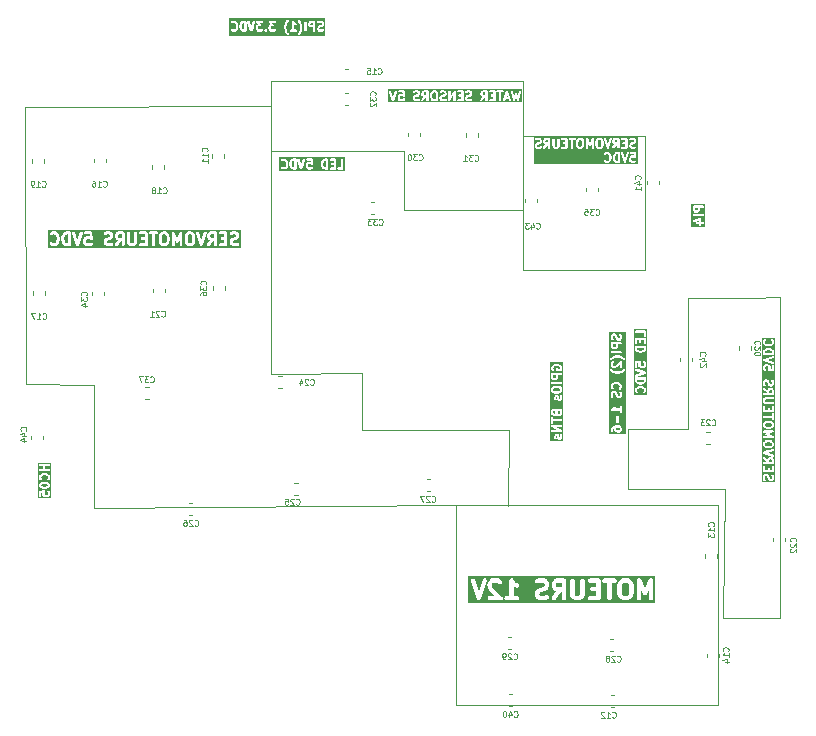
<source format=gbr>
%TF.GenerationSoftware,KiCad,Pcbnew,9.0.0*%
%TF.CreationDate,2025-03-20T15:50:57+01:00*%
%TF.ProjectId,PCB_Aquarium2,5043425f-4171-4756-9172-69756d322e6b,rev?*%
%TF.SameCoordinates,Original*%
%TF.FileFunction,Legend,Bot*%
%TF.FilePolarity,Positive*%
%FSLAX46Y46*%
G04 Gerber Fmt 4.6, Leading zero omitted, Abs format (unit mm)*
G04 Created by KiCad (PCBNEW 9.0.0) date 2025-03-20 15:50:57*
%MOMM*%
%LPD*%
G01*
G04 APERTURE LIST*
%ADD10C,0.100000*%
%ADD11C,0.187500*%
%ADD12C,0.250000*%
%ADD13C,0.375000*%
%ADD14C,0.125000*%
%ADD15C,0.120000*%
G04 APERTURE END LIST*
D10*
X173860000Y-108940000D02*
X168800000Y-108940000D01*
X123540000Y-105270000D02*
X123540000Y-115680000D01*
X138590000Y-85450000D02*
X138590000Y-79520000D01*
X159870000Y-79510000D02*
X159870000Y-90430000D01*
X117800000Y-105120000D02*
X123540000Y-105270000D01*
X158690000Y-109020000D02*
X146290000Y-109020000D01*
X123540000Y-115680000D02*
X154190000Y-115440000D01*
X117720000Y-81680000D02*
X117800000Y-105120000D01*
X181670044Y-97830000D02*
X179150000Y-97850000D01*
X176840000Y-124980000D02*
X181680000Y-124980000D01*
X149830000Y-85450000D02*
X138590000Y-85450000D01*
X168800000Y-108940000D02*
X168800000Y-114070000D01*
X138590000Y-81610000D02*
X138590000Y-104300000D01*
X159870000Y-90430000D02*
X149830000Y-90430000D01*
X146290000Y-104240000D02*
X139197210Y-104300000D01*
X139197210Y-104300000D02*
X138602790Y-104300000D01*
X181680000Y-124980000D02*
X181670044Y-97830000D01*
X139090000Y-79510000D02*
X159870000Y-79510000D01*
X173860000Y-97850000D02*
X173860000Y-108940000D01*
X168800000Y-114070000D02*
X176890000Y-114070000D01*
X158670000Y-115460000D02*
X158690000Y-109020000D01*
X177030000Y-114070000D02*
X176840000Y-124980000D01*
X154190000Y-115440000D02*
X176430000Y-115440000D01*
X176430000Y-132310000D01*
X154190000Y-132310000D01*
X154190000Y-115440000D01*
X159870000Y-84170000D02*
X170240000Y-84170000D01*
X170240000Y-95510000D01*
X159870000Y-95510000D01*
X159870000Y-84170000D01*
X149830000Y-90430000D02*
X149830000Y-85450000D01*
X146290000Y-109020000D02*
X146290000Y-104240000D01*
X138480000Y-81610000D02*
X138590000Y-81610000D01*
X138480000Y-81610000D02*
X117720000Y-81680000D01*
X179150000Y-97850000D02*
X173860000Y-97850000D01*
X138590000Y-79520000D02*
X139090000Y-79510000D01*
D11*
G36*
X174687571Y-90395508D02*
G01*
X174668557Y-90433536D01*
X174654360Y-90447732D01*
X174616332Y-90466747D01*
X174553453Y-90466747D01*
X174515423Y-90447732D01*
X174501228Y-90433537D01*
X174482214Y-90395508D01*
X174482214Y-90225676D01*
X174687571Y-90225676D01*
X174687571Y-90395508D01*
G37*
G36*
X175324163Y-91853339D02*
G01*
X174165986Y-91853339D01*
X174165986Y-91393651D01*
X174259736Y-91393651D01*
X174271303Y-91428354D01*
X174295271Y-91455988D01*
X174327988Y-91472347D01*
X174364475Y-91474940D01*
X174382396Y-91470865D01*
X174794714Y-91333425D01*
X174794714Y-91466748D01*
X174638464Y-91466748D01*
X174620174Y-91468549D01*
X174586379Y-91482548D01*
X174560514Y-91508413D01*
X174546515Y-91542208D01*
X174546515Y-91578788D01*
X174560514Y-91612583D01*
X174586379Y-91638448D01*
X174620174Y-91652447D01*
X174638464Y-91654248D01*
X174794714Y-91654248D01*
X174794714Y-91667640D01*
X174796515Y-91685930D01*
X174810514Y-91719725D01*
X174836379Y-91745590D01*
X174870174Y-91759589D01*
X174906754Y-91759589D01*
X174940549Y-91745590D01*
X174966414Y-91719725D01*
X174980413Y-91685930D01*
X174982214Y-91667640D01*
X174982214Y-91654248D01*
X175138464Y-91654248D01*
X175156754Y-91652447D01*
X175190549Y-91638448D01*
X175216414Y-91612583D01*
X175230413Y-91578788D01*
X175230413Y-91542208D01*
X175216414Y-91508413D01*
X175190549Y-91482548D01*
X175156754Y-91468549D01*
X175138464Y-91466748D01*
X174982214Y-91466748D01*
X174982214Y-91203355D01*
X174981302Y-91194098D01*
X174981478Y-91191630D01*
X174980883Y-91189847D01*
X174980413Y-91185065D01*
X174974663Y-91171184D01*
X174969911Y-91156927D01*
X174967702Y-91154380D01*
X174966414Y-91151270D01*
X174955789Y-91140645D01*
X174945943Y-91129293D01*
X174942930Y-91127786D01*
X174940549Y-91125405D01*
X174926665Y-91119654D01*
X174913226Y-91112934D01*
X174909866Y-91112695D01*
X174906754Y-91111406D01*
X174891725Y-91111406D01*
X174876739Y-91110341D01*
X174872055Y-91111406D01*
X174870174Y-91111406D01*
X174867884Y-91112354D01*
X174858818Y-91114416D01*
X174323104Y-91292987D01*
X174306322Y-91300479D01*
X174278688Y-91324447D01*
X174262329Y-91357164D01*
X174259736Y-91393651D01*
X174165986Y-91393651D01*
X174165986Y-90863636D01*
X174296515Y-90863636D01*
X174296515Y-90900216D01*
X174310514Y-90934011D01*
X174336379Y-90959876D01*
X174370174Y-90973875D01*
X174388464Y-90975676D01*
X175138464Y-90975676D01*
X175156754Y-90973875D01*
X175190549Y-90959876D01*
X175216414Y-90934011D01*
X175230413Y-90900216D01*
X175230413Y-90863636D01*
X175216414Y-90829841D01*
X175190549Y-90803976D01*
X175156754Y-90789977D01*
X175138464Y-90788176D01*
X174388464Y-90788176D01*
X174370174Y-90789977D01*
X174336379Y-90803976D01*
X174310514Y-90829841D01*
X174296515Y-90863636D01*
X174165986Y-90863636D01*
X174165986Y-90131926D01*
X174294714Y-90131926D01*
X174294714Y-90417640D01*
X174296515Y-90435930D01*
X174297804Y-90439042D01*
X174298043Y-90442401D01*
X174304611Y-90459566D01*
X174340325Y-90530995D01*
X174345278Y-90538864D01*
X174346227Y-90541154D01*
X174348341Y-90543730D01*
X174350116Y-90546549D01*
X174351986Y-90548171D01*
X174357887Y-90555360D01*
X174393601Y-90591074D01*
X174400789Y-90596974D01*
X174402412Y-90598845D01*
X174405230Y-90600619D01*
X174407807Y-90602734D01*
X174410096Y-90603682D01*
X174417966Y-90608636D01*
X174489395Y-90644350D01*
X174506560Y-90650918D01*
X174509918Y-90651156D01*
X174513031Y-90652446D01*
X174531321Y-90654247D01*
X174638464Y-90654247D01*
X174656754Y-90652446D01*
X174659866Y-90651156D01*
X174663226Y-90650918D01*
X174680390Y-90644350D01*
X174751818Y-90608636D01*
X174759689Y-90603681D01*
X174761976Y-90602734D01*
X174764550Y-90600621D01*
X174767372Y-90598845D01*
X174768995Y-90596973D01*
X174776182Y-90591075D01*
X174811897Y-90555361D01*
X174817797Y-90548172D01*
X174819669Y-90546549D01*
X174821443Y-90543729D01*
X174823557Y-90541155D01*
X174824504Y-90538867D01*
X174829460Y-90530995D01*
X174865174Y-90459566D01*
X174871742Y-90442401D01*
X174871980Y-90439042D01*
X174873270Y-90435930D01*
X174875071Y-90417640D01*
X174875071Y-90225676D01*
X175138464Y-90225676D01*
X175156754Y-90223875D01*
X175190549Y-90209876D01*
X175216414Y-90184011D01*
X175230413Y-90150216D01*
X175230413Y-90113636D01*
X175216414Y-90079841D01*
X175190549Y-90053976D01*
X175156754Y-90039977D01*
X175138464Y-90038176D01*
X174388464Y-90038176D01*
X174370174Y-90039977D01*
X174336379Y-90053976D01*
X174310514Y-90079841D01*
X174296515Y-90113636D01*
X174294714Y-90131926D01*
X174165986Y-90131926D01*
X174165986Y-89944426D01*
X175324163Y-89944426D01*
X175324163Y-91853339D01*
G37*
G36*
X180934575Y-111539409D02*
G01*
X180948770Y-111553604D01*
X180967785Y-111591633D01*
X180967785Y-111761466D01*
X180762428Y-111761466D01*
X180762428Y-111591633D01*
X180781441Y-111553605D01*
X180795638Y-111539409D01*
X180833667Y-111520395D01*
X180896546Y-111520395D01*
X180934575Y-111539409D01*
G37*
G36*
X180906462Y-110118440D02*
G01*
X180948771Y-110160750D01*
X180967785Y-110198776D01*
X180967785Y-110297370D01*
X180948771Y-110335396D01*
X180906462Y-110377706D01*
X180799993Y-110404323D01*
X180573077Y-110404323D01*
X180466607Y-110377705D01*
X180424298Y-110335397D01*
X180405285Y-110297370D01*
X180405285Y-110198776D01*
X180424298Y-110160749D01*
X180466607Y-110118440D01*
X180573077Y-110091823D01*
X180799993Y-110091823D01*
X180906462Y-110118440D01*
G37*
G36*
X180906462Y-108475583D02*
G01*
X180948771Y-108517893D01*
X180967785Y-108555919D01*
X180967785Y-108654513D01*
X180948771Y-108692539D01*
X180906462Y-108734849D01*
X180799993Y-108761466D01*
X180573077Y-108761466D01*
X180466607Y-108734848D01*
X180424298Y-108692540D01*
X180405285Y-108654513D01*
X180405285Y-108555919D01*
X180424298Y-108517892D01*
X180466607Y-108475583D01*
X180573077Y-108448966D01*
X180799993Y-108448966D01*
X180906462Y-108475583D01*
G37*
G36*
X180934575Y-105682267D02*
G01*
X180948770Y-105696462D01*
X180967785Y-105734491D01*
X180967785Y-105904324D01*
X180762428Y-105904324D01*
X180762428Y-105734491D01*
X180781441Y-105696463D01*
X180795638Y-105682267D01*
X180833667Y-105663253D01*
X180896546Y-105663253D01*
X180934575Y-105682267D01*
G37*
G36*
X180850241Y-102300813D02*
G01*
X180898860Y-102325123D01*
X180943880Y-102370143D01*
X180967785Y-102441858D01*
X180967785Y-102511466D01*
X180405285Y-102511466D01*
X180405285Y-102441859D01*
X180429190Y-102370144D01*
X180474212Y-102325122D01*
X180522828Y-102300814D01*
X180644506Y-102270395D01*
X180728565Y-102270395D01*
X180850241Y-102300813D01*
G37*
G36*
X181249035Y-113471287D02*
G01*
X180124035Y-113471287D01*
X180124035Y-112998073D01*
X180217785Y-112998073D01*
X180217785Y-113176645D01*
X180218696Y-113185901D01*
X180218521Y-113188371D01*
X180219259Y-113191618D01*
X180219586Y-113194935D01*
X180220533Y-113197223D01*
X180222596Y-113206292D01*
X180258311Y-113313434D01*
X180265804Y-113330216D01*
X180289772Y-113357850D01*
X180322489Y-113374208D01*
X180358976Y-113376801D01*
X180393679Y-113365233D01*
X180421313Y-113341266D01*
X180437671Y-113308549D01*
X180440264Y-113272061D01*
X180436189Y-113254140D01*
X180405285Y-113161430D01*
X180405285Y-113020204D01*
X180424299Y-112982176D01*
X180438496Y-112967979D01*
X180476524Y-112948966D01*
X180503689Y-112948966D01*
X180541717Y-112967979D01*
X180555913Y-112982176D01*
X180580222Y-113030794D01*
X180613441Y-113163668D01*
X180613923Y-113165017D01*
X180613971Y-113165692D01*
X180616875Y-113173280D01*
X180619624Y-113180975D01*
X180620028Y-113181521D01*
X180620540Y-113182857D01*
X180656255Y-113254285D01*
X180661206Y-113262152D01*
X180662156Y-113264444D01*
X180664271Y-113267021D01*
X180666045Y-113269839D01*
X180667915Y-113271461D01*
X180673816Y-113278650D01*
X180709530Y-113314364D01*
X180716718Y-113320264D01*
X180718341Y-113322135D01*
X180721159Y-113323909D01*
X180723736Y-113326024D01*
X180726025Y-113326972D01*
X180733895Y-113331926D01*
X180805324Y-113367640D01*
X180822489Y-113374208D01*
X180825847Y-113374446D01*
X180828960Y-113375736D01*
X180847250Y-113377537D01*
X180918678Y-113377537D01*
X180936968Y-113375736D01*
X180940080Y-113374446D01*
X180943439Y-113374208D01*
X180960604Y-113367640D01*
X181032033Y-113331926D01*
X181039902Y-113326972D01*
X181042192Y-113326024D01*
X181044768Y-113323909D01*
X181047587Y-113322135D01*
X181049209Y-113320264D01*
X181056398Y-113314364D01*
X181092112Y-113278650D01*
X181098012Y-113271461D01*
X181099883Y-113269839D01*
X181101657Y-113267020D01*
X181103772Y-113264444D01*
X181104720Y-113262154D01*
X181109674Y-113254285D01*
X181145388Y-113182856D01*
X181151956Y-113165691D01*
X181152194Y-113162332D01*
X181153484Y-113159220D01*
X181155285Y-113140930D01*
X181155285Y-112962359D01*
X181154373Y-112953102D01*
X181154549Y-112950634D01*
X181153810Y-112947387D01*
X181153484Y-112944069D01*
X181152535Y-112941779D01*
X181150474Y-112932713D01*
X181114760Y-112825570D01*
X181107268Y-112808788D01*
X181083300Y-112781154D01*
X181050583Y-112764795D01*
X181014096Y-112762202D01*
X180979393Y-112773769D01*
X180951759Y-112797737D01*
X180935400Y-112830454D01*
X180932807Y-112866941D01*
X180936882Y-112884862D01*
X180967785Y-112977572D01*
X180967785Y-113118798D01*
X180948770Y-113156827D01*
X180934575Y-113171022D01*
X180896546Y-113190037D01*
X180869382Y-113190037D01*
X180831352Y-113171022D01*
X180817155Y-113156825D01*
X180792847Y-113108208D01*
X180759629Y-112975335D01*
X180759146Y-112973985D01*
X180759099Y-112973311D01*
X180756190Y-112965711D01*
X180753446Y-112958028D01*
X180753042Y-112957483D01*
X180752531Y-112956147D01*
X180716817Y-112884719D01*
X180711864Y-112876851D01*
X180710916Y-112874561D01*
X180708799Y-112871982D01*
X180707026Y-112869165D01*
X180705155Y-112867543D01*
X180699256Y-112860355D01*
X180663542Y-112824640D01*
X180656353Y-112818739D01*
X180654730Y-112816868D01*
X180651910Y-112815093D01*
X180649336Y-112812980D01*
X180647048Y-112812032D01*
X180639176Y-112807077D01*
X180567747Y-112771363D01*
X180550582Y-112764795D01*
X180547223Y-112764556D01*
X180544111Y-112763267D01*
X180525821Y-112761466D01*
X180454392Y-112761466D01*
X180436102Y-112763267D01*
X180432989Y-112764556D01*
X180429630Y-112764795D01*
X180412466Y-112771363D01*
X180341038Y-112807077D01*
X180333165Y-112812032D01*
X180330878Y-112812980D01*
X180328303Y-112815093D01*
X180325484Y-112816868D01*
X180323860Y-112818739D01*
X180316672Y-112824640D01*
X180280958Y-112860355D01*
X180275059Y-112867541D01*
X180273188Y-112869165D01*
X180271412Y-112871986D01*
X180269299Y-112874561D01*
X180268351Y-112876848D01*
X180263398Y-112884718D01*
X180227683Y-112956146D01*
X180221114Y-112973310D01*
X180220875Y-112976670D01*
X180219586Y-112979783D01*
X180217785Y-112998073D01*
X180124035Y-112998073D01*
X180124035Y-112176644D01*
X180217785Y-112176644D01*
X180217785Y-112533787D01*
X180219586Y-112552077D01*
X180233585Y-112585872D01*
X180259450Y-112611737D01*
X180293245Y-112625736D01*
X180311535Y-112627537D01*
X181061535Y-112627537D01*
X181079825Y-112625736D01*
X181113620Y-112611737D01*
X181139485Y-112585872D01*
X181153484Y-112552077D01*
X181155285Y-112533787D01*
X181155285Y-112176644D01*
X181153484Y-112158354D01*
X181139485Y-112124559D01*
X181113620Y-112098694D01*
X181079825Y-112084695D01*
X181043245Y-112084695D01*
X181009450Y-112098694D01*
X180983585Y-112124559D01*
X180969586Y-112158354D01*
X180967785Y-112176644D01*
X180967785Y-112440037D01*
X180798142Y-112440037D01*
X180798142Y-112283787D01*
X180796341Y-112265497D01*
X180782342Y-112231702D01*
X180756477Y-112205837D01*
X180722682Y-112191838D01*
X180686102Y-112191838D01*
X180652307Y-112205837D01*
X180626442Y-112231702D01*
X180612443Y-112265497D01*
X180610642Y-112283787D01*
X180610642Y-112440037D01*
X180405285Y-112440037D01*
X180405285Y-112176644D01*
X180403484Y-112158354D01*
X180389485Y-112124559D01*
X180363620Y-112098694D01*
X180329825Y-112084695D01*
X180293245Y-112084695D01*
X180259450Y-112098694D01*
X180233585Y-112124559D01*
X180219586Y-112158354D01*
X180217785Y-112176644D01*
X180124035Y-112176644D01*
X180124035Y-111424613D01*
X180217807Y-111424613D01*
X180224164Y-111460635D01*
X180243822Y-111491484D01*
X180257773Y-111503448D01*
X180574928Y-111725456D01*
X180574928Y-111761466D01*
X180311535Y-111761466D01*
X180293245Y-111763267D01*
X180259450Y-111777266D01*
X180233585Y-111803131D01*
X180219586Y-111836926D01*
X180219586Y-111873506D01*
X180233585Y-111907301D01*
X180259450Y-111933166D01*
X180293245Y-111947165D01*
X180311535Y-111948966D01*
X181061535Y-111948966D01*
X181079825Y-111947165D01*
X181113620Y-111933166D01*
X181139485Y-111907301D01*
X181153484Y-111873506D01*
X181155285Y-111855216D01*
X181155285Y-111569502D01*
X181153484Y-111551212D01*
X181152194Y-111548099D01*
X181151956Y-111544741D01*
X181145388Y-111527576D01*
X181109674Y-111456147D01*
X181104720Y-111448277D01*
X181103772Y-111445988D01*
X181101657Y-111443411D01*
X181099883Y-111440593D01*
X181098012Y-111438970D01*
X181092112Y-111431782D01*
X181056398Y-111396068D01*
X181049209Y-111390167D01*
X181047587Y-111388297D01*
X181044768Y-111386522D01*
X181042192Y-111384408D01*
X181039902Y-111383459D01*
X181032033Y-111378506D01*
X180960604Y-111342792D01*
X180943439Y-111336224D01*
X180940080Y-111335985D01*
X180936968Y-111334696D01*
X180918678Y-111332895D01*
X180811535Y-111332895D01*
X180793245Y-111334696D01*
X180790132Y-111335985D01*
X180786773Y-111336224D01*
X180769609Y-111342792D01*
X180698181Y-111378506D01*
X180690313Y-111383458D01*
X180688023Y-111384407D01*
X180685444Y-111386523D01*
X180682627Y-111388297D01*
X180681005Y-111390167D01*
X180673817Y-111396067D01*
X180638102Y-111431781D01*
X180632201Y-111438969D01*
X180630330Y-111440593D01*
X180628555Y-111443412D01*
X180626442Y-111445987D01*
X180625494Y-111448274D01*
X180620539Y-111456147D01*
X180593737Y-111509750D01*
X180365297Y-111349842D01*
X180349281Y-111340829D01*
X180313567Y-111332917D01*
X180277545Y-111339274D01*
X180246696Y-111358932D01*
X180225719Y-111388899D01*
X180217807Y-111424613D01*
X180124035Y-111424613D01*
X180124035Y-110950634D01*
X180218521Y-110950634D01*
X180219354Y-110962359D01*
X180218521Y-110974084D01*
X180220639Y-110980438D01*
X180221114Y-110987121D01*
X180226370Y-110997633D01*
X180230088Y-111008787D01*
X180234478Y-111013848D01*
X180237473Y-111019838D01*
X180246353Y-111027540D01*
X180254056Y-111036421D01*
X180260045Y-111039415D01*
X180265107Y-111043806D01*
X180281889Y-111051298D01*
X181031888Y-111301298D01*
X181049809Y-111305373D01*
X181086297Y-111302779D01*
X181119014Y-111286421D01*
X181142981Y-111258787D01*
X181154549Y-111224084D01*
X181151955Y-111187597D01*
X181135597Y-111154880D01*
X181107963Y-111130912D01*
X181091181Y-111123420D01*
X180607998Y-110962359D01*
X181091181Y-110801298D01*
X181107963Y-110793806D01*
X181135597Y-110769838D01*
X181151955Y-110737121D01*
X181154549Y-110700634D01*
X181142981Y-110665931D01*
X181119014Y-110638297D01*
X181086297Y-110621939D01*
X181049809Y-110619345D01*
X181031888Y-110623420D01*
X180281889Y-110873420D01*
X180265107Y-110880912D01*
X180260045Y-110885302D01*
X180254056Y-110888297D01*
X180246353Y-110897177D01*
X180237473Y-110904880D01*
X180234478Y-110910869D01*
X180230088Y-110915931D01*
X180226370Y-110927084D01*
X180221114Y-110937597D01*
X180220639Y-110944279D01*
X180218521Y-110950634D01*
X180124035Y-110950634D01*
X180124035Y-110176645D01*
X180217785Y-110176645D01*
X180217785Y-110319502D01*
X180219586Y-110337792D01*
X180220875Y-110340904D01*
X180221114Y-110344264D01*
X180227683Y-110361429D01*
X180263398Y-110432857D01*
X180268349Y-110440724D01*
X180269299Y-110443016D01*
X180271414Y-110445593D01*
X180273188Y-110448411D01*
X180275058Y-110450033D01*
X180280959Y-110457222D01*
X180352386Y-110528650D01*
X180366593Y-110540309D01*
X180373030Y-110542975D01*
X180378633Y-110547127D01*
X180395940Y-110553310D01*
X180538798Y-110589024D01*
X180541967Y-110589492D01*
X180543245Y-110590022D01*
X180550128Y-110590699D01*
X180556979Y-110591713D01*
X180558348Y-110591509D01*
X180561535Y-110591823D01*
X180811535Y-110591823D01*
X180814722Y-110591509D01*
X180816092Y-110591713D01*
X180822944Y-110590699D01*
X180829825Y-110590022D01*
X180831102Y-110589492D01*
X180834273Y-110589024D01*
X180977130Y-110553310D01*
X180994437Y-110547127D01*
X181000038Y-110542976D01*
X181006476Y-110540310D01*
X181020683Y-110528651D01*
X181092112Y-110457223D01*
X181098011Y-110450033D01*
X181099883Y-110448411D01*
X181101659Y-110445589D01*
X181103771Y-110443016D01*
X181104717Y-110440730D01*
X181109674Y-110432857D01*
X181145388Y-110361428D01*
X181151956Y-110344263D01*
X181152194Y-110340904D01*
X181153484Y-110337792D01*
X181155285Y-110319502D01*
X181155285Y-110176645D01*
X181153484Y-110158355D01*
X181152194Y-110155242D01*
X181151956Y-110151884D01*
X181145388Y-110134719D01*
X181109674Y-110063290D01*
X181104717Y-110055416D01*
X181103771Y-110053131D01*
X181101659Y-110050557D01*
X181099883Y-110047736D01*
X181098011Y-110046113D01*
X181092112Y-110038924D01*
X181020683Y-109967496D01*
X181006476Y-109955837D01*
X181000036Y-109953169D01*
X180994437Y-109949021D01*
X180977130Y-109942837D01*
X180834273Y-109907122D01*
X180831102Y-109906653D01*
X180829825Y-109906124D01*
X180822944Y-109905446D01*
X180816092Y-109904433D01*
X180814722Y-109904636D01*
X180811535Y-109904323D01*
X180561535Y-109904323D01*
X180558347Y-109904636D01*
X180556978Y-109904433D01*
X180550125Y-109905446D01*
X180543245Y-109906124D01*
X180541967Y-109906653D01*
X180538797Y-109907122D01*
X180395940Y-109942837D01*
X180378633Y-109949021D01*
X180373032Y-109953170D01*
X180366593Y-109955838D01*
X180352386Y-109967497D01*
X180280959Y-110038925D01*
X180275058Y-110046113D01*
X180273188Y-110047736D01*
X180271414Y-110050553D01*
X180269299Y-110053131D01*
X180268349Y-110055422D01*
X180263398Y-110063290D01*
X180227683Y-110134718D01*
X180221114Y-110151883D01*
X180220875Y-110155242D01*
X180219586Y-110158355D01*
X180217785Y-110176645D01*
X180124035Y-110176645D01*
X180124035Y-109158355D01*
X180219586Y-109158355D01*
X180219586Y-109194935D01*
X180233585Y-109228730D01*
X180259450Y-109254595D01*
X180293245Y-109268594D01*
X180311535Y-109270395D01*
X180638950Y-109270395D01*
X180486175Y-109341690D01*
X180479473Y-109345659D01*
X180477210Y-109346483D01*
X180475608Y-109347949D01*
X180470363Y-109351057D01*
X180460740Y-109361564D01*
X180450233Y-109371187D01*
X180448470Y-109374963D01*
X180445659Y-109378034D01*
X180440791Y-109391418D01*
X180434764Y-109404335D01*
X180434581Y-109408496D01*
X180433158Y-109412410D01*
X180433783Y-109426645D01*
X180433158Y-109440880D01*
X180434581Y-109444793D01*
X180434764Y-109448955D01*
X180440791Y-109461871D01*
X180445659Y-109475256D01*
X180448470Y-109478326D01*
X180450233Y-109482103D01*
X180460740Y-109491725D01*
X180470363Y-109502233D01*
X180475608Y-109505340D01*
X180477210Y-109506807D01*
X180479473Y-109507630D01*
X180486175Y-109511600D01*
X180638950Y-109582895D01*
X180311535Y-109582895D01*
X180293245Y-109584696D01*
X180259450Y-109598695D01*
X180233585Y-109624560D01*
X180219586Y-109658355D01*
X180219586Y-109694935D01*
X180233585Y-109728730D01*
X180259450Y-109754595D01*
X180293245Y-109768594D01*
X180311535Y-109770395D01*
X181061535Y-109770395D01*
X181073559Y-109769210D01*
X181075769Y-109769308D01*
X181076955Y-109768876D01*
X181079825Y-109768594D01*
X181094866Y-109762363D01*
X181110146Y-109756807D01*
X181111687Y-109755395D01*
X181113620Y-109754595D01*
X181125123Y-109743091D01*
X181137123Y-109732103D01*
X181138007Y-109730207D01*
X181139485Y-109728730D01*
X181145710Y-109713702D01*
X181152592Y-109698955D01*
X181152683Y-109696866D01*
X181153484Y-109694935D01*
X181153484Y-109678657D01*
X181154198Y-109662410D01*
X181153484Y-109660446D01*
X181153484Y-109658355D01*
X181147254Y-109643316D01*
X181141697Y-109628034D01*
X181140285Y-109626492D01*
X181139485Y-109624560D01*
X181127981Y-109613056D01*
X181116993Y-109601057D01*
X181114512Y-109599587D01*
X181113620Y-109598695D01*
X181111576Y-109597848D01*
X181101180Y-109591690D01*
X180747512Y-109426645D01*
X181101180Y-109261600D01*
X181111576Y-109255441D01*
X181113620Y-109254595D01*
X181114512Y-109253702D01*
X181116993Y-109252233D01*
X181127981Y-109240233D01*
X181139485Y-109228730D01*
X181140285Y-109226797D01*
X181141697Y-109225256D01*
X181147254Y-109209973D01*
X181153484Y-109194935D01*
X181153484Y-109192843D01*
X181154198Y-109190880D01*
X181153484Y-109174632D01*
X181153484Y-109158355D01*
X181152683Y-109156423D01*
X181152592Y-109154335D01*
X181145710Y-109139587D01*
X181139485Y-109124560D01*
X181138007Y-109123082D01*
X181137123Y-109121187D01*
X181125123Y-109110198D01*
X181113620Y-109098695D01*
X181111687Y-109097894D01*
X181110146Y-109096483D01*
X181094866Y-109090926D01*
X181079825Y-109084696D01*
X181076955Y-109084413D01*
X181075769Y-109083982D01*
X181073559Y-109084079D01*
X181061535Y-109082895D01*
X180311535Y-109082895D01*
X180293245Y-109084696D01*
X180259450Y-109098695D01*
X180233585Y-109124560D01*
X180219586Y-109158355D01*
X180124035Y-109158355D01*
X180124035Y-108533788D01*
X180217785Y-108533788D01*
X180217785Y-108676645D01*
X180219586Y-108694935D01*
X180220875Y-108698047D01*
X180221114Y-108701407D01*
X180227683Y-108718572D01*
X180263398Y-108790000D01*
X180268349Y-108797867D01*
X180269299Y-108800159D01*
X180271414Y-108802736D01*
X180273188Y-108805554D01*
X180275058Y-108807176D01*
X180280959Y-108814365D01*
X180352386Y-108885793D01*
X180366593Y-108897452D01*
X180373030Y-108900118D01*
X180378633Y-108904270D01*
X180395940Y-108910453D01*
X180538798Y-108946167D01*
X180541967Y-108946635D01*
X180543245Y-108947165D01*
X180550128Y-108947842D01*
X180556979Y-108948856D01*
X180558348Y-108948652D01*
X180561535Y-108948966D01*
X180811535Y-108948966D01*
X180814722Y-108948652D01*
X180816092Y-108948856D01*
X180822944Y-108947842D01*
X180829825Y-108947165D01*
X180831102Y-108946635D01*
X180834273Y-108946167D01*
X180977130Y-108910453D01*
X180994437Y-108904270D01*
X181000038Y-108900119D01*
X181006476Y-108897453D01*
X181020683Y-108885794D01*
X181092112Y-108814366D01*
X181098011Y-108807176D01*
X181099883Y-108805554D01*
X181101659Y-108802732D01*
X181103771Y-108800159D01*
X181104717Y-108797873D01*
X181109674Y-108790000D01*
X181145388Y-108718571D01*
X181151956Y-108701406D01*
X181152194Y-108698047D01*
X181153484Y-108694935D01*
X181155285Y-108676645D01*
X181155285Y-108533788D01*
X181153484Y-108515498D01*
X181152194Y-108512385D01*
X181151956Y-108509027D01*
X181145388Y-108491862D01*
X181109674Y-108420433D01*
X181104717Y-108412559D01*
X181103771Y-108410274D01*
X181101659Y-108407700D01*
X181099883Y-108404879D01*
X181098011Y-108403256D01*
X181092112Y-108396067D01*
X181020683Y-108324639D01*
X181006476Y-108312980D01*
X181000036Y-108310312D01*
X180994437Y-108306164D01*
X180977130Y-108299980D01*
X180834273Y-108264265D01*
X180831102Y-108263796D01*
X180829825Y-108263267D01*
X180822944Y-108262589D01*
X180816092Y-108261576D01*
X180814722Y-108261779D01*
X180811535Y-108261466D01*
X180561535Y-108261466D01*
X180558347Y-108261779D01*
X180556978Y-108261576D01*
X180550125Y-108262589D01*
X180543245Y-108263267D01*
X180541967Y-108263796D01*
X180538797Y-108264265D01*
X180395940Y-108299980D01*
X180378633Y-108306164D01*
X180373032Y-108310313D01*
X180366593Y-108312981D01*
X180352386Y-108324640D01*
X180280959Y-108396068D01*
X180275058Y-108403256D01*
X180273188Y-108404879D01*
X180271414Y-108407696D01*
X180269299Y-108410274D01*
X180268349Y-108412565D01*
X180263398Y-108420433D01*
X180227683Y-108491861D01*
X180221114Y-108509026D01*
X180220875Y-108512385D01*
X180219586Y-108515498D01*
X180217785Y-108533788D01*
X180124035Y-108533788D01*
X180124035Y-107908355D01*
X180219586Y-107908355D01*
X180219586Y-107944935D01*
X180233585Y-107978730D01*
X180259450Y-108004595D01*
X180293245Y-108018594D01*
X180311535Y-108020395D01*
X180967785Y-108020395D01*
X180967785Y-108140931D01*
X180969586Y-108159221D01*
X180983585Y-108193016D01*
X181009450Y-108218881D01*
X181043245Y-108232880D01*
X181079825Y-108232880D01*
X181113620Y-108218881D01*
X181139485Y-108193016D01*
X181153484Y-108159221D01*
X181155285Y-108140931D01*
X181155285Y-107712360D01*
X181153484Y-107694070D01*
X181139485Y-107660275D01*
X181113620Y-107634410D01*
X181079825Y-107620411D01*
X181043245Y-107620411D01*
X181009450Y-107634410D01*
X180983585Y-107660275D01*
X180969586Y-107694070D01*
X180967785Y-107712360D01*
X180967785Y-107832895D01*
X180311535Y-107832895D01*
X180293245Y-107834696D01*
X180259450Y-107848695D01*
X180233585Y-107874560D01*
X180219586Y-107908355D01*
X180124035Y-107908355D01*
X180124035Y-107105216D01*
X180217785Y-107105216D01*
X180217785Y-107462359D01*
X180219586Y-107480649D01*
X180233585Y-107514444D01*
X180259450Y-107540309D01*
X180293245Y-107554308D01*
X180311535Y-107556109D01*
X181061535Y-107556109D01*
X181079825Y-107554308D01*
X181113620Y-107540309D01*
X181139485Y-107514444D01*
X181153484Y-107480649D01*
X181155285Y-107462359D01*
X181155285Y-107105216D01*
X181153484Y-107086926D01*
X181139485Y-107053131D01*
X181113620Y-107027266D01*
X181079825Y-107013267D01*
X181043245Y-107013267D01*
X181009450Y-107027266D01*
X180983585Y-107053131D01*
X180969586Y-107086926D01*
X180967785Y-107105216D01*
X180967785Y-107368609D01*
X180798142Y-107368609D01*
X180798142Y-107212359D01*
X180796341Y-107194069D01*
X180782342Y-107160274D01*
X180756477Y-107134409D01*
X180722682Y-107120410D01*
X180686102Y-107120410D01*
X180652307Y-107134409D01*
X180626442Y-107160274D01*
X180612443Y-107194069D01*
X180610642Y-107212359D01*
X180610642Y-107368609D01*
X180405285Y-107368609D01*
X180405285Y-107105216D01*
X180403484Y-107086926D01*
X180389485Y-107053131D01*
X180363620Y-107027266D01*
X180329825Y-107013267D01*
X180293245Y-107013267D01*
X180259450Y-107027266D01*
X180233585Y-107053131D01*
X180219586Y-107086926D01*
X180217785Y-107105216D01*
X180124035Y-107105216D01*
X180124035Y-106498074D01*
X180217785Y-106498074D01*
X180217785Y-106640931D01*
X180219586Y-106659221D01*
X180220875Y-106662333D01*
X180221114Y-106665693D01*
X180227683Y-106682858D01*
X180263398Y-106754286D01*
X180268349Y-106762153D01*
X180269299Y-106764445D01*
X180271414Y-106767022D01*
X180273188Y-106769840D01*
X180275058Y-106771462D01*
X180280959Y-106778651D01*
X180316673Y-106814365D01*
X180323861Y-106820265D01*
X180325484Y-106822136D01*
X180328302Y-106823910D01*
X180330879Y-106826025D01*
X180333168Y-106826973D01*
X180341038Y-106831927D01*
X180412466Y-106867641D01*
X180429630Y-106874209D01*
X180432989Y-106874447D01*
X180436102Y-106875737D01*
X180454392Y-106877538D01*
X181061535Y-106877538D01*
X181079825Y-106875737D01*
X181113620Y-106861738D01*
X181139485Y-106835873D01*
X181153484Y-106802078D01*
X181153484Y-106765498D01*
X181139485Y-106731703D01*
X181113620Y-106705838D01*
X181079825Y-106691839D01*
X181061535Y-106690038D01*
X180476524Y-106690038D01*
X180438496Y-106671024D01*
X180424298Y-106656826D01*
X180405285Y-106618799D01*
X180405285Y-106520205D01*
X180424298Y-106482178D01*
X180438496Y-106467981D01*
X180476524Y-106448967D01*
X181061535Y-106448967D01*
X181079825Y-106447166D01*
X181113620Y-106433167D01*
X181139485Y-106407302D01*
X181153484Y-106373507D01*
X181153484Y-106336927D01*
X181139485Y-106303132D01*
X181113620Y-106277267D01*
X181079825Y-106263268D01*
X181061535Y-106261467D01*
X180454392Y-106261467D01*
X180436102Y-106263268D01*
X180432989Y-106264557D01*
X180429630Y-106264796D01*
X180412466Y-106271364D01*
X180341038Y-106307078D01*
X180333168Y-106312031D01*
X180330879Y-106312980D01*
X180328302Y-106315094D01*
X180325484Y-106316869D01*
X180323861Y-106318739D01*
X180316673Y-106324640D01*
X180280959Y-106360354D01*
X180275058Y-106367542D01*
X180273188Y-106369165D01*
X180271414Y-106371982D01*
X180269299Y-106374560D01*
X180268349Y-106376851D01*
X180263398Y-106384719D01*
X180227683Y-106456147D01*
X180221114Y-106473312D01*
X180220875Y-106476671D01*
X180219586Y-106479784D01*
X180217785Y-106498074D01*
X180124035Y-106498074D01*
X180124035Y-105567471D01*
X180217807Y-105567471D01*
X180224164Y-105603493D01*
X180243822Y-105634342D01*
X180257773Y-105646306D01*
X180574928Y-105868314D01*
X180574928Y-105904324D01*
X180311535Y-105904324D01*
X180293245Y-105906125D01*
X180259450Y-105920124D01*
X180233585Y-105945989D01*
X180219586Y-105979784D01*
X180219586Y-106016364D01*
X180233585Y-106050159D01*
X180259450Y-106076024D01*
X180293245Y-106090023D01*
X180311535Y-106091824D01*
X181061535Y-106091824D01*
X181079825Y-106090023D01*
X181113620Y-106076024D01*
X181139485Y-106050159D01*
X181153484Y-106016364D01*
X181155285Y-105998074D01*
X181155285Y-105712360D01*
X181153484Y-105694070D01*
X181152194Y-105690957D01*
X181151956Y-105687599D01*
X181145388Y-105670434D01*
X181109674Y-105599005D01*
X181104720Y-105591135D01*
X181103772Y-105588846D01*
X181101657Y-105586269D01*
X181099883Y-105583451D01*
X181098012Y-105581828D01*
X181092112Y-105574640D01*
X181056398Y-105538926D01*
X181049209Y-105533025D01*
X181047587Y-105531155D01*
X181044768Y-105529380D01*
X181042192Y-105527266D01*
X181039902Y-105526317D01*
X181032033Y-105521364D01*
X180960604Y-105485650D01*
X180943439Y-105479082D01*
X180940080Y-105478843D01*
X180936968Y-105477554D01*
X180918678Y-105475753D01*
X180811535Y-105475753D01*
X180793245Y-105477554D01*
X180790132Y-105478843D01*
X180786773Y-105479082D01*
X180769609Y-105485650D01*
X180698181Y-105521364D01*
X180690313Y-105526316D01*
X180688023Y-105527265D01*
X180685444Y-105529381D01*
X180682627Y-105531155D01*
X180681005Y-105533025D01*
X180673817Y-105538925D01*
X180638102Y-105574639D01*
X180632201Y-105581827D01*
X180630330Y-105583451D01*
X180628555Y-105586270D01*
X180626442Y-105588845D01*
X180625494Y-105591132D01*
X180620539Y-105599005D01*
X180593737Y-105652608D01*
X180365297Y-105492700D01*
X180349281Y-105483687D01*
X180313567Y-105475775D01*
X180277545Y-105482132D01*
X180246696Y-105501790D01*
X180225719Y-105531757D01*
X180217807Y-105567471D01*
X180124035Y-105567471D01*
X180124035Y-104998074D01*
X180217785Y-104998074D01*
X180217785Y-105176646D01*
X180218696Y-105185902D01*
X180218521Y-105188372D01*
X180219259Y-105191619D01*
X180219586Y-105194936D01*
X180220533Y-105197224D01*
X180222596Y-105206293D01*
X180258311Y-105313435D01*
X180265804Y-105330217D01*
X180289772Y-105357851D01*
X180322489Y-105374209D01*
X180358976Y-105376802D01*
X180393679Y-105365234D01*
X180421313Y-105341267D01*
X180437671Y-105308550D01*
X180440264Y-105272062D01*
X180436189Y-105254141D01*
X180405285Y-105161431D01*
X180405285Y-105020205D01*
X180424299Y-104982177D01*
X180438496Y-104967980D01*
X180476524Y-104948967D01*
X180503689Y-104948967D01*
X180541717Y-104967980D01*
X180555913Y-104982177D01*
X180580222Y-105030795D01*
X180613441Y-105163669D01*
X180613923Y-105165018D01*
X180613971Y-105165693D01*
X180616875Y-105173281D01*
X180619624Y-105180976D01*
X180620028Y-105181522D01*
X180620540Y-105182858D01*
X180656255Y-105254286D01*
X180661206Y-105262153D01*
X180662156Y-105264445D01*
X180664271Y-105267022D01*
X180666045Y-105269840D01*
X180667915Y-105271462D01*
X180673816Y-105278651D01*
X180709530Y-105314365D01*
X180716718Y-105320265D01*
X180718341Y-105322136D01*
X180721159Y-105323910D01*
X180723736Y-105326025D01*
X180726025Y-105326973D01*
X180733895Y-105331927D01*
X180805324Y-105367641D01*
X180822489Y-105374209D01*
X180825847Y-105374447D01*
X180828960Y-105375737D01*
X180847250Y-105377538D01*
X180918678Y-105377538D01*
X180936968Y-105375737D01*
X180940080Y-105374447D01*
X180943439Y-105374209D01*
X180960604Y-105367641D01*
X181032033Y-105331927D01*
X181039902Y-105326973D01*
X181042192Y-105326025D01*
X181044768Y-105323910D01*
X181047587Y-105322136D01*
X181049209Y-105320265D01*
X181056398Y-105314365D01*
X181092112Y-105278651D01*
X181098012Y-105271462D01*
X181099883Y-105269840D01*
X181101657Y-105267021D01*
X181103772Y-105264445D01*
X181104720Y-105262155D01*
X181109674Y-105254286D01*
X181145388Y-105182857D01*
X181151956Y-105165692D01*
X181152194Y-105162333D01*
X181153484Y-105159221D01*
X181155285Y-105140931D01*
X181155285Y-104962360D01*
X181154373Y-104953103D01*
X181154549Y-104950635D01*
X181153810Y-104947388D01*
X181153484Y-104944070D01*
X181152535Y-104941780D01*
X181150474Y-104932714D01*
X181114760Y-104825571D01*
X181107268Y-104808789D01*
X181083300Y-104781155D01*
X181050583Y-104764796D01*
X181014096Y-104762203D01*
X180979393Y-104773770D01*
X180951759Y-104797738D01*
X180935400Y-104830455D01*
X180932807Y-104866942D01*
X180936882Y-104884863D01*
X180967785Y-104977573D01*
X180967785Y-105118799D01*
X180948770Y-105156828D01*
X180934575Y-105171023D01*
X180896546Y-105190038D01*
X180869382Y-105190038D01*
X180831352Y-105171023D01*
X180817155Y-105156826D01*
X180792847Y-105108209D01*
X180759629Y-104975336D01*
X180759146Y-104973986D01*
X180759099Y-104973312D01*
X180756190Y-104965712D01*
X180753446Y-104958029D01*
X180753042Y-104957484D01*
X180752531Y-104956148D01*
X180716817Y-104884720D01*
X180711864Y-104876852D01*
X180710916Y-104874562D01*
X180708799Y-104871983D01*
X180707026Y-104869166D01*
X180705155Y-104867544D01*
X180699256Y-104860356D01*
X180663542Y-104824641D01*
X180656353Y-104818740D01*
X180654730Y-104816869D01*
X180651910Y-104815094D01*
X180649336Y-104812981D01*
X180647048Y-104812033D01*
X180639176Y-104807078D01*
X180567747Y-104771364D01*
X180550582Y-104764796D01*
X180547223Y-104764557D01*
X180544111Y-104763268D01*
X180525821Y-104761467D01*
X180454392Y-104761467D01*
X180436102Y-104763268D01*
X180432989Y-104764557D01*
X180429630Y-104764796D01*
X180412466Y-104771364D01*
X180341038Y-104807078D01*
X180333165Y-104812033D01*
X180330878Y-104812981D01*
X180328303Y-104815094D01*
X180325484Y-104816869D01*
X180323860Y-104818740D01*
X180316672Y-104824641D01*
X180280958Y-104860356D01*
X180275059Y-104867542D01*
X180273188Y-104869166D01*
X180271412Y-104871987D01*
X180269299Y-104874562D01*
X180268351Y-104876849D01*
X180263398Y-104884719D01*
X180227683Y-104956147D01*
X180221114Y-104973311D01*
X180220875Y-104976671D01*
X180219586Y-104979784D01*
X180217785Y-104998074D01*
X180124035Y-104998074D01*
X180124035Y-103712359D01*
X180217785Y-103712359D01*
X180217785Y-103890931D01*
X180219586Y-103909221D01*
X180220875Y-103912333D01*
X180221114Y-103915694D01*
X180227683Y-103932858D01*
X180263398Y-104004286D01*
X180268350Y-104012153D01*
X180269299Y-104014444D01*
X180271414Y-104017021D01*
X180273188Y-104019839D01*
X180275058Y-104021461D01*
X180280959Y-104028650D01*
X180316673Y-104064364D01*
X180330879Y-104076024D01*
X180364675Y-104090021D01*
X180401253Y-104090021D01*
X180435049Y-104076024D01*
X180460915Y-104050158D01*
X180474912Y-104016362D01*
X180474912Y-103979784D01*
X180460915Y-103945988D01*
X180449255Y-103931782D01*
X180424299Y-103906826D01*
X180405285Y-103868799D01*
X180405285Y-103734490D01*
X180424299Y-103696462D01*
X180438496Y-103682265D01*
X180476524Y-103663252D01*
X180610832Y-103663252D01*
X180648859Y-103682265D01*
X180663057Y-103696464D01*
X180682071Y-103734491D01*
X180682071Y-103868799D01*
X180663057Y-103906826D01*
X180638102Y-103931781D01*
X180626442Y-103945987D01*
X180624634Y-103950349D01*
X180621646Y-103954003D01*
X180617686Y-103967125D01*
X180612444Y-103979782D01*
X180612443Y-103984499D01*
X180611079Y-103989023D01*
X180612443Y-104002665D01*
X180612443Y-104016361D01*
X180614249Y-104020721D01*
X180614719Y-104025421D01*
X180621198Y-104037499D01*
X180626441Y-104050157D01*
X180629778Y-104053495D01*
X180632011Y-104057656D01*
X180642615Y-104066332D01*
X180652306Y-104076023D01*
X180656668Y-104077830D01*
X180660322Y-104080819D01*
X180673444Y-104084778D01*
X180686101Y-104090021D01*
X180690818Y-104090021D01*
X180695342Y-104091386D01*
X180713720Y-104091358D01*
X181070863Y-104055644D01*
X181077528Y-104054308D01*
X181079825Y-104054308D01*
X181081978Y-104053415D01*
X181088883Y-104052032D01*
X181100962Y-104045552D01*
X181113620Y-104040309D01*
X181116956Y-104036972D01*
X181121118Y-104034740D01*
X181129797Y-104024131D01*
X181139485Y-104014444D01*
X181141291Y-104010082D01*
X181144281Y-104006429D01*
X181148238Y-103993311D01*
X181153484Y-103980649D01*
X181154174Y-103973638D01*
X181154847Y-103971409D01*
X181154618Y-103969125D01*
X181155285Y-103962359D01*
X181155285Y-103605216D01*
X181153484Y-103586926D01*
X181139485Y-103553131D01*
X181113620Y-103527266D01*
X181079825Y-103513267D01*
X181043245Y-103513267D01*
X181009450Y-103527266D01*
X180983585Y-103553131D01*
X180969586Y-103586926D01*
X180967785Y-103605216D01*
X180967785Y-103877516D01*
X180869571Y-103887337D01*
X180869571Y-103712359D01*
X180867770Y-103694069D01*
X180866480Y-103690956D01*
X180866242Y-103687597D01*
X180859674Y-103670433D01*
X180823960Y-103599005D01*
X180819006Y-103591135D01*
X180818058Y-103588846D01*
X180815942Y-103586268D01*
X180814169Y-103583451D01*
X180812299Y-103581829D01*
X180806399Y-103574640D01*
X180770683Y-103538925D01*
X180763494Y-103533024D01*
X180761872Y-103531154D01*
X180759053Y-103529379D01*
X180756477Y-103527265D01*
X180754187Y-103526316D01*
X180746318Y-103521363D01*
X180674890Y-103485649D01*
X180657726Y-103479081D01*
X180654366Y-103478842D01*
X180651254Y-103477553D01*
X180632964Y-103475752D01*
X180454392Y-103475752D01*
X180436102Y-103477553D01*
X180432989Y-103478842D01*
X180429630Y-103479081D01*
X180412466Y-103485649D01*
X180341038Y-103521363D01*
X180333165Y-103526318D01*
X180330878Y-103527266D01*
X180328303Y-103529379D01*
X180325484Y-103531154D01*
X180323860Y-103533025D01*
X180316672Y-103538926D01*
X180280958Y-103574641D01*
X180275059Y-103581827D01*
X180273188Y-103583451D01*
X180271412Y-103586272D01*
X180269299Y-103588847D01*
X180268351Y-103591134D01*
X180263398Y-103599004D01*
X180227683Y-103670432D01*
X180221114Y-103687596D01*
X180220875Y-103690956D01*
X180219586Y-103694069D01*
X180217785Y-103712359D01*
X180124035Y-103712359D01*
X180124035Y-103093491D01*
X180218521Y-103093491D01*
X180219354Y-103105216D01*
X180218521Y-103116941D01*
X180220639Y-103123295D01*
X180221114Y-103129978D01*
X180226370Y-103140490D01*
X180230088Y-103151644D01*
X180234478Y-103156705D01*
X180237473Y-103162695D01*
X180246353Y-103170397D01*
X180254056Y-103179278D01*
X180260045Y-103182272D01*
X180265107Y-103186663D01*
X180281889Y-103194155D01*
X181031888Y-103444155D01*
X181049809Y-103448230D01*
X181086297Y-103445636D01*
X181119014Y-103429278D01*
X181142981Y-103401644D01*
X181154549Y-103366941D01*
X181151955Y-103330454D01*
X181135597Y-103297737D01*
X181107963Y-103273769D01*
X181091181Y-103266277D01*
X180607998Y-103105216D01*
X181091181Y-102944155D01*
X181107963Y-102936663D01*
X181135597Y-102912695D01*
X181151955Y-102879978D01*
X181154549Y-102843491D01*
X181142981Y-102808788D01*
X181119014Y-102781154D01*
X181086297Y-102764796D01*
X181049809Y-102762202D01*
X181031888Y-102766277D01*
X180281889Y-103016277D01*
X180265107Y-103023769D01*
X180260045Y-103028159D01*
X180254056Y-103031154D01*
X180246353Y-103040034D01*
X180237473Y-103047737D01*
X180234478Y-103053726D01*
X180230088Y-103058788D01*
X180226370Y-103069941D01*
X180221114Y-103080454D01*
X180220639Y-103087136D01*
X180218521Y-103093491D01*
X180124035Y-103093491D01*
X180124035Y-102426645D01*
X180217785Y-102426645D01*
X180217785Y-102605216D01*
X180219586Y-102623506D01*
X180233585Y-102657301D01*
X180259450Y-102683166D01*
X180293245Y-102697165D01*
X180311535Y-102698966D01*
X181061535Y-102698966D01*
X181079825Y-102697165D01*
X181113620Y-102683166D01*
X181139485Y-102657301D01*
X181153484Y-102623506D01*
X181155285Y-102605216D01*
X181155285Y-102426645D01*
X181154373Y-102417388D01*
X181154549Y-102414920D01*
X181153810Y-102411673D01*
X181153484Y-102408355D01*
X181152535Y-102406065D01*
X181150474Y-102396999D01*
X181114760Y-102289856D01*
X181107268Y-102273074D01*
X181105061Y-102270529D01*
X181103772Y-102267417D01*
X181092112Y-102253211D01*
X181020683Y-102181782D01*
X181013494Y-102175881D01*
X181011872Y-102174011D01*
X181009053Y-102172236D01*
X181006477Y-102170122D01*
X181004187Y-102169173D01*
X180996318Y-102164220D01*
X180924890Y-102128506D01*
X180923553Y-102127994D01*
X180923009Y-102127591D01*
X180915325Y-102124846D01*
X180907726Y-102121938D01*
X180907051Y-102121890D01*
X180905702Y-102121408D01*
X180762845Y-102085694D01*
X180759674Y-102085225D01*
X180758397Y-102084696D01*
X180751516Y-102084018D01*
X180744664Y-102083005D01*
X180743294Y-102083208D01*
X180740107Y-102082895D01*
X180632964Y-102082895D01*
X180629777Y-102083208D01*
X180628408Y-102083005D01*
X180621557Y-102084018D01*
X180614674Y-102084696D01*
X180613396Y-102085225D01*
X180610227Y-102085694D01*
X180467369Y-102121408D01*
X180466019Y-102121890D01*
X180465346Y-102121938D01*
X180457753Y-102124843D01*
X180450062Y-102127591D01*
X180449517Y-102127994D01*
X180448181Y-102128506D01*
X180376752Y-102164220D01*
X180368878Y-102169176D01*
X180366593Y-102170123D01*
X180364019Y-102172234D01*
X180361198Y-102174011D01*
X180359575Y-102175882D01*
X180352386Y-102181782D01*
X180280958Y-102253211D01*
X180269299Y-102267418D01*
X180268010Y-102270529D01*
X180265804Y-102273073D01*
X180258311Y-102289855D01*
X180222596Y-102396998D01*
X180220533Y-102406066D01*
X180219586Y-102408355D01*
X180219259Y-102411671D01*
X180218521Y-102414919D01*
X180218696Y-102417388D01*
X180217785Y-102426645D01*
X180124035Y-102426645D01*
X180124035Y-101569502D01*
X180217785Y-101569502D01*
X180217785Y-101640930D01*
X180218696Y-101650186D01*
X180218521Y-101652656D01*
X180219259Y-101655903D01*
X180219586Y-101659220D01*
X180220533Y-101661508D01*
X180222596Y-101670577D01*
X180258311Y-101777720D01*
X180265804Y-101794502D01*
X180268010Y-101797045D01*
X180269299Y-101800157D01*
X180280958Y-101814364D01*
X180352386Y-101885793D01*
X180359575Y-101891692D01*
X180361198Y-101893564D01*
X180364019Y-101895340D01*
X180366593Y-101897452D01*
X180368878Y-101898398D01*
X180376752Y-101903355D01*
X180448181Y-101939069D01*
X180449517Y-101939580D01*
X180450062Y-101939984D01*
X180457753Y-101942731D01*
X180465346Y-101945637D01*
X180466019Y-101945684D01*
X180467369Y-101946167D01*
X180610227Y-101981881D01*
X180613396Y-101982349D01*
X180614674Y-101982879D01*
X180621557Y-101983556D01*
X180628408Y-101984570D01*
X180629777Y-101984366D01*
X180632964Y-101984680D01*
X180740107Y-101984680D01*
X180743294Y-101984366D01*
X180744664Y-101984570D01*
X180751516Y-101983556D01*
X180758397Y-101982879D01*
X180759674Y-101982349D01*
X180762845Y-101981881D01*
X180905702Y-101946167D01*
X180907051Y-101945684D01*
X180907726Y-101945637D01*
X180915325Y-101942728D01*
X180923009Y-101939984D01*
X180923553Y-101939580D01*
X180924890Y-101939069D01*
X180996318Y-101903355D01*
X181004187Y-101898401D01*
X181006477Y-101897453D01*
X181009053Y-101895338D01*
X181011872Y-101893564D01*
X181013494Y-101891693D01*
X181020683Y-101885793D01*
X181092112Y-101814364D01*
X181103772Y-101800158D01*
X181105061Y-101797045D01*
X181107268Y-101794501D01*
X181114760Y-101777719D01*
X181150474Y-101670576D01*
X181152535Y-101661509D01*
X181153484Y-101659220D01*
X181153810Y-101655901D01*
X181154549Y-101652655D01*
X181154373Y-101650186D01*
X181155285Y-101640930D01*
X181155285Y-101569502D01*
X181154373Y-101560245D01*
X181154549Y-101557777D01*
X181153810Y-101554530D01*
X181153484Y-101551212D01*
X181152535Y-101548922D01*
X181150474Y-101539856D01*
X181114760Y-101432713D01*
X181107268Y-101415931D01*
X181105061Y-101413386D01*
X181103772Y-101410274D01*
X181092112Y-101396068D01*
X181056398Y-101360354D01*
X181042192Y-101348694D01*
X181008396Y-101334696D01*
X180971818Y-101334696D01*
X180938022Y-101348694D01*
X180912156Y-101374560D01*
X180898158Y-101408356D01*
X180898158Y-101444934D01*
X180912156Y-101478730D01*
X180923816Y-101492936D01*
X180943880Y-101513000D01*
X180967785Y-101584715D01*
X180967785Y-101625716D01*
X180943880Y-101697431D01*
X180898860Y-101742452D01*
X180850241Y-101766761D01*
X180728565Y-101797180D01*
X180644506Y-101797180D01*
X180522828Y-101766760D01*
X180474212Y-101742452D01*
X180429190Y-101697430D01*
X180405285Y-101625715D01*
X180405285Y-101584716D01*
X180429190Y-101513000D01*
X180449255Y-101492936D01*
X180460915Y-101478730D01*
X180474912Y-101444934D01*
X180474912Y-101408356D01*
X180460915Y-101374560D01*
X180435049Y-101348694D01*
X180401253Y-101334697D01*
X180364675Y-101334697D01*
X180330879Y-101348694D01*
X180316673Y-101360354D01*
X180280959Y-101396068D01*
X180269299Y-101410274D01*
X180268009Y-101413386D01*
X180265804Y-101415930D01*
X180258311Y-101432712D01*
X180222596Y-101539855D01*
X180220533Y-101548923D01*
X180219586Y-101551212D01*
X180219259Y-101554528D01*
X180218521Y-101557776D01*
X180218696Y-101560245D01*
X180217785Y-101569502D01*
X180124035Y-101569502D01*
X180124035Y-101240946D01*
X181249035Y-101240946D01*
X181249035Y-113471287D01*
G37*
D12*
G36*
X121391954Y-93239619D02*
G01*
X121299145Y-93239619D01*
X121203526Y-93207746D01*
X121143495Y-93147715D01*
X121111085Y-93082896D01*
X121070526Y-92920658D01*
X121070526Y-92808579D01*
X121111085Y-92646341D01*
X121143496Y-92581520D01*
X121203524Y-92521491D01*
X121299145Y-92489619D01*
X121391954Y-92489619D01*
X121391954Y-93239619D01*
G37*
G36*
X129633387Y-92514970D02*
G01*
X129689798Y-92571381D01*
X129725288Y-92713341D01*
X129725288Y-93015896D01*
X129689798Y-93157855D01*
X129633384Y-93214269D01*
X129582685Y-93239619D01*
X129451226Y-93239619D01*
X129400525Y-93214268D01*
X129344111Y-93157855D01*
X129308622Y-93015896D01*
X129308622Y-92713341D01*
X129344112Y-92571381D01*
X129400522Y-92514970D01*
X129451226Y-92489619D01*
X129582685Y-92489619D01*
X129633387Y-92514970D01*
G37*
G36*
X131823863Y-92514970D02*
G01*
X131880274Y-92571381D01*
X131915764Y-92713341D01*
X131915764Y-93015896D01*
X131880274Y-93157855D01*
X131823860Y-93214269D01*
X131773161Y-93239619D01*
X131641702Y-93239619D01*
X131591001Y-93214268D01*
X131534587Y-93157855D01*
X131499098Y-93015896D01*
X131499098Y-92713341D01*
X131534588Y-92571381D01*
X131590998Y-92514970D01*
X131641702Y-92489619D01*
X131773161Y-92489619D01*
X131823863Y-92514970D01*
G37*
G36*
X125915764Y-92763428D02*
G01*
X125689321Y-92763428D01*
X125638619Y-92738077D01*
X125619686Y-92719145D01*
X125594336Y-92668444D01*
X125594336Y-92584603D01*
X125619686Y-92533901D01*
X125638619Y-92514969D01*
X125689321Y-92489619D01*
X125915764Y-92489619D01*
X125915764Y-92763428D01*
G37*
G36*
X133725288Y-92763428D02*
G01*
X133498845Y-92763428D01*
X133448143Y-92738077D01*
X133429210Y-92719145D01*
X133403860Y-92668444D01*
X133403860Y-92584603D01*
X133429210Y-92533901D01*
X133448143Y-92514969D01*
X133498845Y-92489619D01*
X133725288Y-92489619D01*
X133725288Y-92763428D01*
G37*
G36*
X136005050Y-93614619D02*
G01*
X119697928Y-93614619D01*
X119697928Y-92435470D01*
X119822928Y-92435470D01*
X119822928Y-92484244D01*
X119841593Y-92529303D01*
X119876080Y-92563790D01*
X119921139Y-92582455D01*
X119969913Y-92582455D01*
X120014972Y-92563790D01*
X120033914Y-92548245D01*
X120060668Y-92521491D01*
X120156288Y-92489619D01*
X120210957Y-92489619D01*
X120306574Y-92521491D01*
X120366602Y-92581519D01*
X120399013Y-92646342D01*
X120439573Y-92808579D01*
X120439573Y-92920658D01*
X120399013Y-93082894D01*
X120366603Y-93147715D01*
X120306573Y-93207746D01*
X120210957Y-93239619D01*
X120156288Y-93239619D01*
X120060668Y-93207746D01*
X120033915Y-93180993D01*
X120014973Y-93165447D01*
X119969914Y-93146782D01*
X119921141Y-93146782D01*
X119876081Y-93165446D01*
X119841593Y-93199933D01*
X119822928Y-93244992D01*
X119822928Y-93293765D01*
X119841592Y-93338825D01*
X119857137Y-93357767D01*
X119904756Y-93405387D01*
X119923697Y-93420933D01*
X119927850Y-93422653D01*
X119931242Y-93425595D01*
X119953617Y-93435585D01*
X120096473Y-93483204D01*
X120108566Y-93485953D01*
X120111616Y-93487217D01*
X120116037Y-93487652D01*
X120120367Y-93488637D01*
X120123658Y-93488403D01*
X120136002Y-93489619D01*
X120231240Y-93489619D01*
X120243583Y-93488403D01*
X120246874Y-93488637D01*
X120251203Y-93487652D01*
X120255626Y-93487217D01*
X120258677Y-93485953D01*
X120270768Y-93483204D01*
X120413625Y-93435586D01*
X120436000Y-93425595D01*
X120439392Y-93422652D01*
X120443544Y-93420933D01*
X120462486Y-93405388D01*
X120557724Y-93310149D01*
X120565592Y-93300560D01*
X120568084Y-93298400D01*
X120570448Y-93294643D01*
X120573269Y-93291207D01*
X120574533Y-93288155D01*
X120581138Y-93277663D01*
X120628757Y-93182425D01*
X120629440Y-93180639D01*
X120629977Y-93179915D01*
X120633632Y-93169685D01*
X120637515Y-93159539D01*
X120637578Y-93158639D01*
X120638222Y-93156840D01*
X120685841Y-92966364D01*
X120686466Y-92962134D01*
X120687171Y-92960433D01*
X120688075Y-92951253D01*
X120689425Y-92942124D01*
X120689153Y-92940301D01*
X120689573Y-92936047D01*
X120689573Y-92793190D01*
X120820526Y-92793190D01*
X120820526Y-92936047D01*
X120820945Y-92940301D01*
X120820674Y-92942123D01*
X120822023Y-92951251D01*
X120822928Y-92960433D01*
X120823632Y-92962134D01*
X120824258Y-92966364D01*
X120871877Y-93156840D01*
X120872520Y-93158639D01*
X120872584Y-93159539D01*
X120876466Y-93169685D01*
X120880122Y-93179915D01*
X120880658Y-93180639D01*
X120881342Y-93182425D01*
X120928960Y-93277662D01*
X120935566Y-93288156D01*
X120936830Y-93291207D01*
X120939650Y-93294643D01*
X120942015Y-93298400D01*
X120944506Y-93300560D01*
X120952375Y-93310149D01*
X121047613Y-93405388D01*
X121066555Y-93420933D01*
X121070706Y-93422652D01*
X121074099Y-93425595D01*
X121096474Y-93435585D01*
X121239330Y-93483204D01*
X121251423Y-93485953D01*
X121254473Y-93487217D01*
X121258894Y-93487652D01*
X121263224Y-93488637D01*
X121266515Y-93488403D01*
X121278859Y-93489619D01*
X121516954Y-93489619D01*
X121541340Y-93487217D01*
X121586400Y-93468553D01*
X121620888Y-93434065D01*
X121639552Y-93389005D01*
X121641954Y-93364619D01*
X121641954Y-92380253D01*
X121726270Y-92380253D01*
X121731703Y-92404147D01*
X122065035Y-93404147D01*
X122075026Y-93426522D01*
X122080876Y-93433268D01*
X122084872Y-93441259D01*
X122096712Y-93451527D01*
X122106981Y-93463368D01*
X122114972Y-93467363D01*
X122121718Y-93473214D01*
X122136583Y-93478169D01*
X122150605Y-93485180D01*
X122159515Y-93485813D01*
X122167987Y-93488637D01*
X122183620Y-93487526D01*
X122199255Y-93488637D01*
X122207726Y-93485813D01*
X122216636Y-93485180D01*
X122230656Y-93478169D01*
X122245524Y-93473214D01*
X122252269Y-93467363D01*
X122260261Y-93463368D01*
X122270532Y-93451524D01*
X122282370Y-93441258D01*
X122286364Y-93433269D01*
X122292216Y-93426522D01*
X122302206Y-93404147D01*
X122458239Y-92936047D01*
X122677669Y-92936047D01*
X122677669Y-93174142D01*
X122680071Y-93198528D01*
X122681789Y-93202676D01*
X122682108Y-93207158D01*
X122690866Y-93230044D01*
X122738484Y-93325281D01*
X122745091Y-93335777D01*
X122746354Y-93338825D01*
X122749171Y-93342258D01*
X122751539Y-93346019D01*
X122754033Y-93348182D01*
X122761899Y-93357767D01*
X122809518Y-93405387D01*
X122819106Y-93413256D01*
X122821268Y-93415749D01*
X122825022Y-93418112D01*
X122828459Y-93420933D01*
X122831512Y-93422197D01*
X122842005Y-93428803D01*
X122937243Y-93476422D01*
X122960129Y-93485180D01*
X122964609Y-93485498D01*
X122968759Y-93487217D01*
X122993145Y-93489619D01*
X123231240Y-93489619D01*
X123255626Y-93487217D01*
X123259774Y-93485498D01*
X123264256Y-93485180D01*
X123287142Y-93476422D01*
X123382379Y-93428804D01*
X123392875Y-93422196D01*
X123395925Y-93420933D01*
X123399358Y-93418114D01*
X123403117Y-93415749D01*
X123405279Y-93413255D01*
X123414867Y-93405387D01*
X123462486Y-93357768D01*
X123478031Y-93338825D01*
X123496695Y-93293766D01*
X123496695Y-93244992D01*
X123478030Y-93199933D01*
X123443542Y-93165446D01*
X123398482Y-93146782D01*
X123349709Y-93146782D01*
X123304649Y-93165447D01*
X123285708Y-93180993D01*
X123252433Y-93214268D01*
X123201732Y-93239619D01*
X123022654Y-93239619D01*
X122971952Y-93214268D01*
X122953020Y-93195336D01*
X122927669Y-93144634D01*
X122927669Y-93078904D01*
X124391955Y-93078904D01*
X124391955Y-93174142D01*
X124394357Y-93198528D01*
X124396075Y-93202676D01*
X124396394Y-93207158D01*
X124405152Y-93230044D01*
X124452770Y-93325281D01*
X124459377Y-93335777D01*
X124460640Y-93338825D01*
X124463457Y-93342258D01*
X124465825Y-93346019D01*
X124468319Y-93348182D01*
X124476185Y-93357767D01*
X124523804Y-93405387D01*
X124533392Y-93413256D01*
X124535554Y-93415749D01*
X124539308Y-93418112D01*
X124542745Y-93420933D01*
X124545798Y-93422197D01*
X124556291Y-93428803D01*
X124651529Y-93476422D01*
X124674415Y-93485180D01*
X124678895Y-93485498D01*
X124683045Y-93487217D01*
X124707431Y-93489619D01*
X124945526Y-93489619D01*
X124957869Y-93488403D01*
X124961160Y-93488637D01*
X124965489Y-93487652D01*
X124969912Y-93487217D01*
X124972963Y-93485953D01*
X124985054Y-93483204D01*
X125127911Y-93435586D01*
X125150286Y-93425595D01*
X125187132Y-93393640D01*
X125208944Y-93350016D01*
X125212401Y-93301366D01*
X125196978Y-93255097D01*
X125165022Y-93218251D01*
X125121398Y-93196439D01*
X125072748Y-93192982D01*
X125048854Y-93198415D01*
X124925243Y-93239619D01*
X124736940Y-93239619D01*
X124686238Y-93214268D01*
X124667306Y-93195336D01*
X124641955Y-93144634D01*
X124641955Y-93108412D01*
X124667305Y-93057710D01*
X124686238Y-93038778D01*
X124751059Y-93006368D01*
X124928224Y-92962077D01*
X124930023Y-92961433D01*
X124930923Y-92961370D01*
X124941069Y-92957487D01*
X124951299Y-92953832D01*
X124952023Y-92953295D01*
X124953809Y-92952612D01*
X125049046Y-92904994D01*
X125059544Y-92898384D01*
X125062591Y-92897123D01*
X125066022Y-92894307D01*
X125069784Y-92891939D01*
X125071947Y-92889444D01*
X125081533Y-92881578D01*
X125129152Y-92833960D01*
X125137021Y-92824371D01*
X125139513Y-92822210D01*
X125141878Y-92818452D01*
X125144697Y-92815018D01*
X125145960Y-92811967D01*
X125152567Y-92801473D01*
X125200186Y-92706235D01*
X125208944Y-92683349D01*
X125209262Y-92678868D01*
X125210981Y-92674719D01*
X125213383Y-92650333D01*
X125213383Y-92555095D01*
X125344336Y-92555095D01*
X125344336Y-92697952D01*
X125346738Y-92722338D01*
X125348456Y-92726486D01*
X125348775Y-92730968D01*
X125357533Y-92753854D01*
X125405151Y-92849091D01*
X125411760Y-92859589D01*
X125413022Y-92862636D01*
X125415837Y-92866067D01*
X125418206Y-92869829D01*
X125420700Y-92871992D01*
X125428567Y-92881578D01*
X125476185Y-92929197D01*
X125485773Y-92937066D01*
X125487935Y-92939558D01*
X125491692Y-92941923D01*
X125495127Y-92944742D01*
X125498177Y-92946005D01*
X125508672Y-92952612D01*
X125580143Y-92988347D01*
X125366932Y-93292936D01*
X125354915Y-93314292D01*
X125344365Y-93361909D01*
X125352841Y-93409940D01*
X125379053Y-93451071D01*
X125419009Y-93479040D01*
X125466626Y-93489590D01*
X125514657Y-93481114D01*
X125555788Y-93454902D01*
X125571740Y-93436302D01*
X125867751Y-93013428D01*
X125915764Y-93013428D01*
X125915764Y-93364619D01*
X125918166Y-93389005D01*
X125936830Y-93434065D01*
X125971318Y-93468553D01*
X126016378Y-93487217D01*
X126065150Y-93487217D01*
X126110210Y-93468553D01*
X126144698Y-93434065D01*
X126163362Y-93389005D01*
X126165764Y-93364619D01*
X126165764Y-92364619D01*
X126391955Y-92364619D01*
X126391955Y-93174142D01*
X126394357Y-93198528D01*
X126396075Y-93202676D01*
X126396394Y-93207158D01*
X126405152Y-93230044D01*
X126452770Y-93325281D01*
X126459377Y-93335777D01*
X126460640Y-93338825D01*
X126463457Y-93342258D01*
X126465825Y-93346019D01*
X126468319Y-93348182D01*
X126476185Y-93357767D01*
X126523804Y-93405387D01*
X126533392Y-93413256D01*
X126535554Y-93415749D01*
X126539308Y-93418112D01*
X126542745Y-93420933D01*
X126545798Y-93422197D01*
X126556291Y-93428803D01*
X126651529Y-93476422D01*
X126674415Y-93485180D01*
X126678895Y-93485498D01*
X126683045Y-93487217D01*
X126707431Y-93489619D01*
X126897907Y-93489619D01*
X126922293Y-93487217D01*
X126926441Y-93485498D01*
X126930923Y-93485180D01*
X126953809Y-93476422D01*
X127049046Y-93428804D01*
X127059542Y-93422196D01*
X127062592Y-93420933D01*
X127066025Y-93418114D01*
X127069784Y-93415749D01*
X127071946Y-93413255D01*
X127081534Y-93405387D01*
X127129153Y-93357768D01*
X127137020Y-93348180D01*
X127139513Y-93346019D01*
X127141879Y-93342259D01*
X127144698Y-93338825D01*
X127145960Y-93335776D01*
X127152567Y-93325282D01*
X127200186Y-93230044D01*
X127208944Y-93207158D01*
X127209262Y-93202677D01*
X127210981Y-93198528D01*
X127213383Y-93174142D01*
X127213383Y-92364619D01*
X127210981Y-92340233D01*
X127394357Y-92340233D01*
X127394357Y-92389005D01*
X127413021Y-92434065D01*
X127447509Y-92468553D01*
X127492569Y-92487217D01*
X127516955Y-92489619D01*
X127868145Y-92489619D01*
X127868145Y-92715809D01*
X127659812Y-92715809D01*
X127635426Y-92718211D01*
X127590366Y-92736875D01*
X127555878Y-92771363D01*
X127537214Y-92816423D01*
X127537214Y-92865195D01*
X127555878Y-92910255D01*
X127590366Y-92944743D01*
X127635426Y-92963407D01*
X127659812Y-92965809D01*
X127868145Y-92965809D01*
X127868145Y-93239619D01*
X127516955Y-93239619D01*
X127492569Y-93242021D01*
X127447509Y-93260685D01*
X127413021Y-93295173D01*
X127394357Y-93340233D01*
X127394357Y-93389005D01*
X127413021Y-93434065D01*
X127447509Y-93468553D01*
X127492569Y-93487217D01*
X127516955Y-93489619D01*
X127993145Y-93489619D01*
X128017531Y-93487217D01*
X128062591Y-93468553D01*
X128097079Y-93434065D01*
X128115743Y-93389005D01*
X128118145Y-93364619D01*
X128118145Y-92364619D01*
X128115743Y-92340233D01*
X128203881Y-92340233D01*
X128203881Y-92389005D01*
X128222545Y-92434065D01*
X128257033Y-92468553D01*
X128302093Y-92487217D01*
X128326479Y-92489619D01*
X128487193Y-92489619D01*
X128487193Y-93364619D01*
X128489595Y-93389005D01*
X128508259Y-93434065D01*
X128542747Y-93468553D01*
X128587807Y-93487217D01*
X128636579Y-93487217D01*
X128681639Y-93468553D01*
X128716127Y-93434065D01*
X128734791Y-93389005D01*
X128737193Y-93364619D01*
X128737193Y-92697952D01*
X129058622Y-92697952D01*
X129058622Y-93031285D01*
X129059041Y-93035539D01*
X129058770Y-93037361D01*
X129060119Y-93046489D01*
X129061024Y-93055671D01*
X129061728Y-93057372D01*
X129062354Y-93061602D01*
X129109973Y-93252078D01*
X129118218Y-93275153D01*
X129123750Y-93282619D01*
X129127307Y-93291207D01*
X129142852Y-93310149D01*
X129238090Y-93405388D01*
X129247678Y-93413257D01*
X129249840Y-93415749D01*
X129253597Y-93418114D01*
X129257032Y-93420933D01*
X129260082Y-93422196D01*
X129270577Y-93428803D01*
X129365815Y-93476422D01*
X129388701Y-93485180D01*
X129393181Y-93485498D01*
X129397331Y-93487217D01*
X129421717Y-93489619D01*
X129612193Y-93489619D01*
X129636579Y-93487217D01*
X129640727Y-93485498D01*
X129645209Y-93485180D01*
X129668095Y-93476422D01*
X129763332Y-93428804D01*
X129773828Y-93422196D01*
X129776878Y-93420933D01*
X129780312Y-93418114D01*
X129784070Y-93415749D01*
X129786231Y-93413257D01*
X129795820Y-93405388D01*
X129891058Y-93310149D01*
X129906603Y-93291207D01*
X129910160Y-93282618D01*
X129915692Y-93275153D01*
X129923937Y-93252078D01*
X129971556Y-93061602D01*
X129972181Y-93057372D01*
X129972886Y-93055671D01*
X129973790Y-93046491D01*
X129975140Y-93037362D01*
X129974868Y-93035539D01*
X129975288Y-93031285D01*
X129975288Y-92697952D01*
X129974868Y-92693697D01*
X129975140Y-92691875D01*
X129973790Y-92682745D01*
X129972886Y-92673566D01*
X129972181Y-92671864D01*
X129971556Y-92667635D01*
X129923937Y-92477159D01*
X129915692Y-92454084D01*
X129910158Y-92446615D01*
X129906602Y-92438030D01*
X129891057Y-92419088D01*
X129836588Y-92364619D01*
X130153860Y-92364619D01*
X130153860Y-93364619D01*
X130156262Y-93389005D01*
X130174926Y-93434065D01*
X130209414Y-93468553D01*
X130254474Y-93487217D01*
X130303246Y-93487217D01*
X130348306Y-93468553D01*
X130382794Y-93434065D01*
X130401458Y-93389005D01*
X130403860Y-93364619D01*
X130403860Y-92928065D01*
X130498920Y-93131765D01*
X130504209Y-93140694D01*
X130505310Y-93143720D01*
X130507269Y-93145860D01*
X130511409Y-93152847D01*
X130525417Y-93165675D01*
X130538250Y-93179688D01*
X130543282Y-93182036D01*
X130547378Y-93185787D01*
X130565228Y-93192278D01*
X130582446Y-93200313D01*
X130587995Y-93200556D01*
X130593215Y-93202455D01*
X130612193Y-93201620D01*
X130631172Y-93202455D01*
X130636391Y-93200556D01*
X130641940Y-93200313D01*
X130659153Y-93192279D01*
X130677009Y-93185787D01*
X130681105Y-93182035D01*
X130686136Y-93179688D01*
X130698966Y-93165677D01*
X130712977Y-93152847D01*
X130717116Y-93145860D01*
X130719076Y-93143720D01*
X130720176Y-93140694D01*
X130725466Y-93131765D01*
X130820526Y-92928064D01*
X130820526Y-93364619D01*
X130822928Y-93389005D01*
X130841592Y-93434065D01*
X130876080Y-93468553D01*
X130921140Y-93487217D01*
X130969912Y-93487217D01*
X131014972Y-93468553D01*
X131049460Y-93434065D01*
X131068124Y-93389005D01*
X131070526Y-93364619D01*
X131070526Y-92697952D01*
X131249098Y-92697952D01*
X131249098Y-93031285D01*
X131249517Y-93035539D01*
X131249246Y-93037361D01*
X131250595Y-93046489D01*
X131251500Y-93055671D01*
X131252204Y-93057372D01*
X131252830Y-93061602D01*
X131300449Y-93252078D01*
X131308694Y-93275153D01*
X131314226Y-93282619D01*
X131317783Y-93291207D01*
X131333328Y-93310149D01*
X131428566Y-93405388D01*
X131438154Y-93413257D01*
X131440316Y-93415749D01*
X131444073Y-93418114D01*
X131447508Y-93420933D01*
X131450558Y-93422196D01*
X131461053Y-93428803D01*
X131556291Y-93476422D01*
X131579177Y-93485180D01*
X131583657Y-93485498D01*
X131587807Y-93487217D01*
X131612193Y-93489619D01*
X131802669Y-93489619D01*
X131827055Y-93487217D01*
X131831203Y-93485498D01*
X131835685Y-93485180D01*
X131858571Y-93476422D01*
X131953808Y-93428804D01*
X131964304Y-93422196D01*
X131967354Y-93420933D01*
X131970788Y-93418114D01*
X131974546Y-93415749D01*
X131976707Y-93413257D01*
X131986296Y-93405388D01*
X132081534Y-93310149D01*
X132097079Y-93291207D01*
X132100636Y-93282618D01*
X132106168Y-93275153D01*
X132114413Y-93252078D01*
X132162032Y-93061602D01*
X132162657Y-93057372D01*
X132163362Y-93055671D01*
X132164266Y-93046491D01*
X132165616Y-93037362D01*
X132165344Y-93035539D01*
X132165764Y-93031285D01*
X132165764Y-92697952D01*
X132165344Y-92693697D01*
X132165616Y-92691875D01*
X132164266Y-92682745D01*
X132163362Y-92673566D01*
X132162657Y-92671864D01*
X132162032Y-92667635D01*
X132114413Y-92477159D01*
X132106168Y-92454084D01*
X132100634Y-92446615D01*
X132097078Y-92438030D01*
X132081533Y-92419088D01*
X132042698Y-92380253D01*
X132202461Y-92380253D01*
X132207894Y-92404147D01*
X132541226Y-93404147D01*
X132551217Y-93426522D01*
X132557067Y-93433268D01*
X132561063Y-93441259D01*
X132572903Y-93451527D01*
X132583172Y-93463368D01*
X132591163Y-93467363D01*
X132597909Y-93473214D01*
X132612774Y-93478169D01*
X132626796Y-93485180D01*
X132635706Y-93485813D01*
X132644178Y-93488637D01*
X132659811Y-93487526D01*
X132675446Y-93488637D01*
X132683917Y-93485813D01*
X132692827Y-93485180D01*
X132706847Y-93478169D01*
X132721715Y-93473214D01*
X132728460Y-93467363D01*
X132736452Y-93463368D01*
X132746723Y-93451524D01*
X132758561Y-93441258D01*
X132762555Y-93433269D01*
X132768407Y-93426522D01*
X132778397Y-93404147D01*
X133061414Y-92555095D01*
X133153860Y-92555095D01*
X133153860Y-92697952D01*
X133156262Y-92722338D01*
X133157980Y-92726486D01*
X133158299Y-92730968D01*
X133167057Y-92753854D01*
X133214675Y-92849091D01*
X133221284Y-92859589D01*
X133222546Y-92862636D01*
X133225361Y-92866067D01*
X133227730Y-92869829D01*
X133230224Y-92871992D01*
X133238091Y-92881578D01*
X133285709Y-92929197D01*
X133295297Y-92937066D01*
X133297459Y-92939558D01*
X133301216Y-92941923D01*
X133304651Y-92944742D01*
X133307701Y-92946005D01*
X133318196Y-92952612D01*
X133389667Y-92988347D01*
X133176456Y-93292936D01*
X133164439Y-93314292D01*
X133153889Y-93361909D01*
X133162365Y-93409940D01*
X133188577Y-93451071D01*
X133228533Y-93479040D01*
X133276150Y-93489590D01*
X133324181Y-93481114D01*
X133365312Y-93454902D01*
X133381264Y-93436302D01*
X133677275Y-93013428D01*
X133725288Y-93013428D01*
X133725288Y-93364619D01*
X133727690Y-93389005D01*
X133746354Y-93434065D01*
X133780842Y-93468553D01*
X133825902Y-93487217D01*
X133874674Y-93487217D01*
X133919734Y-93468553D01*
X133954222Y-93434065D01*
X133972886Y-93389005D01*
X133975288Y-93364619D01*
X133975288Y-92364619D01*
X133972886Y-92340233D01*
X134156262Y-92340233D01*
X134156262Y-92389005D01*
X134174926Y-92434065D01*
X134209414Y-92468553D01*
X134254474Y-92487217D01*
X134278860Y-92489619D01*
X134630050Y-92489619D01*
X134630050Y-92715809D01*
X134421717Y-92715809D01*
X134397331Y-92718211D01*
X134352271Y-92736875D01*
X134317783Y-92771363D01*
X134299119Y-92816423D01*
X134299119Y-92865195D01*
X134317783Y-92910255D01*
X134352271Y-92944743D01*
X134397331Y-92963407D01*
X134421717Y-92965809D01*
X134630050Y-92965809D01*
X134630050Y-93239619D01*
X134278860Y-93239619D01*
X134254474Y-93242021D01*
X134209414Y-93260685D01*
X134174926Y-93295173D01*
X134156262Y-93340233D01*
X134156262Y-93389005D01*
X134174926Y-93434065D01*
X134209414Y-93468553D01*
X134254474Y-93487217D01*
X134278860Y-93489619D01*
X134755050Y-93489619D01*
X134779436Y-93487217D01*
X134824496Y-93468553D01*
X134858984Y-93434065D01*
X134877648Y-93389005D01*
X134880050Y-93364619D01*
X134880050Y-93078904D01*
X135058622Y-93078904D01*
X135058622Y-93174142D01*
X135061024Y-93198528D01*
X135062742Y-93202676D01*
X135063061Y-93207158D01*
X135071819Y-93230044D01*
X135119437Y-93325281D01*
X135126044Y-93335777D01*
X135127307Y-93338825D01*
X135130124Y-93342258D01*
X135132492Y-93346019D01*
X135134986Y-93348182D01*
X135142852Y-93357767D01*
X135190471Y-93405387D01*
X135200059Y-93413256D01*
X135202221Y-93415749D01*
X135205975Y-93418112D01*
X135209412Y-93420933D01*
X135212465Y-93422197D01*
X135222958Y-93428803D01*
X135318196Y-93476422D01*
X135341082Y-93485180D01*
X135345562Y-93485498D01*
X135349712Y-93487217D01*
X135374098Y-93489619D01*
X135612193Y-93489619D01*
X135624536Y-93488403D01*
X135627827Y-93488637D01*
X135632156Y-93487652D01*
X135636579Y-93487217D01*
X135639630Y-93485953D01*
X135651721Y-93483204D01*
X135794578Y-93435586D01*
X135816953Y-93425595D01*
X135853799Y-93393640D01*
X135875611Y-93350016D01*
X135879068Y-93301366D01*
X135863645Y-93255097D01*
X135831689Y-93218251D01*
X135788065Y-93196439D01*
X135739415Y-93192982D01*
X135715521Y-93198415D01*
X135591910Y-93239619D01*
X135403607Y-93239619D01*
X135352905Y-93214268D01*
X135333973Y-93195336D01*
X135308622Y-93144634D01*
X135308622Y-93108412D01*
X135333972Y-93057710D01*
X135352905Y-93038778D01*
X135417726Y-93006368D01*
X135594891Y-92962077D01*
X135596690Y-92961433D01*
X135597590Y-92961370D01*
X135607736Y-92957487D01*
X135617966Y-92953832D01*
X135618690Y-92953295D01*
X135620476Y-92952612D01*
X135715713Y-92904994D01*
X135726211Y-92898384D01*
X135729258Y-92897123D01*
X135732689Y-92894307D01*
X135736451Y-92891939D01*
X135738614Y-92889444D01*
X135748200Y-92881578D01*
X135795819Y-92833960D01*
X135803688Y-92824371D01*
X135806180Y-92822210D01*
X135808545Y-92818452D01*
X135811364Y-92815018D01*
X135812627Y-92811967D01*
X135819234Y-92801473D01*
X135866853Y-92706235D01*
X135875611Y-92683349D01*
X135875929Y-92678868D01*
X135877648Y-92674719D01*
X135880050Y-92650333D01*
X135880050Y-92555095D01*
X135877648Y-92530709D01*
X135875929Y-92526559D01*
X135875611Y-92522079D01*
X135866853Y-92499193D01*
X135819234Y-92403955D01*
X135812627Y-92393460D01*
X135811364Y-92390410D01*
X135808545Y-92386975D01*
X135806180Y-92383218D01*
X135803688Y-92381056D01*
X135795819Y-92371468D01*
X135748200Y-92323850D01*
X135738614Y-92315983D01*
X135736451Y-92313489D01*
X135732689Y-92311120D01*
X135729258Y-92308305D01*
X135726211Y-92307043D01*
X135715713Y-92300434D01*
X135620476Y-92252816D01*
X135597590Y-92244058D01*
X135593108Y-92243739D01*
X135588960Y-92242021D01*
X135564574Y-92239619D01*
X135326479Y-92239619D01*
X135314135Y-92240834D01*
X135310844Y-92240601D01*
X135306514Y-92241585D01*
X135302093Y-92242021D01*
X135299043Y-92243284D01*
X135286950Y-92246034D01*
X135144094Y-92293653D01*
X135121719Y-92303643D01*
X135084873Y-92335598D01*
X135063061Y-92379223D01*
X135059604Y-92427872D01*
X135075027Y-92474141D01*
X135106982Y-92510987D01*
X135150607Y-92532799D01*
X135199256Y-92536256D01*
X135223150Y-92530823D01*
X135346765Y-92489619D01*
X135535066Y-92489619D01*
X135585767Y-92514969D01*
X135604699Y-92533902D01*
X135630050Y-92584603D01*
X135630050Y-92620824D01*
X135604699Y-92671525D01*
X135585767Y-92690458D01*
X135520947Y-92722868D01*
X135343781Y-92767160D01*
X135341981Y-92767803D01*
X135341082Y-92767867D01*
X135330935Y-92771749D01*
X135320706Y-92775405D01*
X135319981Y-92775941D01*
X135318196Y-92776625D01*
X135222958Y-92824244D01*
X135212463Y-92830850D01*
X135209413Y-92832114D01*
X135205978Y-92834932D01*
X135202221Y-92837298D01*
X135200059Y-92839789D01*
X135190471Y-92847659D01*
X135142853Y-92895278D01*
X135134986Y-92904863D01*
X135132492Y-92907027D01*
X135130123Y-92910788D01*
X135127308Y-92914220D01*
X135126046Y-92917266D01*
X135119437Y-92927765D01*
X135071819Y-93023002D01*
X135063061Y-93045888D01*
X135062742Y-93050369D01*
X135061024Y-93054518D01*
X135058622Y-93078904D01*
X134880050Y-93078904D01*
X134880050Y-92364619D01*
X134877648Y-92340233D01*
X134858984Y-92295173D01*
X134824496Y-92260685D01*
X134779436Y-92242021D01*
X134755050Y-92239619D01*
X134278860Y-92239619D01*
X134254474Y-92242021D01*
X134209414Y-92260685D01*
X134174926Y-92295173D01*
X134156262Y-92340233D01*
X133972886Y-92340233D01*
X133954222Y-92295173D01*
X133919734Y-92260685D01*
X133874674Y-92242021D01*
X133850288Y-92239619D01*
X133469336Y-92239619D01*
X133444950Y-92242021D01*
X133440800Y-92243739D01*
X133436320Y-92244058D01*
X133413434Y-92252816D01*
X133318196Y-92300435D01*
X133307701Y-92307041D01*
X133304651Y-92308305D01*
X133301216Y-92311123D01*
X133297459Y-92313489D01*
X133295297Y-92315980D01*
X133285709Y-92323850D01*
X133238091Y-92371469D01*
X133230224Y-92381054D01*
X133227730Y-92383218D01*
X133225361Y-92386979D01*
X133222546Y-92390411D01*
X133221284Y-92393457D01*
X133214675Y-92403956D01*
X133167057Y-92499193D01*
X133158299Y-92522079D01*
X133157980Y-92526560D01*
X133156262Y-92530709D01*
X133153860Y-92555095D01*
X133061414Y-92555095D01*
X133111730Y-92404148D01*
X133117163Y-92380254D01*
X133113706Y-92331604D01*
X133091894Y-92287980D01*
X133055048Y-92256024D01*
X133008779Y-92240601D01*
X132960129Y-92244058D01*
X132916505Y-92265870D01*
X132884550Y-92302716D01*
X132874559Y-92325091D01*
X132659811Y-92969334D01*
X132445064Y-92325091D01*
X132435074Y-92302716D01*
X132403119Y-92265870D01*
X132359494Y-92244058D01*
X132310845Y-92240601D01*
X132264576Y-92256024D01*
X132227730Y-92287979D01*
X132205918Y-92331604D01*
X132202461Y-92380253D01*
X132042698Y-92380253D01*
X131986295Y-92323850D01*
X131976709Y-92315983D01*
X131974546Y-92313489D01*
X131970784Y-92311120D01*
X131967353Y-92308305D01*
X131964306Y-92307043D01*
X131953808Y-92300434D01*
X131858571Y-92252816D01*
X131835685Y-92244058D01*
X131831203Y-92243739D01*
X131827055Y-92242021D01*
X131802669Y-92239619D01*
X131612193Y-92239619D01*
X131587807Y-92242021D01*
X131583657Y-92243739D01*
X131579177Y-92244058D01*
X131556291Y-92252816D01*
X131461053Y-92300435D01*
X131450556Y-92307042D01*
X131447509Y-92308305D01*
X131444077Y-92311121D01*
X131440316Y-92313489D01*
X131438152Y-92315983D01*
X131428567Y-92323850D01*
X131333329Y-92419088D01*
X131317784Y-92438030D01*
X131314227Y-92446615D01*
X131308694Y-92454084D01*
X131300449Y-92477159D01*
X131252830Y-92667635D01*
X131252204Y-92671864D01*
X131251500Y-92673566D01*
X131250595Y-92682747D01*
X131249246Y-92691876D01*
X131249517Y-92693697D01*
X131249098Y-92697952D01*
X131070526Y-92697952D01*
X131070526Y-92364619D01*
X131068947Y-92348591D01*
X131069077Y-92345640D01*
X131068500Y-92344054D01*
X131068124Y-92340233D01*
X131059824Y-92320196D01*
X131052409Y-92299803D01*
X131050526Y-92297747D01*
X131049460Y-92295173D01*
X131034122Y-92279835D01*
X131019469Y-92263835D01*
X131016943Y-92262656D01*
X131014972Y-92260685D01*
X130994933Y-92252384D01*
X130975273Y-92243210D01*
X130972486Y-92243087D01*
X130969912Y-92242021D01*
X130948226Y-92242021D01*
X130926548Y-92241068D01*
X130923927Y-92242021D01*
X130921140Y-92242021D01*
X130901096Y-92250323D01*
X130880711Y-92257736D01*
X130878655Y-92259618D01*
X130876080Y-92260685D01*
X130860737Y-92276027D01*
X130844742Y-92290676D01*
X130842784Y-92293980D01*
X130841592Y-92295173D01*
X130840462Y-92297900D01*
X130832253Y-92311758D01*
X130612192Y-92783315D01*
X130392133Y-92311758D01*
X130383923Y-92297900D01*
X130382794Y-92295173D01*
X130381601Y-92293980D01*
X130379644Y-92290676D01*
X130363643Y-92276022D01*
X130348306Y-92260685D01*
X130345731Y-92259618D01*
X130343676Y-92257736D01*
X130323282Y-92250320D01*
X130303246Y-92242021D01*
X130300460Y-92242021D01*
X130297839Y-92241068D01*
X130276160Y-92242021D01*
X130254474Y-92242021D01*
X130251899Y-92243087D01*
X130249113Y-92243210D01*
X130229452Y-92252384D01*
X130209414Y-92260685D01*
X130207442Y-92262656D01*
X130204917Y-92263835D01*
X130190263Y-92279835D01*
X130174926Y-92295173D01*
X130173859Y-92297747D01*
X130171977Y-92299803D01*
X130164561Y-92320196D01*
X130156262Y-92340233D01*
X130155885Y-92344054D01*
X130155309Y-92345640D01*
X130155438Y-92348591D01*
X130153860Y-92364619D01*
X129836588Y-92364619D01*
X129795819Y-92323850D01*
X129786233Y-92315983D01*
X129784070Y-92313489D01*
X129780308Y-92311120D01*
X129776877Y-92308305D01*
X129773830Y-92307043D01*
X129763332Y-92300434D01*
X129668095Y-92252816D01*
X129645209Y-92244058D01*
X129640727Y-92243739D01*
X129636579Y-92242021D01*
X129612193Y-92239619D01*
X129421717Y-92239619D01*
X129397331Y-92242021D01*
X129393181Y-92243739D01*
X129388701Y-92244058D01*
X129365815Y-92252816D01*
X129270577Y-92300435D01*
X129260080Y-92307042D01*
X129257033Y-92308305D01*
X129253601Y-92311121D01*
X129249840Y-92313489D01*
X129247676Y-92315983D01*
X129238091Y-92323850D01*
X129142853Y-92419088D01*
X129127308Y-92438030D01*
X129123751Y-92446615D01*
X129118218Y-92454084D01*
X129109973Y-92477159D01*
X129062354Y-92667635D01*
X129061728Y-92671864D01*
X129061024Y-92673566D01*
X129060119Y-92682747D01*
X129058770Y-92691876D01*
X129059041Y-92693697D01*
X129058622Y-92697952D01*
X128737193Y-92697952D01*
X128737193Y-92489619D01*
X128897907Y-92489619D01*
X128922293Y-92487217D01*
X128967353Y-92468553D01*
X129001841Y-92434065D01*
X129020505Y-92389005D01*
X129020505Y-92340233D01*
X129001841Y-92295173D01*
X128967353Y-92260685D01*
X128922293Y-92242021D01*
X128897907Y-92239619D01*
X128326479Y-92239619D01*
X128302093Y-92242021D01*
X128257033Y-92260685D01*
X128222545Y-92295173D01*
X128203881Y-92340233D01*
X128115743Y-92340233D01*
X128097079Y-92295173D01*
X128062591Y-92260685D01*
X128017531Y-92242021D01*
X127993145Y-92239619D01*
X127516955Y-92239619D01*
X127492569Y-92242021D01*
X127447509Y-92260685D01*
X127413021Y-92295173D01*
X127394357Y-92340233D01*
X127210981Y-92340233D01*
X127192317Y-92295173D01*
X127157829Y-92260685D01*
X127112769Y-92242021D01*
X127063997Y-92242021D01*
X127018937Y-92260685D01*
X126984449Y-92295173D01*
X126965785Y-92340233D01*
X126963383Y-92364619D01*
X126963383Y-93144633D01*
X126938031Y-93195336D01*
X126919100Y-93214268D01*
X126868399Y-93239619D01*
X126736940Y-93239619D01*
X126686238Y-93214268D01*
X126667306Y-93195336D01*
X126641955Y-93144634D01*
X126641955Y-92364619D01*
X126639553Y-92340233D01*
X126620889Y-92295173D01*
X126586401Y-92260685D01*
X126541341Y-92242021D01*
X126492569Y-92242021D01*
X126447509Y-92260685D01*
X126413021Y-92295173D01*
X126394357Y-92340233D01*
X126391955Y-92364619D01*
X126165764Y-92364619D01*
X126163362Y-92340233D01*
X126144698Y-92295173D01*
X126110210Y-92260685D01*
X126065150Y-92242021D01*
X126040764Y-92239619D01*
X125659812Y-92239619D01*
X125635426Y-92242021D01*
X125631276Y-92243739D01*
X125626796Y-92244058D01*
X125603910Y-92252816D01*
X125508672Y-92300435D01*
X125498177Y-92307041D01*
X125495127Y-92308305D01*
X125491692Y-92311123D01*
X125487935Y-92313489D01*
X125485773Y-92315980D01*
X125476185Y-92323850D01*
X125428567Y-92371469D01*
X125420700Y-92381054D01*
X125418206Y-92383218D01*
X125415837Y-92386979D01*
X125413022Y-92390411D01*
X125411760Y-92393457D01*
X125405151Y-92403956D01*
X125357533Y-92499193D01*
X125348775Y-92522079D01*
X125348456Y-92526560D01*
X125346738Y-92530709D01*
X125344336Y-92555095D01*
X125213383Y-92555095D01*
X125210981Y-92530709D01*
X125209262Y-92526559D01*
X125208944Y-92522079D01*
X125200186Y-92499193D01*
X125152567Y-92403955D01*
X125145960Y-92393460D01*
X125144697Y-92390410D01*
X125141878Y-92386975D01*
X125139513Y-92383218D01*
X125137021Y-92381056D01*
X125129152Y-92371468D01*
X125081533Y-92323850D01*
X125071947Y-92315983D01*
X125069784Y-92313489D01*
X125066022Y-92311120D01*
X125062591Y-92308305D01*
X125059544Y-92307043D01*
X125049046Y-92300434D01*
X124953809Y-92252816D01*
X124930923Y-92244058D01*
X124926441Y-92243739D01*
X124922293Y-92242021D01*
X124897907Y-92239619D01*
X124659812Y-92239619D01*
X124647468Y-92240834D01*
X124644177Y-92240601D01*
X124639847Y-92241585D01*
X124635426Y-92242021D01*
X124632376Y-92243284D01*
X124620283Y-92246034D01*
X124477427Y-92293653D01*
X124455052Y-92303643D01*
X124418206Y-92335598D01*
X124396394Y-92379223D01*
X124392937Y-92427872D01*
X124408360Y-92474141D01*
X124440315Y-92510987D01*
X124483940Y-92532799D01*
X124532589Y-92536256D01*
X124556483Y-92530823D01*
X124680098Y-92489619D01*
X124868399Y-92489619D01*
X124919100Y-92514969D01*
X124938032Y-92533902D01*
X124963383Y-92584603D01*
X124963383Y-92620824D01*
X124938032Y-92671525D01*
X124919100Y-92690458D01*
X124854280Y-92722868D01*
X124677114Y-92767160D01*
X124675314Y-92767803D01*
X124674415Y-92767867D01*
X124664268Y-92771749D01*
X124654039Y-92775405D01*
X124653314Y-92775941D01*
X124651529Y-92776625D01*
X124556291Y-92824244D01*
X124545796Y-92830850D01*
X124542746Y-92832114D01*
X124539311Y-92834932D01*
X124535554Y-92837298D01*
X124533392Y-92839789D01*
X124523804Y-92847659D01*
X124476186Y-92895278D01*
X124468319Y-92904863D01*
X124465825Y-92907027D01*
X124463456Y-92910788D01*
X124460641Y-92914220D01*
X124459379Y-92917266D01*
X124452770Y-92927765D01*
X124405152Y-93023002D01*
X124396394Y-93045888D01*
X124396075Y-93050369D01*
X124394357Y-93054518D01*
X124391955Y-93078904D01*
X122927669Y-93078904D01*
X122927669Y-92965555D01*
X122953019Y-92914853D01*
X122971952Y-92895921D01*
X123022654Y-92870571D01*
X123201732Y-92870571D01*
X123252433Y-92895921D01*
X123285708Y-92929197D01*
X123304650Y-92944742D01*
X123310464Y-92947150D01*
X123315337Y-92951137D01*
X123332829Y-92956414D01*
X123349710Y-92963407D01*
X123356005Y-92963407D01*
X123362031Y-92965225D01*
X123380211Y-92963407D01*
X123398483Y-92963407D01*
X123404297Y-92960998D01*
X123410561Y-92960372D01*
X123426665Y-92951732D01*
X123443543Y-92944742D01*
X123447991Y-92940293D01*
X123453540Y-92937317D01*
X123465114Y-92923170D01*
X123478030Y-92910255D01*
X123480437Y-92904442D01*
X123484425Y-92899569D01*
X123489703Y-92882073D01*
X123496695Y-92865195D01*
X123496695Y-92858900D01*
X123498513Y-92852875D01*
X123498477Y-92828371D01*
X123450858Y-92352181D01*
X123449076Y-92343292D01*
X123449076Y-92340233D01*
X123447887Y-92337362D01*
X123446041Y-92328155D01*
X123437404Y-92312055D01*
X123430412Y-92295173D01*
X123425961Y-92290722D01*
X123422986Y-92285176D01*
X123408844Y-92273605D01*
X123395924Y-92260685D01*
X123390109Y-92258276D01*
X123385238Y-92254291D01*
X123367745Y-92249013D01*
X123350864Y-92242021D01*
X123341518Y-92241100D01*
X123338544Y-92240203D01*
X123335498Y-92240507D01*
X123326478Y-92239619D01*
X122850288Y-92239619D01*
X122825902Y-92242021D01*
X122780842Y-92260685D01*
X122746354Y-92295173D01*
X122727690Y-92340233D01*
X122727690Y-92389005D01*
X122746354Y-92434065D01*
X122780842Y-92468553D01*
X122825902Y-92487217D01*
X122850288Y-92489619D01*
X123213354Y-92489619D01*
X123226449Y-92620571D01*
X122993145Y-92620571D01*
X122968759Y-92622973D01*
X122964609Y-92624691D01*
X122960129Y-92625010D01*
X122937243Y-92633768D01*
X122842005Y-92681387D01*
X122831510Y-92687993D01*
X122828460Y-92689257D01*
X122825025Y-92692075D01*
X122821268Y-92694441D01*
X122819106Y-92696932D01*
X122809518Y-92704802D01*
X122761900Y-92752421D01*
X122754033Y-92762006D01*
X122751539Y-92764170D01*
X122749170Y-92767931D01*
X122746355Y-92771363D01*
X122745093Y-92774409D01*
X122738484Y-92784908D01*
X122690866Y-92880145D01*
X122682108Y-92903031D01*
X122681789Y-92907512D01*
X122680071Y-92911661D01*
X122677669Y-92936047D01*
X122458239Y-92936047D01*
X122635539Y-92404148D01*
X122640972Y-92380254D01*
X122637515Y-92331604D01*
X122615703Y-92287980D01*
X122578857Y-92256024D01*
X122532588Y-92240601D01*
X122483938Y-92244058D01*
X122440314Y-92265870D01*
X122408359Y-92302716D01*
X122398368Y-92325091D01*
X122183620Y-92969334D01*
X121968873Y-92325091D01*
X121958883Y-92302716D01*
X121926928Y-92265870D01*
X121883303Y-92244058D01*
X121834654Y-92240601D01*
X121788385Y-92256024D01*
X121751539Y-92287979D01*
X121729727Y-92331604D01*
X121726270Y-92380253D01*
X121641954Y-92380253D01*
X121641954Y-92364619D01*
X121639552Y-92340233D01*
X121620888Y-92295173D01*
X121586400Y-92260685D01*
X121541340Y-92242021D01*
X121516954Y-92239619D01*
X121278859Y-92239619D01*
X121266515Y-92240834D01*
X121263224Y-92240601D01*
X121258894Y-92241585D01*
X121254473Y-92242021D01*
X121251423Y-92243284D01*
X121239330Y-92246034D01*
X121096474Y-92293653D01*
X121074099Y-92303643D01*
X121070705Y-92306586D01*
X121066556Y-92308305D01*
X121047614Y-92323850D01*
X120952376Y-92419088D01*
X120944509Y-92428673D01*
X120942015Y-92430837D01*
X120939646Y-92434598D01*
X120936831Y-92438030D01*
X120935569Y-92441076D01*
X120928960Y-92451575D01*
X120881342Y-92546812D01*
X120880658Y-92548597D01*
X120880122Y-92549322D01*
X120876466Y-92559551D01*
X120872584Y-92569698D01*
X120872520Y-92570597D01*
X120871877Y-92572397D01*
X120824258Y-92762873D01*
X120823632Y-92767102D01*
X120822928Y-92768804D01*
X120822023Y-92777985D01*
X120820674Y-92787114D01*
X120820945Y-92788935D01*
X120820526Y-92793190D01*
X120689573Y-92793190D01*
X120689153Y-92788935D01*
X120689425Y-92787113D01*
X120688075Y-92777983D01*
X120687171Y-92768804D01*
X120686466Y-92767102D01*
X120685841Y-92762873D01*
X120638222Y-92572397D01*
X120637578Y-92570597D01*
X120637515Y-92569698D01*
X120633632Y-92559551D01*
X120629977Y-92549322D01*
X120629440Y-92548597D01*
X120628757Y-92546812D01*
X120581138Y-92451574D01*
X120574530Y-92441077D01*
X120573268Y-92438030D01*
X120570451Y-92434598D01*
X120568084Y-92430837D01*
X120565589Y-92428673D01*
X120557723Y-92419088D01*
X120462485Y-92323850D01*
X120443543Y-92308305D01*
X120439393Y-92306586D01*
X120436000Y-92303643D01*
X120413625Y-92293652D01*
X120270768Y-92246034D01*
X120258677Y-92243284D01*
X120255626Y-92242021D01*
X120251203Y-92241585D01*
X120246874Y-92240601D01*
X120243583Y-92240834D01*
X120231240Y-92239619D01*
X120136002Y-92239619D01*
X120123658Y-92240834D01*
X120120367Y-92240601D01*
X120116037Y-92241585D01*
X120111616Y-92242021D01*
X120108566Y-92243284D01*
X120096473Y-92246034D01*
X119953617Y-92293653D01*
X119931242Y-92303643D01*
X119927849Y-92306585D01*
X119923698Y-92308305D01*
X119904756Y-92323850D01*
X119857138Y-92371469D01*
X119841593Y-92390411D01*
X119822928Y-92435470D01*
X119697928Y-92435470D01*
X119697928Y-92114619D01*
X136005050Y-92114619D01*
X136005050Y-93614619D01*
G37*
D11*
G36*
X170134714Y-104849569D02*
G01*
X170110809Y-104921284D01*
X170065789Y-104966304D01*
X170017169Y-104990614D01*
X169895493Y-105021033D01*
X169811434Y-105021033D01*
X169689756Y-104990613D01*
X169641139Y-104966305D01*
X169596118Y-104921284D01*
X169572214Y-104849570D01*
X169572214Y-104779962D01*
X170134714Y-104779962D01*
X170134714Y-104849569D01*
G37*
G36*
X170134714Y-102170997D02*
G01*
X170110809Y-102242712D01*
X170065789Y-102287732D01*
X170017169Y-102312042D01*
X169895493Y-102342461D01*
X169811434Y-102342461D01*
X169689756Y-102312041D01*
X169641139Y-102287733D01*
X169596118Y-102242712D01*
X169572214Y-102170998D01*
X169572214Y-102101390D01*
X170134714Y-102101390D01*
X170134714Y-102170997D01*
G37*
G36*
X170415964Y-106050482D02*
G01*
X169290964Y-106050482D01*
X169290964Y-105650498D01*
X169384714Y-105650498D01*
X169384714Y-105721926D01*
X169385625Y-105731182D01*
X169385450Y-105733651D01*
X169386188Y-105736897D01*
X169386515Y-105740216D01*
X169387463Y-105742505D01*
X169389525Y-105751572D01*
X169425239Y-105858716D01*
X169432731Y-105875497D01*
X169434937Y-105878041D01*
X169436227Y-105881154D01*
X169447887Y-105895360D01*
X169483601Y-105931074D01*
X169497807Y-105942734D01*
X169531603Y-105956731D01*
X169568181Y-105956731D01*
X169601977Y-105942734D01*
X169627843Y-105916868D01*
X169641840Y-105883072D01*
X169641840Y-105846494D01*
X169627843Y-105812698D01*
X169616183Y-105798492D01*
X169596118Y-105778427D01*
X169572214Y-105706713D01*
X169572214Y-105665710D01*
X169596118Y-105593996D01*
X169641139Y-105548976D01*
X169689756Y-105524667D01*
X169811434Y-105494248D01*
X169895493Y-105494248D01*
X170017169Y-105524666D01*
X170065789Y-105548976D01*
X170110809Y-105593996D01*
X170134714Y-105665711D01*
X170134714Y-105706712D01*
X170110809Y-105778427D01*
X170090745Y-105798491D01*
X170079085Y-105812697D01*
X170065087Y-105846492D01*
X170065086Y-105883071D01*
X170079084Y-105916867D01*
X170104949Y-105942733D01*
X170138744Y-105956731D01*
X170175323Y-105956732D01*
X170209119Y-105942734D01*
X170223325Y-105931075D01*
X170259040Y-105895361D01*
X170270700Y-105881155D01*
X170271989Y-105878042D01*
X170274197Y-105875497D01*
X170281689Y-105858715D01*
X170317403Y-105751572D01*
X170319464Y-105742505D01*
X170320413Y-105740216D01*
X170320739Y-105736897D01*
X170321478Y-105733651D01*
X170321302Y-105731182D01*
X170322214Y-105721926D01*
X170322214Y-105650498D01*
X170321302Y-105641241D01*
X170321478Y-105638773D01*
X170320739Y-105635526D01*
X170320413Y-105632208D01*
X170319464Y-105629918D01*
X170317403Y-105620852D01*
X170281689Y-105513709D01*
X170274197Y-105496927D01*
X170271990Y-105494382D01*
X170270701Y-105491270D01*
X170259041Y-105477064D01*
X170187612Y-105405635D01*
X170180423Y-105399734D01*
X170178801Y-105397864D01*
X170175982Y-105396089D01*
X170173406Y-105393975D01*
X170171116Y-105393026D01*
X170163247Y-105388073D01*
X170091818Y-105352359D01*
X170090481Y-105351847D01*
X170089937Y-105351444D01*
X170082245Y-105348696D01*
X170074653Y-105345791D01*
X170073979Y-105345743D01*
X170072630Y-105345261D01*
X169929773Y-105309547D01*
X169926602Y-105309078D01*
X169925325Y-105308549D01*
X169918444Y-105307871D01*
X169911592Y-105306858D01*
X169910222Y-105307061D01*
X169907035Y-105306748D01*
X169799892Y-105306748D01*
X169796705Y-105307061D01*
X169795336Y-105306858D01*
X169788485Y-105307871D01*
X169781602Y-105308549D01*
X169780324Y-105309078D01*
X169777155Y-105309547D01*
X169634297Y-105345261D01*
X169632947Y-105345743D01*
X169632273Y-105345791D01*
X169624673Y-105348699D01*
X169616990Y-105351444D01*
X169616445Y-105351847D01*
X169615109Y-105352359D01*
X169543681Y-105388073D01*
X169535811Y-105393026D01*
X169533522Y-105393975D01*
X169530945Y-105396089D01*
X169528127Y-105397864D01*
X169526504Y-105399734D01*
X169519316Y-105405635D01*
X169447887Y-105477064D01*
X169436227Y-105491270D01*
X169434937Y-105494382D01*
X169432731Y-105496927D01*
X169425239Y-105513708D01*
X169389525Y-105620852D01*
X169387463Y-105629918D01*
X169386515Y-105632208D01*
X169386188Y-105635526D01*
X169385450Y-105638773D01*
X169385625Y-105641241D01*
X169384714Y-105650498D01*
X169290964Y-105650498D01*
X169290964Y-104686212D01*
X169384714Y-104686212D01*
X169384714Y-104864783D01*
X169385625Y-104874039D01*
X169385450Y-104876508D01*
X169386188Y-104879754D01*
X169386515Y-104883073D01*
X169387463Y-104885362D01*
X169389525Y-104894429D01*
X169425239Y-105001573D01*
X169432731Y-105018354D01*
X169434937Y-105020898D01*
X169436227Y-105024011D01*
X169447887Y-105038217D01*
X169519316Y-105109646D01*
X169526504Y-105115546D01*
X169528127Y-105117417D01*
X169530945Y-105119191D01*
X169533522Y-105121306D01*
X169535811Y-105122254D01*
X169543681Y-105127208D01*
X169615109Y-105162922D01*
X169616445Y-105163433D01*
X169616990Y-105163837D01*
X169624673Y-105166581D01*
X169632273Y-105169490D01*
X169632947Y-105169537D01*
X169634297Y-105170020D01*
X169777155Y-105205734D01*
X169780324Y-105206202D01*
X169781602Y-105206732D01*
X169788485Y-105207409D01*
X169795336Y-105208423D01*
X169796705Y-105208219D01*
X169799892Y-105208533D01*
X169907035Y-105208533D01*
X169910222Y-105208219D01*
X169911592Y-105208423D01*
X169918444Y-105207409D01*
X169925325Y-105206732D01*
X169926602Y-105206202D01*
X169929773Y-105205734D01*
X170072630Y-105170020D01*
X170073979Y-105169537D01*
X170074653Y-105169490D01*
X170082245Y-105166584D01*
X170089937Y-105163837D01*
X170090481Y-105163433D01*
X170091818Y-105162922D01*
X170163247Y-105127208D01*
X170171116Y-105122254D01*
X170173406Y-105121306D01*
X170175982Y-105119191D01*
X170178801Y-105117417D01*
X170180423Y-105115546D01*
X170187612Y-105109646D01*
X170259041Y-105038217D01*
X170270701Y-105024011D01*
X170271990Y-105020898D01*
X170274197Y-105018354D01*
X170281689Y-105001572D01*
X170317403Y-104894429D01*
X170319464Y-104885362D01*
X170320413Y-104883073D01*
X170320739Y-104879754D01*
X170321478Y-104876508D01*
X170321302Y-104874039D01*
X170322214Y-104864783D01*
X170322214Y-104686212D01*
X170320413Y-104667922D01*
X170306414Y-104634127D01*
X170280549Y-104608262D01*
X170246754Y-104594263D01*
X170228464Y-104592462D01*
X169478464Y-104592462D01*
X169460174Y-104594263D01*
X169426379Y-104608262D01*
X169400514Y-104634127D01*
X169386515Y-104667922D01*
X169384714Y-104686212D01*
X169290964Y-104686212D01*
X169290964Y-103924487D01*
X169385450Y-103924487D01*
X169388043Y-103960974D01*
X169404402Y-103993691D01*
X169432036Y-104017659D01*
X169448818Y-104025151D01*
X169932000Y-104186212D01*
X169448818Y-104347273D01*
X169432036Y-104354765D01*
X169404402Y-104378733D01*
X169388043Y-104411450D01*
X169385450Y-104447937D01*
X169397017Y-104482640D01*
X169420985Y-104510274D01*
X169453702Y-104526633D01*
X169490189Y-104529226D01*
X169508110Y-104525151D01*
X170258110Y-104275151D01*
X170274892Y-104267659D01*
X170279954Y-104263268D01*
X170285943Y-104260274D01*
X170293644Y-104251394D01*
X170302526Y-104243691D01*
X170305521Y-104237700D01*
X170309910Y-104232640D01*
X170313628Y-104221486D01*
X170318884Y-104210974D01*
X170319358Y-104204294D01*
X170321478Y-104197937D01*
X170320644Y-104186212D01*
X170321478Y-104174487D01*
X170319358Y-104168129D01*
X170318884Y-104161450D01*
X170313628Y-104150937D01*
X170309910Y-104139784D01*
X170305521Y-104134723D01*
X170302526Y-104128733D01*
X170293644Y-104121029D01*
X170285943Y-104112150D01*
X170279954Y-104109155D01*
X170274892Y-104104765D01*
X170258110Y-104097273D01*
X169508110Y-103847273D01*
X169490189Y-103843198D01*
X169453702Y-103845791D01*
X169420985Y-103862150D01*
X169397017Y-103889784D01*
X169385450Y-103924487D01*
X169290964Y-103924487D01*
X169290964Y-103329069D01*
X169384714Y-103329069D01*
X169384714Y-103686212D01*
X169386515Y-103704502D01*
X169400514Y-103738297D01*
X169426379Y-103764162D01*
X169460174Y-103778161D01*
X169496754Y-103778161D01*
X169530549Y-103764162D01*
X169556414Y-103738297D01*
X169570413Y-103704502D01*
X169572214Y-103686212D01*
X169572214Y-103413911D01*
X169670428Y-103404090D01*
X169670428Y-103579069D01*
X169672229Y-103597359D01*
X169673518Y-103600471D01*
X169673757Y-103603830D01*
X169680325Y-103620995D01*
X169716039Y-103692424D01*
X169720994Y-103700296D01*
X169721942Y-103702584D01*
X169724055Y-103705158D01*
X169725830Y-103707978D01*
X169727701Y-103709601D01*
X169733602Y-103716790D01*
X169769317Y-103752504D01*
X169776505Y-103758403D01*
X169778127Y-103760274D01*
X169780944Y-103762047D01*
X169783523Y-103764164D01*
X169785813Y-103765112D01*
X169793681Y-103770065D01*
X169865109Y-103805779D01*
X169882273Y-103812347D01*
X169885632Y-103812585D01*
X169888745Y-103813875D01*
X169907035Y-103815676D01*
X170085607Y-103815676D01*
X170103897Y-103813875D01*
X170107009Y-103812585D01*
X170110369Y-103812347D01*
X170127533Y-103805779D01*
X170198961Y-103770065D01*
X170206832Y-103765110D01*
X170209119Y-103764163D01*
X170211693Y-103762050D01*
X170214515Y-103760274D01*
X170216138Y-103758402D01*
X170223325Y-103752504D01*
X170259040Y-103716790D01*
X170264940Y-103709601D01*
X170266812Y-103707978D01*
X170268586Y-103705158D01*
X170270700Y-103702584D01*
X170271647Y-103700296D01*
X170276603Y-103692424D01*
X170312317Y-103620995D01*
X170318885Y-103603830D01*
X170319123Y-103600471D01*
X170320413Y-103597359D01*
X170322214Y-103579069D01*
X170322214Y-103400498D01*
X170320413Y-103382208D01*
X170319123Y-103379095D01*
X170318885Y-103375737D01*
X170312317Y-103358572D01*
X170276603Y-103287143D01*
X170271647Y-103279270D01*
X170270700Y-103276983D01*
X170268586Y-103274408D01*
X170266812Y-103271589D01*
X170264940Y-103269965D01*
X170259040Y-103262777D01*
X170223325Y-103227063D01*
X170209119Y-103215404D01*
X170175323Y-103201406D01*
X170138744Y-103201407D01*
X170104949Y-103215405D01*
X170079084Y-103241271D01*
X170065086Y-103275067D01*
X170065087Y-103311646D01*
X170079085Y-103345441D01*
X170090745Y-103359647D01*
X170115700Y-103384601D01*
X170134714Y-103422629D01*
X170134714Y-103556937D01*
X170115700Y-103594965D01*
X170101503Y-103609161D01*
X170063475Y-103628176D01*
X169929167Y-103628176D01*
X169891138Y-103609161D01*
X169876941Y-103594965D01*
X169857928Y-103556937D01*
X169857928Y-103422629D01*
X169876941Y-103384601D01*
X169901897Y-103359647D01*
X169913557Y-103345441D01*
X169915364Y-103341078D01*
X169918353Y-103337425D01*
X169922311Y-103324306D01*
X169927555Y-103311646D01*
X169927555Y-103306925D01*
X169928919Y-103302405D01*
X169927555Y-103288768D01*
X169927556Y-103275067D01*
X169925749Y-103270705D01*
X169925280Y-103266007D01*
X169918804Y-103253936D01*
X169913559Y-103241271D01*
X169910217Y-103237929D01*
X169907987Y-103233772D01*
X169897387Y-103225099D01*
X169887693Y-103215405D01*
X169883329Y-103213597D01*
X169879677Y-103210609D01*
X169866554Y-103206649D01*
X169853898Y-103201407D01*
X169849180Y-103201406D01*
X169844657Y-103200042D01*
X169826278Y-103200070D01*
X169469136Y-103235784D01*
X169462471Y-103237120D01*
X169460174Y-103237120D01*
X169458020Y-103238012D01*
X169451116Y-103239396D01*
X169439036Y-103245875D01*
X169426379Y-103251119D01*
X169423042Y-103254455D01*
X169418881Y-103256688D01*
X169410201Y-103267296D01*
X169400514Y-103276984D01*
X169398707Y-103281345D01*
X169395718Y-103284999D01*
X169391759Y-103298119D01*
X169386515Y-103310779D01*
X169385825Y-103317784D01*
X169385151Y-103320019D01*
X169385379Y-103322307D01*
X169384714Y-103329069D01*
X169290964Y-103329069D01*
X169290964Y-102007640D01*
X169384714Y-102007640D01*
X169384714Y-102186211D01*
X169385625Y-102195467D01*
X169385450Y-102197936D01*
X169386188Y-102201182D01*
X169386515Y-102204501D01*
X169387463Y-102206790D01*
X169389525Y-102215857D01*
X169425239Y-102323001D01*
X169432731Y-102339782D01*
X169434937Y-102342326D01*
X169436227Y-102345439D01*
X169447887Y-102359645D01*
X169519316Y-102431074D01*
X169526504Y-102436974D01*
X169528127Y-102438845D01*
X169530945Y-102440619D01*
X169533522Y-102442734D01*
X169535811Y-102443682D01*
X169543681Y-102448636D01*
X169615109Y-102484350D01*
X169616445Y-102484861D01*
X169616990Y-102485265D01*
X169624673Y-102488009D01*
X169632273Y-102490918D01*
X169632947Y-102490965D01*
X169634297Y-102491448D01*
X169777155Y-102527162D01*
X169780324Y-102527630D01*
X169781602Y-102528160D01*
X169788485Y-102528837D01*
X169795336Y-102529851D01*
X169796705Y-102529647D01*
X169799892Y-102529961D01*
X169907035Y-102529961D01*
X169910222Y-102529647D01*
X169911592Y-102529851D01*
X169918444Y-102528837D01*
X169925325Y-102528160D01*
X169926602Y-102527630D01*
X169929773Y-102527162D01*
X170072630Y-102491448D01*
X170073979Y-102490965D01*
X170074653Y-102490918D01*
X170082245Y-102488012D01*
X170089937Y-102485265D01*
X170090481Y-102484861D01*
X170091818Y-102484350D01*
X170163247Y-102448636D01*
X170171116Y-102443682D01*
X170173406Y-102442734D01*
X170175982Y-102440619D01*
X170178801Y-102438845D01*
X170180423Y-102436974D01*
X170187612Y-102431074D01*
X170259041Y-102359645D01*
X170270701Y-102345439D01*
X170271990Y-102342326D01*
X170274197Y-102339782D01*
X170281689Y-102323000D01*
X170317403Y-102215857D01*
X170319464Y-102206790D01*
X170320413Y-102204501D01*
X170320739Y-102201182D01*
X170321478Y-102197936D01*
X170321302Y-102195467D01*
X170322214Y-102186211D01*
X170322214Y-102007640D01*
X170320413Y-101989350D01*
X170306414Y-101955555D01*
X170280549Y-101929690D01*
X170246754Y-101915691D01*
X170228464Y-101913890D01*
X169478464Y-101913890D01*
X169460174Y-101915691D01*
X169426379Y-101929690D01*
X169400514Y-101955555D01*
X169386515Y-101989350D01*
X169384714Y-102007640D01*
X169290964Y-102007640D01*
X169290964Y-101329069D01*
X169384714Y-101329069D01*
X169384714Y-101686212D01*
X169386515Y-101704502D01*
X169400514Y-101738297D01*
X169426379Y-101764162D01*
X169460174Y-101778161D01*
X169496754Y-101778161D01*
X169530549Y-101764162D01*
X169556414Y-101738297D01*
X169570413Y-101704502D01*
X169572214Y-101686212D01*
X169572214Y-101422819D01*
X169741857Y-101422819D01*
X169741857Y-101579069D01*
X169743658Y-101597359D01*
X169757657Y-101631154D01*
X169783522Y-101657019D01*
X169817317Y-101671018D01*
X169853897Y-101671018D01*
X169887692Y-101657019D01*
X169913557Y-101631154D01*
X169927556Y-101597359D01*
X169929357Y-101579069D01*
X169929357Y-101422819D01*
X170134714Y-101422819D01*
X170134714Y-101686212D01*
X170136515Y-101704502D01*
X170150514Y-101738297D01*
X170176379Y-101764162D01*
X170210174Y-101778161D01*
X170246754Y-101778161D01*
X170280549Y-101764162D01*
X170306414Y-101738297D01*
X170320413Y-101704502D01*
X170322214Y-101686212D01*
X170322214Y-101329069D01*
X170320413Y-101310779D01*
X170306414Y-101276984D01*
X170280549Y-101251119D01*
X170246754Y-101237120D01*
X170228464Y-101235319D01*
X169478464Y-101235319D01*
X169460174Y-101237120D01*
X169426379Y-101251119D01*
X169400514Y-101276984D01*
X169386515Y-101310779D01*
X169384714Y-101329069D01*
X169290964Y-101329069D01*
X169290964Y-100703636D01*
X169386515Y-100703636D01*
X169386515Y-100740216D01*
X169400514Y-100774011D01*
X169426379Y-100799876D01*
X169460174Y-100813875D01*
X169478464Y-100815676D01*
X170134714Y-100815676D01*
X170134714Y-101079069D01*
X170136515Y-101097359D01*
X170150514Y-101131154D01*
X170176379Y-101157019D01*
X170210174Y-101171018D01*
X170246754Y-101171018D01*
X170280549Y-101157019D01*
X170306414Y-101131154D01*
X170320413Y-101097359D01*
X170322214Y-101079069D01*
X170322214Y-100721926D01*
X170320413Y-100703636D01*
X170306414Y-100669841D01*
X170280549Y-100643976D01*
X170246754Y-100629977D01*
X170228464Y-100628176D01*
X169478464Y-100628176D01*
X169460174Y-100629977D01*
X169426379Y-100643976D01*
X169400514Y-100669841D01*
X169386515Y-100703636D01*
X169290964Y-100703636D01*
X169290964Y-100534426D01*
X170415964Y-100534426D01*
X170415964Y-106050482D01*
G37*
D13*
G36*
X168757935Y-122012454D02*
G01*
X168842554Y-122097073D01*
X168895789Y-122310010D01*
X168895789Y-122763845D01*
X168842554Y-122976783D01*
X168757937Y-123061401D01*
X168681883Y-123099428D01*
X168484694Y-123099428D01*
X168408643Y-123061402D01*
X168324024Y-122976783D01*
X168270789Y-122763843D01*
X168270789Y-122310012D01*
X168324023Y-122097073D01*
X168408642Y-122012454D01*
X168484695Y-121974428D01*
X168681883Y-121974428D01*
X168757935Y-122012454D01*
G37*
G36*
X163181503Y-122385142D02*
G01*
X162841836Y-122385142D01*
X162765785Y-122347117D01*
X162737384Y-122318715D01*
X162699360Y-122242666D01*
X162699360Y-122116903D01*
X162737384Y-122040853D01*
X162765783Y-122012455D01*
X162841837Y-121974428D01*
X163181503Y-121974428D01*
X163181503Y-122385142D01*
G37*
G36*
X171101147Y-123661928D02*
G01*
X155281191Y-123661928D01*
X155281191Y-121810379D01*
X155468691Y-121810379D01*
X155476840Y-121846221D01*
X155976840Y-123346221D01*
X155991825Y-123379783D01*
X156000601Y-123389902D01*
X156006594Y-123401888D01*
X156024357Y-123417293D01*
X156039759Y-123435052D01*
X156051742Y-123441043D01*
X156061863Y-123449821D01*
X156084163Y-123457254D01*
X156105195Y-123467770D01*
X156118560Y-123468719D01*
X156131267Y-123472955D01*
X156154718Y-123471288D01*
X156178170Y-123472955D01*
X156190876Y-123468719D01*
X156204241Y-123467770D01*
X156225272Y-123457254D01*
X156247573Y-123449821D01*
X156257692Y-123441044D01*
X156269678Y-123435052D01*
X156285081Y-123417291D01*
X156302842Y-123401888D01*
X156308834Y-123389902D01*
X156317611Y-123379783D01*
X156332596Y-123346221D01*
X156757122Y-122072642D01*
X156895789Y-122072642D01*
X156895789Y-122215500D01*
X156897612Y-122234015D01*
X156897262Y-122238952D01*
X156898738Y-122245447D01*
X156899392Y-122252079D01*
X156901286Y-122256653D01*
X156905411Y-122274793D01*
X156976840Y-122489078D01*
X156991825Y-122522640D01*
X156996239Y-122527730D01*
X156998818Y-122533955D01*
X157022135Y-122562368D01*
X157559196Y-123099428D01*
X157083289Y-123099428D01*
X157046710Y-123103031D01*
X156979120Y-123131027D01*
X156927388Y-123182759D01*
X156899392Y-123250349D01*
X156899392Y-123323507D01*
X156927388Y-123391097D01*
X156979120Y-123442829D01*
X157046710Y-123470825D01*
X157083289Y-123474428D01*
X158011861Y-123474428D01*
X158048440Y-123470825D01*
X158048441Y-123470825D01*
X158078053Y-123458559D01*
X158116030Y-123442829D01*
X158167762Y-123391097D01*
X158195758Y-123323507D01*
X158195758Y-123250349D01*
X158327963Y-123250349D01*
X158327963Y-123323507D01*
X158355959Y-123391097D01*
X158407691Y-123442829D01*
X158475281Y-123470825D01*
X158511860Y-123474428D01*
X159369003Y-123474428D01*
X159405582Y-123470825D01*
X159473172Y-123442829D01*
X159524904Y-123391097D01*
X159552900Y-123323507D01*
X159552900Y-123250349D01*
X159524904Y-123182759D01*
X159473172Y-123131027D01*
X159405582Y-123103031D01*
X159369003Y-123099428D01*
X159127932Y-123099428D01*
X159127932Y-122858357D01*
X160895788Y-122858357D01*
X160895788Y-123001214D01*
X160899391Y-123037793D01*
X160901969Y-123044017D01*
X160902447Y-123050738D01*
X160915583Y-123085067D01*
X160987012Y-123227924D01*
X160996922Y-123243668D01*
X160998817Y-123248241D01*
X161003043Y-123253390D01*
X161006593Y-123259030D01*
X161010332Y-123262273D01*
X161022134Y-123276654D01*
X161093564Y-123348083D01*
X161107944Y-123359884D01*
X161111188Y-123363624D01*
X161116827Y-123367173D01*
X161121977Y-123371400D01*
X161126549Y-123373294D01*
X161142294Y-123383205D01*
X161285151Y-123454633D01*
X161319480Y-123467769D01*
X161326199Y-123468246D01*
X161332424Y-123470825D01*
X161369003Y-123474428D01*
X161726146Y-123474428D01*
X161744661Y-123472604D01*
X161749597Y-123472955D01*
X161756091Y-123471478D01*
X161762725Y-123470825D01*
X161767300Y-123468929D01*
X161785438Y-123464806D01*
X161999723Y-123393378D01*
X162033286Y-123378393D01*
X162088554Y-123330460D01*
X162121273Y-123265023D01*
X162126458Y-123192049D01*
X162103324Y-123122645D01*
X162055391Y-123067377D01*
X161989954Y-123034658D01*
X161916980Y-123029473D01*
X161881138Y-123037622D01*
X161695720Y-123099428D01*
X161413265Y-123099428D01*
X161337214Y-123061403D01*
X161308814Y-123033002D01*
X161270788Y-122956950D01*
X161270788Y-122902620D01*
X161308814Y-122826568D01*
X161337213Y-122798168D01*
X161434446Y-122749552D01*
X161700192Y-122683116D01*
X161702893Y-122682150D01*
X161704241Y-122682055D01*
X161719451Y-122676234D01*
X161734805Y-122670749D01*
X161735891Y-122669943D01*
X161738570Y-122668919D01*
X161881427Y-122597490D01*
X161897170Y-122587579D01*
X161901742Y-122585686D01*
X161906890Y-122581461D01*
X161912533Y-122577909D01*
X161915778Y-122574166D01*
X161930156Y-122562368D01*
X162001584Y-122490941D01*
X162013387Y-122476558D01*
X162017127Y-122473315D01*
X162020675Y-122467678D01*
X162024902Y-122462528D01*
X162026796Y-122457953D01*
X162036708Y-122442209D01*
X162108136Y-122299352D01*
X162121272Y-122265023D01*
X162121749Y-122258303D01*
X162124328Y-122252079D01*
X162127931Y-122215500D01*
X162127931Y-122072642D01*
X162324360Y-122072642D01*
X162324360Y-122286928D01*
X162327963Y-122323507D01*
X162330541Y-122329731D01*
X162331019Y-122336451D01*
X162344155Y-122370780D01*
X162415583Y-122513637D01*
X162425492Y-122529379D01*
X162427388Y-122533955D01*
X162431616Y-122539108D01*
X162435164Y-122544743D01*
X162438901Y-122547984D01*
X162450705Y-122562368D01*
X162522135Y-122633797D01*
X162536515Y-122645598D01*
X162539759Y-122649338D01*
X162545398Y-122652887D01*
X162550548Y-122657114D01*
X162555120Y-122659008D01*
X162570865Y-122668919D01*
X162678071Y-122722521D01*
X162358254Y-123179404D01*
X162340229Y-123211437D01*
X162324404Y-123282863D01*
X162337118Y-123354910D01*
X162376435Y-123416606D01*
X162436369Y-123458559D01*
X162507795Y-123474384D01*
X162579842Y-123461670D01*
X162641538Y-123422353D01*
X162665466Y-123394452D01*
X163109483Y-122760142D01*
X163181503Y-122760142D01*
X163181503Y-123286928D01*
X163185106Y-123323507D01*
X163213102Y-123391097D01*
X163264834Y-123442829D01*
X163332424Y-123470825D01*
X163405582Y-123470825D01*
X163473172Y-123442829D01*
X163524904Y-123391097D01*
X163552900Y-123323507D01*
X163556503Y-123286928D01*
X163556503Y-121786928D01*
X163895789Y-121786928D01*
X163895789Y-123001214D01*
X163899392Y-123037793D01*
X163901970Y-123044017D01*
X163902448Y-123050737D01*
X163915584Y-123085066D01*
X163987012Y-123227923D01*
X163996921Y-123243665D01*
X163998817Y-123248241D01*
X164003045Y-123253394D01*
X164006593Y-123259029D01*
X164010330Y-123262270D01*
X164022134Y-123276654D01*
X164093564Y-123348083D01*
X164107944Y-123359884D01*
X164111188Y-123363624D01*
X164116827Y-123367173D01*
X164121977Y-123371400D01*
X164126549Y-123373294D01*
X164142294Y-123383205D01*
X164285151Y-123454633D01*
X164319480Y-123467769D01*
X164326199Y-123468246D01*
X164332424Y-123470825D01*
X164369003Y-123474428D01*
X164654717Y-123474428D01*
X164691296Y-123470825D01*
X164697521Y-123468246D01*
X164704240Y-123467769D01*
X164738569Y-123454634D01*
X164881427Y-123383205D01*
X164897171Y-123373293D01*
X164901746Y-123371399D01*
X164906896Y-123367172D01*
X164912533Y-123363624D01*
X164915775Y-123359885D01*
X164930158Y-123348082D01*
X165001586Y-123276653D01*
X165013386Y-123262274D01*
X165017127Y-123259030D01*
X165020676Y-123253390D01*
X165024904Y-123248240D01*
X165026798Y-123243665D01*
X165036708Y-123227924D01*
X165108137Y-123085067D01*
X165121273Y-123050739D01*
X165121750Y-123044017D01*
X165124329Y-123037793D01*
X165127932Y-123001214D01*
X165127932Y-121786928D01*
X165124329Y-121750349D01*
X165399392Y-121750349D01*
X165399392Y-121823507D01*
X165427388Y-121891097D01*
X165479120Y-121942829D01*
X165546710Y-121970825D01*
X165583289Y-121974428D01*
X166110075Y-121974428D01*
X166110075Y-122313714D01*
X165797575Y-122313714D01*
X165760996Y-122317317D01*
X165693406Y-122345313D01*
X165641674Y-122397045D01*
X165613678Y-122464635D01*
X165613678Y-122537793D01*
X165641674Y-122605383D01*
X165693406Y-122657115D01*
X165760996Y-122685111D01*
X165797575Y-122688714D01*
X166110075Y-122688714D01*
X166110075Y-123099428D01*
X165583289Y-123099428D01*
X165546710Y-123103031D01*
X165479120Y-123131027D01*
X165427388Y-123182759D01*
X165399392Y-123250349D01*
X165399392Y-123323507D01*
X165427388Y-123391097D01*
X165479120Y-123442829D01*
X165546710Y-123470825D01*
X165583289Y-123474428D01*
X166297575Y-123474428D01*
X166334154Y-123470825D01*
X166401744Y-123442829D01*
X166453476Y-123391097D01*
X166481472Y-123323507D01*
X166485075Y-123286928D01*
X166485075Y-121786928D01*
X166481472Y-121750349D01*
X166613678Y-121750349D01*
X166613678Y-121823507D01*
X166641674Y-121891097D01*
X166693406Y-121942829D01*
X166760996Y-121970825D01*
X166797575Y-121974428D01*
X167038646Y-121974428D01*
X167038646Y-123286928D01*
X167042249Y-123323507D01*
X167070245Y-123391097D01*
X167121977Y-123442829D01*
X167189567Y-123470825D01*
X167262725Y-123470825D01*
X167330315Y-123442829D01*
X167382047Y-123391097D01*
X167410043Y-123323507D01*
X167413646Y-123286928D01*
X167413646Y-122286928D01*
X167895789Y-122286928D01*
X167895789Y-122786928D01*
X167896417Y-122793310D01*
X167896011Y-122796043D01*
X167898035Y-122809736D01*
X167899392Y-122823507D01*
X167900448Y-122826058D01*
X167901387Y-122832404D01*
X167972816Y-123118117D01*
X167985183Y-123152730D01*
X167993483Y-123163932D01*
X167998818Y-123176811D01*
X168022135Y-123205224D01*
X168164992Y-123348082D01*
X168179374Y-123359885D01*
X168182617Y-123363624D01*
X168188252Y-123367171D01*
X168193405Y-123371400D01*
X168197980Y-123373295D01*
X168213723Y-123383205D01*
X168356580Y-123454633D01*
X168390909Y-123467769D01*
X168397628Y-123468246D01*
X168403853Y-123470825D01*
X168440432Y-123474428D01*
X168726146Y-123474428D01*
X168762725Y-123470825D01*
X168768950Y-123468246D01*
X168775669Y-123467769D01*
X168809998Y-123454634D01*
X168952856Y-123383205D01*
X168968598Y-123373295D01*
X168973174Y-123371400D01*
X168978326Y-123367171D01*
X168983962Y-123363624D01*
X168987204Y-123359885D01*
X169001587Y-123348082D01*
X169144444Y-123205224D01*
X169167761Y-123176811D01*
X169173095Y-123163933D01*
X169181396Y-123152730D01*
X169193763Y-123118117D01*
X169265191Y-122832403D01*
X169266129Y-122826058D01*
X169267186Y-122823507D01*
X169268542Y-122809735D01*
X169270567Y-122796043D01*
X169270160Y-122793310D01*
X169270789Y-122786928D01*
X169270789Y-122286928D01*
X169270160Y-122280545D01*
X169270567Y-122277813D01*
X169268542Y-122264120D01*
X169267186Y-122250349D01*
X169266129Y-122247797D01*
X169265191Y-122241453D01*
X169193763Y-121955739D01*
X169181396Y-121921126D01*
X169173096Y-121909923D01*
X169167761Y-121897044D01*
X169144443Y-121868631D01*
X169062741Y-121786928D01*
X169538647Y-121786928D01*
X169538647Y-123286928D01*
X169542250Y-123323507D01*
X169570246Y-123391097D01*
X169621978Y-123442829D01*
X169689568Y-123470825D01*
X169762726Y-123470825D01*
X169830316Y-123442829D01*
X169882048Y-123391097D01*
X169910044Y-123323507D01*
X169913647Y-123286928D01*
X169913647Y-122632095D01*
X170056238Y-122937648D01*
X170064173Y-122951042D01*
X170065823Y-122955580D01*
X170068762Y-122958789D01*
X170074972Y-122969272D01*
X170095985Y-122988516D01*
X170115232Y-123009533D01*
X170122780Y-123013055D01*
X170128924Y-123018682D01*
X170155711Y-123028422D01*
X170181527Y-123040470D01*
X170189846Y-123040835D01*
X170197679Y-123043684D01*
X170226153Y-123042431D01*
X170254615Y-123043683D01*
X170262444Y-123040835D01*
X170270767Y-123040470D01*
X170296592Y-123028418D01*
X170323370Y-123018681D01*
X170329512Y-123013056D01*
X170337062Y-123009533D01*
X170356312Y-122988513D01*
X170377323Y-122969272D01*
X170383530Y-122958792D01*
X170386472Y-122955581D01*
X170388123Y-122951038D01*
X170396056Y-122937648D01*
X170538647Y-122632096D01*
X170538647Y-123286928D01*
X170542250Y-123323507D01*
X170570246Y-123391097D01*
X170621978Y-123442829D01*
X170689568Y-123470825D01*
X170762726Y-123470825D01*
X170830316Y-123442829D01*
X170882048Y-123391097D01*
X170910044Y-123323507D01*
X170913647Y-123286928D01*
X170913647Y-121786928D01*
X170911279Y-121762889D01*
X170911474Y-121758460D01*
X170910608Y-121756079D01*
X170910044Y-121750349D01*
X170897598Y-121720302D01*
X170886472Y-121689704D01*
X170883646Y-121686619D01*
X170882048Y-121682759D01*
X170859047Y-121659758D01*
X170837062Y-121635752D01*
X170833272Y-121633983D01*
X170830316Y-121631027D01*
X170800252Y-121618574D01*
X170770767Y-121604815D01*
X170766589Y-121604631D01*
X170762726Y-121603031D01*
X170730198Y-121603031D01*
X170697679Y-121601601D01*
X170693747Y-121603031D01*
X170689568Y-121603031D01*
X170659517Y-121615477D01*
X170628924Y-121626603D01*
X170625840Y-121629427D01*
X170621978Y-121631027D01*
X170598966Y-121654038D01*
X170574972Y-121676013D01*
X170572036Y-121680968D01*
X170570246Y-121682759D01*
X170568549Y-121686853D01*
X170556238Y-121707637D01*
X170226147Y-122414974D01*
X169896056Y-121707637D01*
X169883742Y-121686850D01*
X169882048Y-121682759D01*
X169880259Y-121680970D01*
X169877323Y-121676013D01*
X169853326Y-121654037D01*
X169830316Y-121631027D01*
X169826452Y-121629426D01*
X169823370Y-121626604D01*
X169792796Y-121615486D01*
X169762726Y-121603031D01*
X169758545Y-121603031D01*
X169754615Y-121601602D01*
X169722109Y-121603031D01*
X169689568Y-121603031D01*
X169685704Y-121604631D01*
X169681527Y-121604815D01*
X169652041Y-121618574D01*
X169621978Y-121631027D01*
X169619021Y-121633983D01*
X169615232Y-121635752D01*
X169593256Y-121659748D01*
X169570246Y-121682759D01*
X169568645Y-121686622D01*
X169565823Y-121689705D01*
X169554705Y-121720278D01*
X169542250Y-121750349D01*
X169541685Y-121756083D01*
X169540821Y-121758460D01*
X169541015Y-121762882D01*
X169538647Y-121786928D01*
X169062741Y-121786928D01*
X169001587Y-121725774D01*
X168987203Y-121713969D01*
X168983962Y-121710233D01*
X168978327Y-121706685D01*
X168973174Y-121702457D01*
X168968598Y-121700561D01*
X168952856Y-121690652D01*
X168809999Y-121619223D01*
X168775670Y-121606087D01*
X168768949Y-121605609D01*
X168762725Y-121603031D01*
X168726146Y-121599428D01*
X168440432Y-121599428D01*
X168403853Y-121603031D01*
X168397628Y-121605609D01*
X168390907Y-121606087D01*
X168356579Y-121619223D01*
X168213722Y-121690652D01*
X168197977Y-121700562D01*
X168193405Y-121702457D01*
X168188256Y-121706682D01*
X168182616Y-121710233D01*
X168179371Y-121713974D01*
X168164992Y-121725775D01*
X168022135Y-121868631D01*
X167998818Y-121897044D01*
X167993482Y-121909924D01*
X167985183Y-121921126D01*
X167972816Y-121955739D01*
X167901387Y-122241452D01*
X167900448Y-122247797D01*
X167899392Y-122250349D01*
X167898035Y-122264119D01*
X167896011Y-122277813D01*
X167896417Y-122280545D01*
X167895789Y-122286928D01*
X167413646Y-122286928D01*
X167413646Y-121974428D01*
X167654717Y-121974428D01*
X167691296Y-121970825D01*
X167758886Y-121942829D01*
X167810618Y-121891097D01*
X167838614Y-121823507D01*
X167838614Y-121750349D01*
X167810618Y-121682759D01*
X167758886Y-121631027D01*
X167691296Y-121603031D01*
X167654717Y-121599428D01*
X166797575Y-121599428D01*
X166760996Y-121603031D01*
X166693406Y-121631027D01*
X166641674Y-121682759D01*
X166613678Y-121750349D01*
X166481472Y-121750349D01*
X166453476Y-121682759D01*
X166401744Y-121631027D01*
X166334154Y-121603031D01*
X166297575Y-121599428D01*
X165583289Y-121599428D01*
X165546710Y-121603031D01*
X165479120Y-121631027D01*
X165427388Y-121682759D01*
X165399392Y-121750349D01*
X165124329Y-121750349D01*
X165096333Y-121682759D01*
X165044601Y-121631027D01*
X164977011Y-121603031D01*
X164903853Y-121603031D01*
X164836263Y-121631027D01*
X164784531Y-121682759D01*
X164756535Y-121750349D01*
X164752932Y-121786928D01*
X164752932Y-122956950D01*
X164714904Y-123033004D01*
X164686507Y-123061401D01*
X164610454Y-123099428D01*
X164413265Y-123099428D01*
X164337214Y-123061403D01*
X164308813Y-123033001D01*
X164270789Y-122956952D01*
X164270789Y-121786928D01*
X164267186Y-121750349D01*
X164239190Y-121682759D01*
X164187458Y-121631027D01*
X164119868Y-121603031D01*
X164046710Y-121603031D01*
X163979120Y-121631027D01*
X163927388Y-121682759D01*
X163899392Y-121750349D01*
X163895789Y-121786928D01*
X163556503Y-121786928D01*
X163552900Y-121750349D01*
X163524904Y-121682759D01*
X163473172Y-121631027D01*
X163405582Y-121603031D01*
X163369003Y-121599428D01*
X162797574Y-121599428D01*
X162760995Y-121603031D01*
X162754770Y-121605609D01*
X162748049Y-121606087D01*
X162713721Y-121619223D01*
X162570864Y-121690652D01*
X162555122Y-121700561D01*
X162550548Y-121702456D01*
X162545397Y-121706683D01*
X162539758Y-121710233D01*
X162536513Y-121713973D01*
X162522135Y-121725774D01*
X162450706Y-121797202D01*
X162438903Y-121811583D01*
X162435164Y-121814827D01*
X162431615Y-121820463D01*
X162427389Y-121825614D01*
X162425494Y-121830188D01*
X162415583Y-121845933D01*
X162344155Y-121988790D01*
X162331019Y-122023119D01*
X162330541Y-122029838D01*
X162327963Y-122036063D01*
X162324360Y-122072642D01*
X162127931Y-122072642D01*
X162124328Y-122036063D01*
X162121749Y-122029838D01*
X162121272Y-122023119D01*
X162108136Y-121988790D01*
X162036708Y-121845933D01*
X162026796Y-121830188D01*
X162024902Y-121825614D01*
X162020675Y-121820463D01*
X162017127Y-121814827D01*
X162013387Y-121811583D01*
X162001584Y-121797201D01*
X161930156Y-121725774D01*
X161915778Y-121713975D01*
X161912533Y-121710233D01*
X161906890Y-121706680D01*
X161901742Y-121702456D01*
X161897170Y-121700562D01*
X161881427Y-121690652D01*
X161738570Y-121619223D01*
X161704241Y-121606087D01*
X161697520Y-121605609D01*
X161691296Y-121603031D01*
X161654717Y-121599428D01*
X161297574Y-121599428D01*
X161279058Y-121601251D01*
X161274122Y-121600901D01*
X161267626Y-121602377D01*
X161260995Y-121603031D01*
X161256420Y-121604925D01*
X161238281Y-121609050D01*
X161023995Y-121680479D01*
X160990433Y-121695464D01*
X160935164Y-121743398D01*
X160902446Y-121808834D01*
X160897261Y-121881809D01*
X160920395Y-121951212D01*
X160968329Y-122006481D01*
X161033765Y-122039199D01*
X161106740Y-122044384D01*
X161142581Y-122036235D01*
X161328001Y-121974428D01*
X161610454Y-121974428D01*
X161686507Y-122012455D01*
X161714906Y-122040853D01*
X161752931Y-122116903D01*
X161752931Y-122171238D01*
X161714906Y-122247288D01*
X161686507Y-122275686D01*
X161589273Y-122324303D01*
X161323528Y-122390740D01*
X161320826Y-122391705D01*
X161319478Y-122391801D01*
X161304260Y-122397624D01*
X161288915Y-122403107D01*
X161287828Y-122403912D01*
X161285150Y-122404937D01*
X161142293Y-122476366D01*
X161126546Y-122486278D01*
X161121977Y-122488171D01*
X161116830Y-122492394D01*
X161111187Y-122495947D01*
X161107941Y-122499689D01*
X161093564Y-122511488D01*
X161022134Y-122582917D01*
X161010332Y-122597297D01*
X161006593Y-122600541D01*
X161003043Y-122606180D01*
X160998817Y-122611330D01*
X160996922Y-122615902D01*
X160987012Y-122631647D01*
X160915583Y-122774504D01*
X160902447Y-122808833D01*
X160901969Y-122815553D01*
X160899391Y-122821778D01*
X160895788Y-122858357D01*
X159127932Y-122858357D01*
X159127932Y-122302735D01*
X159142293Y-122311776D01*
X159285150Y-122383205D01*
X159319478Y-122396341D01*
X159392453Y-122401528D01*
X159461859Y-122378393D01*
X159517126Y-122330459D01*
X159549844Y-122265024D01*
X159555031Y-122192050D01*
X159531896Y-122122644D01*
X159483962Y-122067376D01*
X159452856Y-122047795D01*
X159337213Y-121989973D01*
X159228999Y-121881758D01*
X159096442Y-121682922D01*
X159096358Y-121682819D01*
X159096333Y-121682759D01*
X159096197Y-121682623D01*
X159073153Y-121654485D01*
X159057730Y-121644156D01*
X159044601Y-121631027D01*
X159027629Y-121623997D01*
X159012367Y-121613776D01*
X158994161Y-121610134D01*
X158977011Y-121603031D01*
X158958643Y-121603031D01*
X158940628Y-121599428D01*
X158922416Y-121603031D01*
X158903853Y-121603031D01*
X158886880Y-121610060D01*
X158868860Y-121613626D01*
X158853415Y-121623922D01*
X158836263Y-121631027D01*
X158823271Y-121644018D01*
X158807989Y-121654207D01*
X158797660Y-121669629D01*
X158784531Y-121682759D01*
X158777501Y-121699730D01*
X158767280Y-121714993D01*
X158763638Y-121733198D01*
X158756535Y-121750349D01*
X158752970Y-121786541D01*
X158752932Y-121786732D01*
X158752944Y-121786797D01*
X158752932Y-121786928D01*
X158752932Y-123099428D01*
X158511860Y-123099428D01*
X158475281Y-123103031D01*
X158407691Y-123131027D01*
X158355959Y-123182759D01*
X158327963Y-123250349D01*
X158195758Y-123250349D01*
X158194884Y-123248240D01*
X158184161Y-123222352D01*
X158167762Y-123182759D01*
X158167761Y-123182758D01*
X158144443Y-123154345D01*
X157318598Y-122328499D01*
X157270789Y-122185072D01*
X157270789Y-122116905D01*
X157308815Y-122040852D01*
X157337213Y-122012455D01*
X157413267Y-121974428D01*
X157681884Y-121974428D01*
X157757935Y-122012454D01*
X157807849Y-122062367D01*
X157836262Y-122085685D01*
X157903852Y-122113682D01*
X157977012Y-122113682D01*
X158044601Y-122085685D01*
X158096332Y-122033954D01*
X158124329Y-121966365D01*
X158124329Y-121893205D01*
X158096332Y-121825615D01*
X158073014Y-121797202D01*
X158001587Y-121725774D01*
X157987206Y-121713972D01*
X157983963Y-121710233D01*
X157978323Y-121706683D01*
X157973174Y-121702457D01*
X157968601Y-121700562D01*
X157952857Y-121690652D01*
X157810000Y-121619223D01*
X157775671Y-121606087D01*
X157768950Y-121605609D01*
X157762726Y-121603031D01*
X157726147Y-121599428D01*
X157369004Y-121599428D01*
X157332425Y-121603031D01*
X157326200Y-121605609D01*
X157319479Y-121606087D01*
X157285151Y-121619223D01*
X157142294Y-121690652D01*
X157126552Y-121700561D01*
X157121978Y-121702456D01*
X157116827Y-121706683D01*
X157111188Y-121710233D01*
X157107943Y-121713973D01*
X157093565Y-121725774D01*
X157022136Y-121797202D01*
X157010335Y-121811580D01*
X157006594Y-121814826D01*
X157003043Y-121820466D01*
X156998819Y-121825614D01*
X156996925Y-121830185D01*
X156987013Y-121845932D01*
X156915584Y-121988789D01*
X156902448Y-122023118D01*
X156901970Y-122029838D01*
X156899392Y-122036063D01*
X156895789Y-122072642D01*
X156757122Y-122072642D01*
X156832596Y-121846221D01*
X156840745Y-121810379D01*
X156835560Y-121737405D01*
X156802842Y-121671968D01*
X156747573Y-121624035D01*
X156678170Y-121600901D01*
X156605195Y-121606086D01*
X156539759Y-121638804D01*
X156491825Y-121694073D01*
X156476840Y-121727635D01*
X156154718Y-122694001D01*
X155832596Y-121727635D01*
X155817611Y-121694073D01*
X155769678Y-121638804D01*
X155704241Y-121606086D01*
X155631267Y-121600901D01*
X155561863Y-121624035D01*
X155506594Y-121671968D01*
X155473876Y-121737405D01*
X155468691Y-121810379D01*
X155281191Y-121810379D01*
X155281191Y-121411928D01*
X171101147Y-121411928D01*
X171101147Y-123661928D01*
G37*
D11*
G36*
X152476824Y-80491227D02*
G01*
X152519133Y-80533536D01*
X152545751Y-80640005D01*
X152545751Y-80866922D01*
X152519133Y-80973391D01*
X152476824Y-81015700D01*
X152438798Y-81034714D01*
X152340205Y-81034714D01*
X152302178Y-81015700D01*
X152259868Y-80973391D01*
X152233251Y-80866921D01*
X152233251Y-80640006D01*
X152259868Y-80533536D01*
X152302178Y-80491227D01*
X152340205Y-80472214D01*
X152438798Y-80472214D01*
X152476824Y-80491227D01*
G37*
G36*
X151724323Y-80677571D02*
G01*
X151554491Y-80677571D01*
X151516462Y-80658557D01*
X151502266Y-80644360D01*
X151483252Y-80606332D01*
X151483252Y-80543452D01*
X151502266Y-80505423D01*
X151516461Y-80491228D01*
X151554491Y-80472214D01*
X151724323Y-80472214D01*
X151724323Y-80677571D01*
G37*
G36*
X156724323Y-80677571D02*
G01*
X156554491Y-80677571D01*
X156516462Y-80658557D01*
X156502266Y-80644360D01*
X156483252Y-80606332D01*
X156483252Y-80543452D01*
X156502266Y-80505423D01*
X156516461Y-80491228D01*
X156554491Y-80472214D01*
X156724323Y-80472214D01*
X156724323Y-80677571D01*
G37*
G36*
X158616573Y-80820428D02*
G01*
X158519573Y-80820428D01*
X158568073Y-80674927D01*
X158616573Y-80820428D01*
G37*
G36*
X159826937Y-81315964D02*
G01*
X148488451Y-81315964D01*
X148488451Y-80390189D01*
X148582201Y-80390189D01*
X148586276Y-80408110D01*
X148836276Y-81158110D01*
X148843768Y-81174892D01*
X148848158Y-81179953D01*
X148851153Y-81185943D01*
X148860033Y-81193645D01*
X148867736Y-81202526D01*
X148873724Y-81205520D01*
X148878787Y-81209911D01*
X148889944Y-81213630D01*
X148900453Y-81218884D01*
X148907132Y-81219358D01*
X148913490Y-81221478D01*
X148925217Y-81220644D01*
X148936940Y-81221478D01*
X148943294Y-81219359D01*
X148949977Y-81218885D01*
X148960493Y-81213626D01*
X148971643Y-81209910D01*
X148976702Y-81205521D01*
X148982694Y-81202526D01*
X148990397Y-81193644D01*
X148999277Y-81185943D01*
X149002271Y-81179954D01*
X149006662Y-81174892D01*
X149014154Y-81158110D01*
X149131179Y-80807035D01*
X149295751Y-80807035D01*
X149295751Y-80985607D01*
X149297552Y-81003897D01*
X149298841Y-81007009D01*
X149299080Y-81010369D01*
X149305648Y-81027533D01*
X149341362Y-81098961D01*
X149346315Y-81106830D01*
X149347264Y-81109120D01*
X149349378Y-81111696D01*
X149351153Y-81114515D01*
X149353023Y-81116137D01*
X149358924Y-81123326D01*
X149394639Y-81159042D01*
X149401828Y-81164942D01*
X149403450Y-81166812D01*
X149406267Y-81168585D01*
X149408845Y-81170701D01*
X149411134Y-81171649D01*
X149419004Y-81176603D01*
X149490432Y-81212317D01*
X149507596Y-81218885D01*
X149510955Y-81219123D01*
X149514068Y-81220413D01*
X149532358Y-81222214D01*
X149710930Y-81222214D01*
X149729220Y-81220413D01*
X149732332Y-81219123D01*
X149735692Y-81218885D01*
X149752856Y-81212317D01*
X149824284Y-81176603D01*
X149832156Y-81171647D01*
X149834444Y-81170700D01*
X149837018Y-81168586D01*
X149839838Y-81166812D01*
X149841461Y-81164940D01*
X149848650Y-81159040D01*
X149884364Y-81123325D01*
X149896024Y-81109119D01*
X149910021Y-81075323D01*
X149910020Y-81038744D01*
X149896022Y-81004949D01*
X149870156Y-80979083D01*
X149836360Y-80965086D01*
X149799781Y-80965087D01*
X149765986Y-80979085D01*
X149751780Y-80990745D01*
X149726825Y-81015700D01*
X149688798Y-81034714D01*
X149554490Y-81034714D01*
X149516463Y-81015700D01*
X149502264Y-81001502D01*
X149483251Y-80963475D01*
X149483251Y-80914178D01*
X150581466Y-80914178D01*
X150581466Y-80985607D01*
X150583267Y-81003897D01*
X150584556Y-81007009D01*
X150584795Y-81010369D01*
X150591363Y-81027533D01*
X150627077Y-81098961D01*
X150632030Y-81106830D01*
X150632979Y-81109120D01*
X150635093Y-81111696D01*
X150636868Y-81114515D01*
X150638738Y-81116137D01*
X150644639Y-81123326D01*
X150680354Y-81159042D01*
X150687543Y-81164942D01*
X150689165Y-81166812D01*
X150691982Y-81168585D01*
X150694560Y-81170701D01*
X150696849Y-81171649D01*
X150704719Y-81176603D01*
X150776147Y-81212317D01*
X150793311Y-81218885D01*
X150796670Y-81219123D01*
X150799783Y-81220413D01*
X150818073Y-81222214D01*
X150996645Y-81222214D01*
X151005901Y-81221302D01*
X151008370Y-81221478D01*
X151011616Y-81220739D01*
X151014935Y-81220413D01*
X151017224Y-81219464D01*
X151026291Y-81217403D01*
X151133434Y-81181689D01*
X151150216Y-81174197D01*
X151177850Y-81150229D01*
X151194208Y-81117512D01*
X151196802Y-81081024D01*
X151185234Y-81046322D01*
X151161267Y-81018688D01*
X151128550Y-81002329D01*
X151092062Y-80999736D01*
X151074141Y-81003811D01*
X150981432Y-81034714D01*
X150840205Y-81034714D01*
X150802178Y-81015700D01*
X150787979Y-81001502D01*
X150768966Y-80963475D01*
X150768966Y-80936310D01*
X150787979Y-80898282D01*
X150802178Y-80884084D01*
X150850794Y-80859776D01*
X150983668Y-80826558D01*
X150985017Y-80826075D01*
X150985692Y-80826028D01*
X150993280Y-80823123D01*
X151000975Y-80820375D01*
X151001521Y-80819970D01*
X151002857Y-80819459D01*
X151074285Y-80783744D01*
X151082152Y-80778792D01*
X151084444Y-80777843D01*
X151087021Y-80775727D01*
X151089839Y-80773954D01*
X151091461Y-80772083D01*
X151098650Y-80766183D01*
X151134364Y-80730469D01*
X151140264Y-80723280D01*
X151142135Y-80721658D01*
X151143909Y-80718839D01*
X151146024Y-80716263D01*
X151146972Y-80713973D01*
X151151926Y-80706104D01*
X151187640Y-80634676D01*
X151194208Y-80617512D01*
X151194446Y-80614152D01*
X151195736Y-80611040D01*
X151197537Y-80592750D01*
X151197537Y-80521321D01*
X151295752Y-80521321D01*
X151295752Y-80628464D01*
X151297553Y-80646754D01*
X151298842Y-80649866D01*
X151299081Y-80653226D01*
X151305649Y-80670390D01*
X151341363Y-80741818D01*
X151346317Y-80749689D01*
X151347265Y-80751976D01*
X151349377Y-80754550D01*
X151351154Y-80757372D01*
X151353025Y-80758995D01*
X151358924Y-80766182D01*
X151394638Y-80801897D01*
X151401826Y-80807797D01*
X151403450Y-80809669D01*
X151406269Y-80811443D01*
X151408844Y-80813557D01*
X151411131Y-80814504D01*
X151419004Y-80819460D01*
X151472607Y-80846261D01*
X151312699Y-81074702D01*
X151303686Y-81090718D01*
X151295774Y-81126432D01*
X151302131Y-81162454D01*
X151321789Y-81193303D01*
X151351756Y-81214280D01*
X151387470Y-81222192D01*
X151423492Y-81215835D01*
X151454341Y-81196177D01*
X151466305Y-81182226D01*
X151688313Y-80865071D01*
X151724323Y-80865071D01*
X151724323Y-81128464D01*
X151726124Y-81146754D01*
X151740123Y-81180549D01*
X151765988Y-81206414D01*
X151799783Y-81220413D01*
X151836363Y-81220413D01*
X151870158Y-81206414D01*
X151896023Y-81180549D01*
X151910022Y-81146754D01*
X151911823Y-81128464D01*
X151911823Y-80628464D01*
X152045751Y-80628464D01*
X152045751Y-80878464D01*
X152046064Y-80881651D01*
X152045861Y-80883021D01*
X152046874Y-80889873D01*
X152047552Y-80896754D01*
X152048081Y-80898031D01*
X152048550Y-80901202D01*
X152084265Y-81044059D01*
X152090449Y-81061366D01*
X152094597Y-81066965D01*
X152097265Y-81073405D01*
X152108924Y-81087612D01*
X152180352Y-81159041D01*
X152187541Y-81164940D01*
X152189164Y-81166812D01*
X152191985Y-81168588D01*
X152194559Y-81170700D01*
X152196844Y-81171646D01*
X152204718Y-81176603D01*
X152276147Y-81212317D01*
X152293312Y-81218885D01*
X152296670Y-81219123D01*
X152299783Y-81220413D01*
X152318073Y-81222214D01*
X152460930Y-81222214D01*
X152479220Y-81220413D01*
X152482332Y-81219123D01*
X152485691Y-81218885D01*
X152502856Y-81212317D01*
X152574285Y-81176603D01*
X152582158Y-81171646D01*
X152584444Y-81170700D01*
X152587017Y-81168588D01*
X152589839Y-81166812D01*
X152591461Y-81164940D01*
X152598651Y-81159041D01*
X152670079Y-81087612D01*
X152681738Y-81073405D01*
X152684404Y-81066967D01*
X152688555Y-81061366D01*
X152694738Y-81044059D01*
X152727208Y-80914178D01*
X152831466Y-80914178D01*
X152831466Y-80985607D01*
X152833267Y-81003897D01*
X152834556Y-81007009D01*
X152834795Y-81010369D01*
X152841363Y-81027533D01*
X152877077Y-81098961D01*
X152882030Y-81106830D01*
X152882979Y-81109120D01*
X152885093Y-81111696D01*
X152886868Y-81114515D01*
X152888738Y-81116137D01*
X152894639Y-81123326D01*
X152930354Y-81159042D01*
X152937543Y-81164942D01*
X152939165Y-81166812D01*
X152941982Y-81168585D01*
X152944560Y-81170701D01*
X152946849Y-81171649D01*
X152954719Y-81176603D01*
X153026147Y-81212317D01*
X153043311Y-81218885D01*
X153046670Y-81219123D01*
X153049783Y-81220413D01*
X153068073Y-81222214D01*
X153246645Y-81222214D01*
X153255901Y-81221302D01*
X153258370Y-81221478D01*
X153261616Y-81220739D01*
X153264935Y-81220413D01*
X153267224Y-81219464D01*
X153276291Y-81217403D01*
X153383434Y-81181689D01*
X153400216Y-81174197D01*
X153427850Y-81150229D01*
X153444208Y-81117512D01*
X153446802Y-81081024D01*
X153435234Y-81046322D01*
X153411267Y-81018688D01*
X153378550Y-81002329D01*
X153342062Y-80999736D01*
X153324141Y-81003811D01*
X153231432Y-81034714D01*
X153090205Y-81034714D01*
X153052178Y-81015700D01*
X153037979Y-81001502D01*
X153018966Y-80963475D01*
X153018966Y-80936310D01*
X153037979Y-80898282D01*
X153052178Y-80884084D01*
X153100794Y-80859776D01*
X153233668Y-80826558D01*
X153235017Y-80826075D01*
X153235692Y-80826028D01*
X153243280Y-80823123D01*
X153250975Y-80820375D01*
X153251521Y-80819970D01*
X153252857Y-80819459D01*
X153324285Y-80783744D01*
X153332152Y-80778792D01*
X153334444Y-80777843D01*
X153337021Y-80775727D01*
X153339839Y-80773954D01*
X153341461Y-80772083D01*
X153348650Y-80766183D01*
X153384364Y-80730469D01*
X153390264Y-80723280D01*
X153392135Y-80721658D01*
X153393909Y-80718839D01*
X153396024Y-80716263D01*
X153396972Y-80713973D01*
X153401926Y-80706104D01*
X153437640Y-80634676D01*
X153444208Y-80617512D01*
X153444446Y-80614152D01*
X153445736Y-80611040D01*
X153447537Y-80592750D01*
X153447537Y-80521321D01*
X153445736Y-80503031D01*
X153444446Y-80499918D01*
X153444208Y-80496560D01*
X153437640Y-80479395D01*
X153401926Y-80407966D01*
X153396972Y-80400096D01*
X153396024Y-80397807D01*
X153393909Y-80395230D01*
X153392135Y-80392412D01*
X153390264Y-80390789D01*
X153384364Y-80383601D01*
X153379227Y-80378464D01*
X153581466Y-80378464D01*
X153581466Y-81128464D01*
X153581929Y-81133168D01*
X153581695Y-81135012D01*
X153582345Y-81137397D01*
X153583267Y-81146754D01*
X153588040Y-81158277D01*
X153591320Y-81170302D01*
X153594978Y-81175026D01*
X153597266Y-81180549D01*
X153606080Y-81189363D01*
X153613716Y-81199224D01*
X153618907Y-81202190D01*
X153623131Y-81206414D01*
X153634650Y-81211185D01*
X153645477Y-81217372D01*
X153651403Y-81218125D01*
X153656926Y-81220413D01*
X153669398Y-81220413D01*
X153681764Y-81221985D01*
X153687528Y-81220413D01*
X153693506Y-81220413D01*
X153705029Y-81215639D01*
X153717054Y-81212360D01*
X153721778Y-81208701D01*
X153727301Y-81206414D01*
X153736115Y-81197599D01*
X153745976Y-81189964D01*
X153751418Y-81182296D01*
X153753166Y-81180549D01*
X153753876Y-81178833D01*
X153756614Y-81174977D01*
X154010037Y-80731486D01*
X154010037Y-81128464D01*
X154011838Y-81146754D01*
X154025837Y-81180549D01*
X154051702Y-81206414D01*
X154085497Y-81220413D01*
X154122077Y-81220413D01*
X154155872Y-81206414D01*
X154181737Y-81180549D01*
X154195736Y-81146754D01*
X154197537Y-81128464D01*
X154197537Y-80378464D01*
X154197073Y-80373759D01*
X154197308Y-80371916D01*
X154196657Y-80369530D01*
X154195736Y-80360174D01*
X154333266Y-80360174D01*
X154333266Y-80396754D01*
X154347265Y-80430549D01*
X154373130Y-80456414D01*
X154406925Y-80470413D01*
X154425215Y-80472214D01*
X154688608Y-80472214D01*
X154688608Y-80641857D01*
X154532358Y-80641857D01*
X154514068Y-80643658D01*
X154480273Y-80657657D01*
X154454408Y-80683522D01*
X154440409Y-80717317D01*
X154440409Y-80753897D01*
X154454408Y-80787692D01*
X154480273Y-80813557D01*
X154514068Y-80827556D01*
X154532358Y-80829357D01*
X154688608Y-80829357D01*
X154688608Y-81034714D01*
X154425215Y-81034714D01*
X154406925Y-81036515D01*
X154373130Y-81050514D01*
X154347265Y-81076379D01*
X154333266Y-81110174D01*
X154333266Y-81146754D01*
X154347265Y-81180549D01*
X154373130Y-81206414D01*
X154406925Y-81220413D01*
X154425215Y-81222214D01*
X154782358Y-81222214D01*
X154800648Y-81220413D01*
X154834443Y-81206414D01*
X154860308Y-81180549D01*
X154874307Y-81146754D01*
X154876108Y-81128464D01*
X154876108Y-80914178D01*
X155010037Y-80914178D01*
X155010037Y-80985607D01*
X155011838Y-81003897D01*
X155013127Y-81007009D01*
X155013366Y-81010369D01*
X155019934Y-81027533D01*
X155055648Y-81098961D01*
X155060601Y-81106830D01*
X155061550Y-81109120D01*
X155063664Y-81111696D01*
X155065439Y-81114515D01*
X155067309Y-81116137D01*
X155073210Y-81123326D01*
X155108925Y-81159042D01*
X155116114Y-81164942D01*
X155117736Y-81166812D01*
X155120553Y-81168585D01*
X155123131Y-81170701D01*
X155125420Y-81171649D01*
X155133290Y-81176603D01*
X155204718Y-81212317D01*
X155221882Y-81218885D01*
X155225241Y-81219123D01*
X155228354Y-81220413D01*
X155246644Y-81222214D01*
X155425216Y-81222214D01*
X155434472Y-81221302D01*
X155436941Y-81221478D01*
X155440187Y-81220739D01*
X155443506Y-81220413D01*
X155445795Y-81219464D01*
X155454862Y-81217403D01*
X155562005Y-81181689D01*
X155578787Y-81174197D01*
X155606421Y-81150229D01*
X155622779Y-81117512D01*
X155625373Y-81081024D01*
X155613805Y-81046322D01*
X155589838Y-81018688D01*
X155557121Y-81002329D01*
X155520633Y-80999736D01*
X155502712Y-81003811D01*
X155410003Y-81034714D01*
X155268776Y-81034714D01*
X155230749Y-81015700D01*
X155216550Y-81001502D01*
X155197537Y-80963475D01*
X155197537Y-80936310D01*
X155216550Y-80898282D01*
X155230749Y-80884084D01*
X155279365Y-80859776D01*
X155412239Y-80826558D01*
X155413588Y-80826075D01*
X155414263Y-80826028D01*
X155421851Y-80823123D01*
X155429546Y-80820375D01*
X155430092Y-80819970D01*
X155431428Y-80819459D01*
X155502856Y-80783744D01*
X155510723Y-80778792D01*
X155513015Y-80777843D01*
X155515592Y-80775727D01*
X155518410Y-80773954D01*
X155520032Y-80772083D01*
X155527221Y-80766183D01*
X155562935Y-80730469D01*
X155568835Y-80723280D01*
X155570706Y-80721658D01*
X155572480Y-80718839D01*
X155574595Y-80716263D01*
X155575543Y-80713973D01*
X155580497Y-80706104D01*
X155616211Y-80634676D01*
X155622779Y-80617512D01*
X155623017Y-80614152D01*
X155624307Y-80611040D01*
X155626108Y-80592750D01*
X155626108Y-80521321D01*
X156295752Y-80521321D01*
X156295752Y-80628464D01*
X156297553Y-80646754D01*
X156298842Y-80649866D01*
X156299081Y-80653226D01*
X156305649Y-80670390D01*
X156341363Y-80741818D01*
X156346317Y-80749689D01*
X156347265Y-80751976D01*
X156349377Y-80754550D01*
X156351154Y-80757372D01*
X156353025Y-80758995D01*
X156358924Y-80766182D01*
X156394638Y-80801897D01*
X156401826Y-80807797D01*
X156403450Y-80809669D01*
X156406269Y-80811443D01*
X156408844Y-80813557D01*
X156411131Y-80814504D01*
X156419004Y-80819460D01*
X156472607Y-80846261D01*
X156312699Y-81074702D01*
X156303686Y-81090718D01*
X156295774Y-81126432D01*
X156302131Y-81162454D01*
X156321789Y-81193303D01*
X156351756Y-81214280D01*
X156387470Y-81222192D01*
X156423492Y-81215835D01*
X156454341Y-81196177D01*
X156466305Y-81182226D01*
X156688313Y-80865071D01*
X156724323Y-80865071D01*
X156724323Y-81128464D01*
X156726124Y-81146754D01*
X156740123Y-81180549D01*
X156765988Y-81206414D01*
X156799783Y-81220413D01*
X156836363Y-81220413D01*
X156870158Y-81206414D01*
X156896023Y-81180549D01*
X156910022Y-81146754D01*
X156911823Y-81128464D01*
X156911823Y-80378464D01*
X156910022Y-80360174D01*
X157047552Y-80360174D01*
X157047552Y-80396754D01*
X157061551Y-80430549D01*
X157087416Y-80456414D01*
X157121211Y-80470413D01*
X157139501Y-80472214D01*
X157402894Y-80472214D01*
X157402894Y-80641857D01*
X157246644Y-80641857D01*
X157228354Y-80643658D01*
X157194559Y-80657657D01*
X157168694Y-80683522D01*
X157154695Y-80717317D01*
X157154695Y-80753897D01*
X157168694Y-80787692D01*
X157194559Y-80813557D01*
X157228354Y-80827556D01*
X157246644Y-80829357D01*
X157402894Y-80829357D01*
X157402894Y-81034714D01*
X157139501Y-81034714D01*
X157121211Y-81036515D01*
X157087416Y-81050514D01*
X157061551Y-81076379D01*
X157047552Y-81110174D01*
X157047552Y-81146754D01*
X157061551Y-81180549D01*
X157087416Y-81206414D01*
X157121211Y-81220413D01*
X157139501Y-81222214D01*
X157496644Y-81222214D01*
X157514934Y-81220413D01*
X157548729Y-81206414D01*
X157574594Y-81180549D01*
X157588593Y-81146754D01*
X157590394Y-81128464D01*
X157590394Y-80378464D01*
X157588593Y-80360174D01*
X157654696Y-80360174D01*
X157654696Y-80396754D01*
X157668695Y-80430549D01*
X157694560Y-80456414D01*
X157728355Y-80470413D01*
X157746645Y-80472214D01*
X157867180Y-80472214D01*
X157867180Y-81128464D01*
X157868981Y-81146754D01*
X157882980Y-81180549D01*
X157908845Y-81206414D01*
X157942640Y-81220413D01*
X157979220Y-81220413D01*
X158013015Y-81206414D01*
X158038880Y-81180549D01*
X158052879Y-81146754D01*
X158054680Y-81128464D01*
X158054680Y-81116739D01*
X158225059Y-81116739D01*
X158227652Y-81153226D01*
X158244011Y-81185943D01*
X158271645Y-81209911D01*
X158306348Y-81221478D01*
X158342835Y-81218885D01*
X158375552Y-81202526D01*
X158399520Y-81174892D01*
X158407012Y-81158110D01*
X158457073Y-81007928D01*
X158679073Y-81007928D01*
X158729134Y-81158110D01*
X158736626Y-81174892D01*
X158760594Y-81202526D01*
X158793311Y-81218884D01*
X158829798Y-81221478D01*
X158864501Y-81209910D01*
X158892135Y-81185943D01*
X158908493Y-81153226D01*
X158911087Y-81116738D01*
X158907012Y-81098817D01*
X158668062Y-80381969D01*
X158902960Y-80381969D01*
X158905444Y-80400178D01*
X159084015Y-81150178D01*
X159086178Y-81156456D01*
X159086478Y-81158706D01*
X159087655Y-81160740D01*
X159090004Y-81167553D01*
X159097982Y-81178577D01*
X159104805Y-81190362D01*
X159108629Y-81193289D01*
X159111450Y-81197187D01*
X159123036Y-81204317D01*
X159133852Y-81212596D01*
X159138505Y-81213836D01*
X159142602Y-81216358D01*
X159156039Y-81218512D01*
X159169197Y-81222021D01*
X159173967Y-81221386D01*
X159178721Y-81222149D01*
X159191968Y-81218994D01*
X159205458Y-81217202D01*
X159209621Y-81214791D01*
X159214306Y-81213676D01*
X159225333Y-81205695D01*
X159237114Y-81198875D01*
X159240041Y-81195051D01*
X159243939Y-81192230D01*
X159251068Y-81180644D01*
X159259348Y-81169828D01*
X159261880Y-81163075D01*
X159263110Y-81161077D01*
X159263468Y-81158839D01*
X159265801Y-81152620D01*
X159318072Y-80956598D01*
X159370345Y-81152619D01*
X159372676Y-81158837D01*
X159373036Y-81161078D01*
X159374267Y-81163078D01*
X159376798Y-81169828D01*
X159385076Y-81180643D01*
X159392207Y-81192230D01*
X159396104Y-81195051D01*
X159399032Y-81198875D01*
X159410812Y-81205695D01*
X159421840Y-81213676D01*
X159426524Y-81214791D01*
X159430688Y-81217202D01*
X159444177Y-81218994D01*
X159457425Y-81222149D01*
X159462178Y-81221386D01*
X159466949Y-81222021D01*
X159480103Y-81218512D01*
X159493544Y-81216358D01*
X159497643Y-81213835D01*
X159502294Y-81212595D01*
X159513102Y-81204321D01*
X159524696Y-81197187D01*
X159527518Y-81193286D01*
X159531341Y-81190361D01*
X159538158Y-81178585D01*
X159546142Y-81167554D01*
X159548491Y-81160736D01*
X159549668Y-81158705D01*
X159549966Y-81156457D01*
X159552131Y-81150178D01*
X159730703Y-80400178D01*
X159733187Y-80381968D01*
X159727396Y-80345850D01*
X159708226Y-80314697D01*
X159678592Y-80293251D01*
X159643007Y-80284779D01*
X159606888Y-80290569D01*
X159575736Y-80309740D01*
X159554290Y-80339374D01*
X159548302Y-80356749D01*
X159455784Y-80745319D01*
X159408658Y-80568594D01*
X159407049Y-80564305D01*
X159406811Y-80562509D01*
X159405576Y-80560376D01*
X159402205Y-80551386D01*
X159394679Y-80541554D01*
X159388484Y-80530853D01*
X159383663Y-80527163D01*
X159379971Y-80522339D01*
X159369259Y-80516137D01*
X159359437Y-80508619D01*
X159353570Y-80507054D01*
X159348315Y-80504012D01*
X159336049Y-80502381D01*
X159324092Y-80499193D01*
X159318073Y-80499992D01*
X159312054Y-80499193D01*
X159300093Y-80502382D01*
X159287831Y-80504012D01*
X159282578Y-80507052D01*
X159276709Y-80508618D01*
X159266880Y-80516140D01*
X159256175Y-80522339D01*
X159252484Y-80527161D01*
X159247662Y-80530852D01*
X159241463Y-80541557D01*
X159233941Y-80551386D01*
X159230571Y-80560372D01*
X159229335Y-80562508D01*
X159229095Y-80564306D01*
X159227488Y-80568595D01*
X159180361Y-80745317D01*
X159087846Y-80356750D01*
X159081857Y-80339374D01*
X159060411Y-80309741D01*
X159029259Y-80290570D01*
X158993140Y-80284779D01*
X158957555Y-80293252D01*
X158927922Y-80314698D01*
X158908751Y-80345850D01*
X158902960Y-80381969D01*
X158668062Y-80381969D01*
X158657012Y-80348818D01*
X158649520Y-80332036D01*
X158645129Y-80326973D01*
X158642135Y-80320985D01*
X158633255Y-80313283D01*
X158625552Y-80304402D01*
X158619560Y-80301406D01*
X158614501Y-80297018D01*
X158603351Y-80293301D01*
X158592835Y-80288043D01*
X158586152Y-80287568D01*
X158579798Y-80285450D01*
X158568075Y-80286283D01*
X158556348Y-80285450D01*
X158549990Y-80287569D01*
X158543311Y-80288044D01*
X158532802Y-80293297D01*
X158521645Y-80297017D01*
X158516582Y-80301407D01*
X158510594Y-80304402D01*
X158502891Y-80313282D01*
X158494011Y-80320985D01*
X158491016Y-80326974D01*
X158486626Y-80332036D01*
X158479134Y-80348818D01*
X158229134Y-81098818D01*
X158225059Y-81116739D01*
X158054680Y-81116739D01*
X158054680Y-80472214D01*
X158175216Y-80472214D01*
X158193506Y-80470413D01*
X158227301Y-80456414D01*
X158253166Y-80430549D01*
X158267165Y-80396754D01*
X158267165Y-80360174D01*
X158253166Y-80326379D01*
X158227301Y-80300514D01*
X158193506Y-80286515D01*
X158175216Y-80284714D01*
X157746645Y-80284714D01*
X157728355Y-80286515D01*
X157694560Y-80300514D01*
X157668695Y-80326379D01*
X157654696Y-80360174D01*
X157588593Y-80360174D01*
X157574594Y-80326379D01*
X157548729Y-80300514D01*
X157514934Y-80286515D01*
X157496644Y-80284714D01*
X157139501Y-80284714D01*
X157121211Y-80286515D01*
X157087416Y-80300514D01*
X157061551Y-80326379D01*
X157047552Y-80360174D01*
X156910022Y-80360174D01*
X156896023Y-80326379D01*
X156870158Y-80300514D01*
X156836363Y-80286515D01*
X156818073Y-80284714D01*
X156532359Y-80284714D01*
X156514069Y-80286515D01*
X156510956Y-80287804D01*
X156507598Y-80288043D01*
X156490433Y-80294611D01*
X156419004Y-80330325D01*
X156411134Y-80335278D01*
X156408845Y-80336227D01*
X156406268Y-80338341D01*
X156403450Y-80340116D01*
X156401827Y-80341986D01*
X156394639Y-80347887D01*
X156358925Y-80383601D01*
X156353024Y-80390789D01*
X156351154Y-80392412D01*
X156349379Y-80395230D01*
X156347265Y-80397807D01*
X156346316Y-80400096D01*
X156341363Y-80407966D01*
X156305649Y-80479395D01*
X156299081Y-80496560D01*
X156298842Y-80499918D01*
X156297553Y-80503031D01*
X156295752Y-80521321D01*
X155626108Y-80521321D01*
X155624307Y-80503031D01*
X155623017Y-80499918D01*
X155622779Y-80496560D01*
X155616211Y-80479395D01*
X155580497Y-80407966D01*
X155575543Y-80400096D01*
X155574595Y-80397807D01*
X155572480Y-80395230D01*
X155570706Y-80392412D01*
X155568835Y-80390789D01*
X155562935Y-80383601D01*
X155527221Y-80347887D01*
X155520032Y-80341986D01*
X155518410Y-80340116D01*
X155515591Y-80338341D01*
X155513015Y-80336227D01*
X155510725Y-80335278D01*
X155502856Y-80330325D01*
X155431427Y-80294611D01*
X155414262Y-80288043D01*
X155410903Y-80287804D01*
X155407791Y-80286515D01*
X155389501Y-80284714D01*
X155210930Y-80284714D01*
X155201673Y-80285625D01*
X155199205Y-80285450D01*
X155195958Y-80286188D01*
X155192640Y-80286515D01*
X155190350Y-80287463D01*
X155181284Y-80289525D01*
X155074141Y-80325239D01*
X155057359Y-80332731D01*
X155029725Y-80356699D01*
X155013366Y-80389416D01*
X155010773Y-80425903D01*
X155022340Y-80460606D01*
X155046308Y-80488240D01*
X155079025Y-80504599D01*
X155115512Y-80507192D01*
X155133433Y-80503117D01*
X155226144Y-80472214D01*
X155367369Y-80472214D01*
X155405398Y-80491228D01*
X155419593Y-80505423D01*
X155438608Y-80543452D01*
X155438608Y-80570618D01*
X155419594Y-80608646D01*
X155405396Y-80622843D01*
X155356779Y-80647151D01*
X155223906Y-80680370D01*
X155222556Y-80680852D01*
X155221882Y-80680900D01*
X155214282Y-80683808D01*
X155206599Y-80686553D01*
X155206054Y-80686956D01*
X155204718Y-80687468D01*
X155133290Y-80723182D01*
X155125420Y-80728135D01*
X155123131Y-80729084D01*
X155120553Y-80731199D01*
X155117736Y-80732973D01*
X155116114Y-80734842D01*
X155108925Y-80740743D01*
X155073210Y-80776459D01*
X155067309Y-80783647D01*
X155065439Y-80785270D01*
X155063664Y-80788088D01*
X155061550Y-80790665D01*
X155060601Y-80792954D01*
X155055648Y-80800824D01*
X155019934Y-80872252D01*
X155013366Y-80889416D01*
X155013127Y-80892775D01*
X155011838Y-80895888D01*
X155010037Y-80914178D01*
X154876108Y-80914178D01*
X154876108Y-80378464D01*
X154874307Y-80360174D01*
X154860308Y-80326379D01*
X154834443Y-80300514D01*
X154800648Y-80286515D01*
X154782358Y-80284714D01*
X154425215Y-80284714D01*
X154406925Y-80286515D01*
X154373130Y-80300514D01*
X154347265Y-80326379D01*
X154333266Y-80360174D01*
X154195736Y-80360174D01*
X154190962Y-80348650D01*
X154187683Y-80336626D01*
X154184024Y-80331901D01*
X154181737Y-80326379D01*
X154172922Y-80317564D01*
X154165287Y-80307704D01*
X154160095Y-80304737D01*
X154155872Y-80300514D01*
X154144352Y-80295742D01*
X154133526Y-80289556D01*
X154127599Y-80288802D01*
X154122077Y-80286515D01*
X154109604Y-80286515D01*
X154097238Y-80284943D01*
X154091474Y-80286515D01*
X154085497Y-80286515D01*
X154073973Y-80291288D01*
X154061949Y-80294568D01*
X154057224Y-80298226D01*
X154051702Y-80300514D01*
X154042887Y-80309328D01*
X154033027Y-80316964D01*
X154027584Y-80324631D01*
X154025837Y-80326379D01*
X154025126Y-80328094D01*
X154022389Y-80331951D01*
X153768966Y-80775441D01*
X153768966Y-80378464D01*
X153767165Y-80360174D01*
X153753166Y-80326379D01*
X153727301Y-80300514D01*
X153693506Y-80286515D01*
X153656926Y-80286515D01*
X153623131Y-80300514D01*
X153597266Y-80326379D01*
X153583267Y-80360174D01*
X153581466Y-80378464D01*
X153379227Y-80378464D01*
X153348650Y-80347887D01*
X153341461Y-80341986D01*
X153339839Y-80340116D01*
X153337020Y-80338341D01*
X153334444Y-80336227D01*
X153332154Y-80335278D01*
X153324285Y-80330325D01*
X153252856Y-80294611D01*
X153235691Y-80288043D01*
X153232332Y-80287804D01*
X153229220Y-80286515D01*
X153210930Y-80284714D01*
X153032359Y-80284714D01*
X153023102Y-80285625D01*
X153020634Y-80285450D01*
X153017387Y-80286188D01*
X153014069Y-80286515D01*
X153011779Y-80287463D01*
X153002713Y-80289525D01*
X152895570Y-80325239D01*
X152878788Y-80332731D01*
X152851154Y-80356699D01*
X152834795Y-80389416D01*
X152832202Y-80425903D01*
X152843769Y-80460606D01*
X152867737Y-80488240D01*
X152900454Y-80504599D01*
X152936941Y-80507192D01*
X152954862Y-80503117D01*
X153047573Y-80472214D01*
X153188798Y-80472214D01*
X153226827Y-80491228D01*
X153241022Y-80505423D01*
X153260037Y-80543452D01*
X153260037Y-80570618D01*
X153241023Y-80608646D01*
X153226825Y-80622843D01*
X153178208Y-80647151D01*
X153045335Y-80680370D01*
X153043985Y-80680852D01*
X153043311Y-80680900D01*
X153035711Y-80683808D01*
X153028028Y-80686553D01*
X153027483Y-80686956D01*
X153026147Y-80687468D01*
X152954719Y-80723182D01*
X152946849Y-80728135D01*
X152944560Y-80729084D01*
X152941982Y-80731199D01*
X152939165Y-80732973D01*
X152937543Y-80734842D01*
X152930354Y-80740743D01*
X152894639Y-80776459D01*
X152888738Y-80783647D01*
X152886868Y-80785270D01*
X152885093Y-80788088D01*
X152882979Y-80790665D01*
X152882030Y-80792954D01*
X152877077Y-80800824D01*
X152841363Y-80872252D01*
X152834795Y-80889416D01*
X152834556Y-80892775D01*
X152833267Y-80895888D01*
X152831466Y-80914178D01*
X152727208Y-80914178D01*
X152730452Y-80901201D01*
X152730920Y-80898031D01*
X152731450Y-80896754D01*
X152732127Y-80889870D01*
X152733141Y-80883020D01*
X152732937Y-80881650D01*
X152733251Y-80878464D01*
X152733251Y-80628464D01*
X152732937Y-80625277D01*
X152733141Y-80623908D01*
X152732127Y-80617057D01*
X152731450Y-80610174D01*
X152730920Y-80608896D01*
X152730452Y-80605727D01*
X152694738Y-80462869D01*
X152688555Y-80445562D01*
X152684404Y-80439960D01*
X152681738Y-80433523D01*
X152670079Y-80419316D01*
X152598651Y-80347887D01*
X152591461Y-80341987D01*
X152589839Y-80340116D01*
X152587017Y-80338339D01*
X152584444Y-80336228D01*
X152582158Y-80335281D01*
X152574285Y-80330325D01*
X152502856Y-80294611D01*
X152485691Y-80288043D01*
X152482332Y-80287804D01*
X152479220Y-80286515D01*
X152460930Y-80284714D01*
X152318073Y-80284714D01*
X152299783Y-80286515D01*
X152296670Y-80287804D01*
X152293312Y-80288043D01*
X152276147Y-80294611D01*
X152204718Y-80330325D01*
X152196844Y-80335281D01*
X152194559Y-80336228D01*
X152191985Y-80338339D01*
X152189164Y-80340116D01*
X152187541Y-80341987D01*
X152180352Y-80347887D01*
X152108924Y-80419316D01*
X152097265Y-80433523D01*
X152094597Y-80439962D01*
X152090449Y-80445562D01*
X152084265Y-80462869D01*
X152048550Y-80605726D01*
X152048081Y-80608896D01*
X152047552Y-80610174D01*
X152046874Y-80617054D01*
X152045861Y-80623907D01*
X152046064Y-80625276D01*
X152045751Y-80628464D01*
X151911823Y-80628464D01*
X151911823Y-80378464D01*
X151910022Y-80360174D01*
X151896023Y-80326379D01*
X151870158Y-80300514D01*
X151836363Y-80286515D01*
X151818073Y-80284714D01*
X151532359Y-80284714D01*
X151514069Y-80286515D01*
X151510956Y-80287804D01*
X151507598Y-80288043D01*
X151490433Y-80294611D01*
X151419004Y-80330325D01*
X151411134Y-80335278D01*
X151408845Y-80336227D01*
X151406268Y-80338341D01*
X151403450Y-80340116D01*
X151401827Y-80341986D01*
X151394639Y-80347887D01*
X151358925Y-80383601D01*
X151353024Y-80390789D01*
X151351154Y-80392412D01*
X151349379Y-80395230D01*
X151347265Y-80397807D01*
X151346316Y-80400096D01*
X151341363Y-80407966D01*
X151305649Y-80479395D01*
X151299081Y-80496560D01*
X151298842Y-80499918D01*
X151297553Y-80503031D01*
X151295752Y-80521321D01*
X151197537Y-80521321D01*
X151195736Y-80503031D01*
X151194446Y-80499918D01*
X151194208Y-80496560D01*
X151187640Y-80479395D01*
X151151926Y-80407966D01*
X151146972Y-80400096D01*
X151146024Y-80397807D01*
X151143909Y-80395230D01*
X151142135Y-80392412D01*
X151140264Y-80390789D01*
X151134364Y-80383601D01*
X151098650Y-80347887D01*
X151091461Y-80341986D01*
X151089839Y-80340116D01*
X151087020Y-80338341D01*
X151084444Y-80336227D01*
X151082154Y-80335278D01*
X151074285Y-80330325D01*
X151002856Y-80294611D01*
X150985691Y-80288043D01*
X150982332Y-80287804D01*
X150979220Y-80286515D01*
X150960930Y-80284714D01*
X150782359Y-80284714D01*
X150773102Y-80285625D01*
X150770634Y-80285450D01*
X150767387Y-80286188D01*
X150764069Y-80286515D01*
X150761779Y-80287463D01*
X150752713Y-80289525D01*
X150645570Y-80325239D01*
X150628788Y-80332731D01*
X150601154Y-80356699D01*
X150584795Y-80389416D01*
X150582202Y-80425903D01*
X150593769Y-80460606D01*
X150617737Y-80488240D01*
X150650454Y-80504599D01*
X150686941Y-80507192D01*
X150704862Y-80503117D01*
X150797573Y-80472214D01*
X150938798Y-80472214D01*
X150976827Y-80491228D01*
X150991022Y-80505423D01*
X151010037Y-80543452D01*
X151010037Y-80570618D01*
X150991023Y-80608646D01*
X150976825Y-80622843D01*
X150928208Y-80647151D01*
X150795335Y-80680370D01*
X150793985Y-80680852D01*
X150793311Y-80680900D01*
X150785711Y-80683808D01*
X150778028Y-80686553D01*
X150777483Y-80686956D01*
X150776147Y-80687468D01*
X150704719Y-80723182D01*
X150696849Y-80728135D01*
X150694560Y-80729084D01*
X150691982Y-80731199D01*
X150689165Y-80732973D01*
X150687543Y-80734842D01*
X150680354Y-80740743D01*
X150644639Y-80776459D01*
X150638738Y-80783647D01*
X150636868Y-80785270D01*
X150635093Y-80788088D01*
X150632979Y-80790665D01*
X150632030Y-80792954D01*
X150627077Y-80800824D01*
X150591363Y-80872252D01*
X150584795Y-80889416D01*
X150584556Y-80892775D01*
X150583267Y-80895888D01*
X150581466Y-80914178D01*
X149483251Y-80914178D01*
X149483251Y-80829167D01*
X149502264Y-80791139D01*
X149516463Y-80776941D01*
X149554490Y-80757928D01*
X149688798Y-80757928D01*
X149726825Y-80776941D01*
X149751780Y-80801897D01*
X149765986Y-80813557D01*
X149770348Y-80815364D01*
X149774002Y-80818353D01*
X149787120Y-80822311D01*
X149799781Y-80827555D01*
X149804501Y-80827555D01*
X149809022Y-80828919D01*
X149822658Y-80827555D01*
X149836360Y-80827556D01*
X149840721Y-80825749D01*
X149845420Y-80825280D01*
X149857490Y-80818804D01*
X149870156Y-80813559D01*
X149873497Y-80810217D01*
X149877655Y-80807987D01*
X149886327Y-80797387D01*
X149896022Y-80787693D01*
X149897829Y-80783329D01*
X149900818Y-80779677D01*
X149904777Y-80766554D01*
X149910020Y-80753898D01*
X149910020Y-80749180D01*
X149911385Y-80744657D01*
X149911357Y-80726278D01*
X149875643Y-80369136D01*
X149874307Y-80362470D01*
X149874307Y-80360174D01*
X149873414Y-80358020D01*
X149872031Y-80351116D01*
X149865551Y-80339036D01*
X149860308Y-80326379D01*
X149856971Y-80323042D01*
X149854739Y-80318881D01*
X149844130Y-80310201D01*
X149834443Y-80300514D01*
X149830081Y-80298707D01*
X149826428Y-80295718D01*
X149813307Y-80291759D01*
X149800648Y-80286515D01*
X149793642Y-80285825D01*
X149791408Y-80285151D01*
X149789119Y-80285379D01*
X149782358Y-80284714D01*
X149425215Y-80284714D01*
X149406925Y-80286515D01*
X149373130Y-80300514D01*
X149347265Y-80326379D01*
X149333266Y-80360174D01*
X149333266Y-80396754D01*
X149347265Y-80430549D01*
X149373130Y-80456414D01*
X149406925Y-80470413D01*
X149425215Y-80472214D01*
X149697515Y-80472214D01*
X149707336Y-80570428D01*
X149532358Y-80570428D01*
X149514068Y-80572229D01*
X149510955Y-80573518D01*
X149507596Y-80573757D01*
X149490432Y-80580325D01*
X149419004Y-80616039D01*
X149411134Y-80620992D01*
X149408845Y-80621941D01*
X149406267Y-80624056D01*
X149403450Y-80625830D01*
X149401828Y-80627699D01*
X149394639Y-80633600D01*
X149358924Y-80669316D01*
X149353023Y-80676504D01*
X149351153Y-80678127D01*
X149349378Y-80680945D01*
X149347264Y-80683522D01*
X149346315Y-80685811D01*
X149341362Y-80693681D01*
X149305648Y-80765109D01*
X149299080Y-80782273D01*
X149298841Y-80785632D01*
X149297552Y-80788745D01*
X149295751Y-80807035D01*
X149131179Y-80807035D01*
X149264154Y-80408111D01*
X149268229Y-80390190D01*
X149265635Y-80353702D01*
X149249277Y-80320985D01*
X149221643Y-80297018D01*
X149186940Y-80285450D01*
X149150453Y-80288044D01*
X149117736Y-80304402D01*
X149093768Y-80332036D01*
X149086276Y-80348818D01*
X148925215Y-80832000D01*
X148764154Y-80348818D01*
X148756662Y-80332036D01*
X148732694Y-80304402D01*
X148699977Y-80288043D01*
X148663490Y-80285450D01*
X148628787Y-80297017D01*
X148601153Y-80320985D01*
X148584794Y-80353702D01*
X148582201Y-80390189D01*
X148488451Y-80390189D01*
X148488451Y-80190964D01*
X159826937Y-80190964D01*
X159826937Y-81315964D01*
G37*
G36*
X119592884Y-113646094D02*
G01*
X119641502Y-113670403D01*
X119655700Y-113684602D01*
X119674714Y-113722629D01*
X119674714Y-113749794D01*
X119655700Y-113787820D01*
X119641502Y-113802019D01*
X119592884Y-113826328D01*
X119471208Y-113856747D01*
X119315720Y-113856747D01*
X119194042Y-113826327D01*
X119145424Y-113802019D01*
X119131228Y-113787822D01*
X119112214Y-113749794D01*
X119112214Y-113722629D01*
X119131228Y-113684600D01*
X119145424Y-113670403D01*
X119194042Y-113646095D01*
X119315720Y-113615676D01*
X119471208Y-113615676D01*
X119592884Y-113646094D01*
G37*
G36*
X119955964Y-114852283D02*
G01*
X118830964Y-114852283D01*
X118830964Y-114271926D01*
X118924714Y-114271926D01*
X118924714Y-114629069D01*
X118926515Y-114647359D01*
X118940514Y-114681154D01*
X118966379Y-114707019D01*
X119000174Y-114721018D01*
X119036754Y-114721018D01*
X119070549Y-114707019D01*
X119096414Y-114681154D01*
X119110413Y-114647359D01*
X119112214Y-114629069D01*
X119112214Y-114356768D01*
X119210428Y-114346947D01*
X119210428Y-114521926D01*
X119212229Y-114540216D01*
X119213518Y-114543328D01*
X119213757Y-114546687D01*
X119220325Y-114563852D01*
X119256039Y-114635281D01*
X119260994Y-114643153D01*
X119261942Y-114645441D01*
X119264055Y-114648015D01*
X119265830Y-114650835D01*
X119267701Y-114652458D01*
X119273602Y-114659647D01*
X119309317Y-114695361D01*
X119316505Y-114701260D01*
X119318127Y-114703131D01*
X119320944Y-114704904D01*
X119323523Y-114707021D01*
X119325813Y-114707969D01*
X119333681Y-114712922D01*
X119405109Y-114748636D01*
X119422273Y-114755204D01*
X119425632Y-114755442D01*
X119428745Y-114756732D01*
X119447035Y-114758533D01*
X119625607Y-114758533D01*
X119643897Y-114756732D01*
X119647009Y-114755442D01*
X119650369Y-114755204D01*
X119667533Y-114748636D01*
X119738961Y-114712922D01*
X119746832Y-114707967D01*
X119749119Y-114707020D01*
X119751693Y-114704907D01*
X119754515Y-114703131D01*
X119756138Y-114701259D01*
X119763325Y-114695361D01*
X119799040Y-114659647D01*
X119804940Y-114652458D01*
X119806812Y-114650835D01*
X119808586Y-114648015D01*
X119810700Y-114645441D01*
X119811647Y-114643153D01*
X119816603Y-114635281D01*
X119852317Y-114563852D01*
X119858885Y-114546687D01*
X119859123Y-114543328D01*
X119860413Y-114540216D01*
X119862214Y-114521926D01*
X119862214Y-114343355D01*
X119860413Y-114325065D01*
X119859123Y-114321952D01*
X119858885Y-114318594D01*
X119852317Y-114301429D01*
X119816603Y-114230000D01*
X119811647Y-114222127D01*
X119810700Y-114219840D01*
X119808586Y-114217265D01*
X119806812Y-114214446D01*
X119804940Y-114212822D01*
X119799040Y-114205634D01*
X119763325Y-114169920D01*
X119749119Y-114158261D01*
X119715323Y-114144263D01*
X119678744Y-114144264D01*
X119644949Y-114158262D01*
X119619084Y-114184128D01*
X119605086Y-114217924D01*
X119605087Y-114254503D01*
X119619085Y-114288298D01*
X119630745Y-114302504D01*
X119655700Y-114327458D01*
X119674714Y-114365486D01*
X119674714Y-114499794D01*
X119655700Y-114537822D01*
X119641503Y-114552018D01*
X119603475Y-114571033D01*
X119469167Y-114571033D01*
X119431138Y-114552018D01*
X119416941Y-114537822D01*
X119397928Y-114499794D01*
X119397928Y-114365486D01*
X119416941Y-114327458D01*
X119441897Y-114302504D01*
X119453557Y-114288298D01*
X119455364Y-114283935D01*
X119458353Y-114280282D01*
X119462311Y-114267163D01*
X119467555Y-114254503D01*
X119467555Y-114249782D01*
X119468919Y-114245262D01*
X119467555Y-114231625D01*
X119467556Y-114217924D01*
X119465749Y-114213562D01*
X119465280Y-114208864D01*
X119458804Y-114196793D01*
X119453559Y-114184128D01*
X119450217Y-114180786D01*
X119447987Y-114176629D01*
X119437387Y-114167956D01*
X119427693Y-114158262D01*
X119423329Y-114156454D01*
X119419677Y-114153466D01*
X119406554Y-114149506D01*
X119393898Y-114144264D01*
X119389180Y-114144263D01*
X119384657Y-114142899D01*
X119366278Y-114142927D01*
X119009136Y-114178641D01*
X119002471Y-114179977D01*
X119000174Y-114179977D01*
X118998020Y-114180869D01*
X118991116Y-114182253D01*
X118979036Y-114188732D01*
X118966379Y-114193976D01*
X118963042Y-114197312D01*
X118958881Y-114199545D01*
X118950201Y-114210153D01*
X118940514Y-114219841D01*
X118938707Y-114224202D01*
X118935718Y-114227856D01*
X118931759Y-114240976D01*
X118926515Y-114253636D01*
X118925825Y-114260641D01*
X118925151Y-114262876D01*
X118925379Y-114265164D01*
X118924714Y-114271926D01*
X118830964Y-114271926D01*
X118830964Y-113700497D01*
X118924714Y-113700497D01*
X118924714Y-113771926D01*
X118926515Y-113790216D01*
X118927804Y-113793328D01*
X118928043Y-113796688D01*
X118934611Y-113813852D01*
X118970325Y-113885280D01*
X118975279Y-113893151D01*
X118976227Y-113895438D01*
X118978339Y-113898012D01*
X118980116Y-113900834D01*
X118981987Y-113902457D01*
X118987886Y-113909644D01*
X119023600Y-113945359D01*
X119030788Y-113951259D01*
X119032412Y-113953131D01*
X119035231Y-113954905D01*
X119037806Y-113957019D01*
X119040093Y-113957966D01*
X119047966Y-113962922D01*
X119119395Y-113998636D01*
X119120731Y-113999147D01*
X119121276Y-113999551D01*
X119128967Y-114002298D01*
X119136560Y-114005204D01*
X119137233Y-114005251D01*
X119138583Y-114005734D01*
X119281441Y-114041448D01*
X119284610Y-114041916D01*
X119285888Y-114042446D01*
X119292771Y-114043123D01*
X119299622Y-114044137D01*
X119300991Y-114043933D01*
X119304178Y-114044247D01*
X119482750Y-114044247D01*
X119485937Y-114043933D01*
X119487307Y-114044137D01*
X119494159Y-114043123D01*
X119501040Y-114042446D01*
X119502317Y-114041916D01*
X119505488Y-114041448D01*
X119648345Y-114005734D01*
X119649694Y-114005251D01*
X119650369Y-114005204D01*
X119657968Y-114002295D01*
X119665652Y-113999551D01*
X119666196Y-113999147D01*
X119667533Y-113998636D01*
X119738961Y-113962922D01*
X119746830Y-113957968D01*
X119749120Y-113957020D01*
X119751696Y-113954905D01*
X119754515Y-113953131D01*
X119756137Y-113951260D01*
X119763326Y-113945360D01*
X119799042Y-113909645D01*
X119804942Y-113902455D01*
X119806812Y-113900834D01*
X119808585Y-113898016D01*
X119810701Y-113895439D01*
X119811649Y-113893149D01*
X119816603Y-113885280D01*
X119852317Y-113813852D01*
X119858885Y-113796688D01*
X119859123Y-113793328D01*
X119860413Y-113790216D01*
X119862214Y-113771926D01*
X119862214Y-113700497D01*
X119860413Y-113682207D01*
X119859123Y-113679094D01*
X119858885Y-113675735D01*
X119852317Y-113658571D01*
X119816603Y-113587143D01*
X119811649Y-113579273D01*
X119810701Y-113576984D01*
X119808585Y-113574406D01*
X119806812Y-113571589D01*
X119804942Y-113569967D01*
X119799042Y-113562778D01*
X119763326Y-113527063D01*
X119756137Y-113521162D01*
X119754515Y-113519292D01*
X119751696Y-113517517D01*
X119749120Y-113515403D01*
X119746830Y-113514454D01*
X119738961Y-113509501D01*
X119667533Y-113473787D01*
X119666196Y-113473275D01*
X119665652Y-113472872D01*
X119657968Y-113470127D01*
X119650369Y-113467219D01*
X119649694Y-113467171D01*
X119648345Y-113466689D01*
X119505488Y-113430975D01*
X119502317Y-113430506D01*
X119501040Y-113429977D01*
X119494159Y-113429299D01*
X119487307Y-113428286D01*
X119485937Y-113428489D01*
X119482750Y-113428176D01*
X119304178Y-113428176D01*
X119300991Y-113428489D01*
X119299622Y-113428286D01*
X119292771Y-113429299D01*
X119285888Y-113429977D01*
X119284610Y-113430506D01*
X119281441Y-113430975D01*
X119138583Y-113466689D01*
X119137233Y-113467171D01*
X119136560Y-113467219D01*
X119128967Y-113470124D01*
X119121276Y-113472872D01*
X119120731Y-113473275D01*
X119119395Y-113473787D01*
X119047966Y-113509501D01*
X119040093Y-113514456D01*
X119037806Y-113515404D01*
X119035231Y-113517517D01*
X119032412Y-113519292D01*
X119030788Y-113521163D01*
X119023600Y-113527064D01*
X118987886Y-113562779D01*
X118981987Y-113569965D01*
X118980116Y-113571589D01*
X118978339Y-113574410D01*
X118976227Y-113576985D01*
X118975279Y-113579271D01*
X118970325Y-113587143D01*
X118934611Y-113658571D01*
X118928043Y-113675735D01*
X118927804Y-113679094D01*
X118926515Y-113682207D01*
X118924714Y-113700497D01*
X118830964Y-113700497D01*
X118830964Y-113021926D01*
X118924714Y-113021926D01*
X118924714Y-113093354D01*
X118925625Y-113102610D01*
X118925450Y-113105079D01*
X118926188Y-113108325D01*
X118926515Y-113111644D01*
X118927463Y-113113933D01*
X118929525Y-113123000D01*
X118965239Y-113230144D01*
X118972731Y-113246925D01*
X118974937Y-113249469D01*
X118976227Y-113252582D01*
X118987887Y-113266788D01*
X119023601Y-113302502D01*
X119037807Y-113314162D01*
X119071603Y-113328159D01*
X119108181Y-113328159D01*
X119141977Y-113314162D01*
X119167843Y-113288296D01*
X119181840Y-113254500D01*
X119181840Y-113217922D01*
X119167843Y-113184126D01*
X119156183Y-113169920D01*
X119136118Y-113149855D01*
X119112214Y-113078141D01*
X119112214Y-113037138D01*
X119136118Y-112965424D01*
X119181139Y-112920404D01*
X119229756Y-112896095D01*
X119351434Y-112865676D01*
X119435493Y-112865676D01*
X119557169Y-112896094D01*
X119605789Y-112920404D01*
X119650809Y-112965424D01*
X119674714Y-113037139D01*
X119674714Y-113078140D01*
X119650809Y-113149855D01*
X119630745Y-113169919D01*
X119619085Y-113184125D01*
X119605087Y-113217920D01*
X119605086Y-113254499D01*
X119619084Y-113288295D01*
X119644949Y-113314161D01*
X119678744Y-113328159D01*
X119715323Y-113328160D01*
X119749119Y-113314162D01*
X119763325Y-113302503D01*
X119799040Y-113266789D01*
X119810700Y-113252583D01*
X119811989Y-113249470D01*
X119814197Y-113246925D01*
X119821689Y-113230143D01*
X119857403Y-113123000D01*
X119859464Y-113113933D01*
X119860413Y-113111644D01*
X119860739Y-113108325D01*
X119861478Y-113105079D01*
X119861302Y-113102610D01*
X119862214Y-113093354D01*
X119862214Y-113021926D01*
X119861302Y-113012669D01*
X119861478Y-113010201D01*
X119860739Y-113006954D01*
X119860413Y-113003636D01*
X119859464Y-113001346D01*
X119857403Y-112992280D01*
X119821689Y-112885137D01*
X119814197Y-112868355D01*
X119811990Y-112865810D01*
X119810701Y-112862698D01*
X119799041Y-112848492D01*
X119727612Y-112777063D01*
X119720423Y-112771162D01*
X119718801Y-112769292D01*
X119715982Y-112767517D01*
X119713406Y-112765403D01*
X119711116Y-112764454D01*
X119703247Y-112759501D01*
X119631818Y-112723787D01*
X119630481Y-112723275D01*
X119629937Y-112722872D01*
X119622245Y-112720124D01*
X119614653Y-112717219D01*
X119613979Y-112717171D01*
X119612630Y-112716689D01*
X119469773Y-112680975D01*
X119466602Y-112680506D01*
X119465325Y-112679977D01*
X119458444Y-112679299D01*
X119451592Y-112678286D01*
X119450222Y-112678489D01*
X119447035Y-112678176D01*
X119339892Y-112678176D01*
X119336705Y-112678489D01*
X119335336Y-112678286D01*
X119328485Y-112679299D01*
X119321602Y-112679977D01*
X119320324Y-112680506D01*
X119317155Y-112680975D01*
X119174297Y-112716689D01*
X119172947Y-112717171D01*
X119172273Y-112717219D01*
X119164673Y-112720127D01*
X119156990Y-112722872D01*
X119156445Y-112723275D01*
X119155109Y-112723787D01*
X119083681Y-112759501D01*
X119075811Y-112764454D01*
X119073522Y-112765403D01*
X119070945Y-112767517D01*
X119068127Y-112769292D01*
X119066504Y-112771162D01*
X119059316Y-112777063D01*
X118987887Y-112848492D01*
X118976227Y-112862698D01*
X118974937Y-112865810D01*
X118972731Y-112868355D01*
X118965239Y-112885136D01*
X118929525Y-112992280D01*
X118927463Y-113001346D01*
X118926515Y-113003636D01*
X118926188Y-113006954D01*
X118925450Y-113010201D01*
X118925625Y-113012669D01*
X118924714Y-113021926D01*
X118830964Y-113021926D01*
X118830964Y-112003636D01*
X118926515Y-112003636D01*
X118926515Y-112040216D01*
X118940514Y-112074011D01*
X118966379Y-112099876D01*
X119000174Y-112113875D01*
X119018464Y-112115676D01*
X119281857Y-112115676D01*
X119281857Y-112356747D01*
X119018464Y-112356747D01*
X119000174Y-112358548D01*
X118966379Y-112372547D01*
X118940514Y-112398412D01*
X118926515Y-112432207D01*
X118926515Y-112468787D01*
X118940514Y-112502582D01*
X118966379Y-112528447D01*
X119000174Y-112542446D01*
X119018464Y-112544247D01*
X119768464Y-112544247D01*
X119786754Y-112542446D01*
X119820549Y-112528447D01*
X119846414Y-112502582D01*
X119860413Y-112468787D01*
X119860413Y-112432207D01*
X119846414Y-112398412D01*
X119820549Y-112372547D01*
X119786754Y-112358548D01*
X119768464Y-112356747D01*
X119469357Y-112356747D01*
X119469357Y-112115676D01*
X119768464Y-112115676D01*
X119786754Y-112113875D01*
X119820549Y-112099876D01*
X119846414Y-112074011D01*
X119860413Y-112040216D01*
X119860413Y-112003636D01*
X119846414Y-111969841D01*
X119820549Y-111943976D01*
X119786754Y-111929977D01*
X119768464Y-111928176D01*
X119018464Y-111928176D01*
X119000174Y-111929977D01*
X118966379Y-111943976D01*
X118940514Y-111969841D01*
X118926515Y-112003636D01*
X118830964Y-112003636D01*
X118830964Y-111834426D01*
X119955964Y-111834426D01*
X119955964Y-114852283D01*
G37*
G36*
X163034714Y-107646937D02*
G01*
X163015700Y-107684965D01*
X163001503Y-107699161D01*
X162963475Y-107718176D01*
X162900596Y-107718176D01*
X162862566Y-107699161D01*
X162853261Y-107689856D01*
X162829357Y-107618142D01*
X162829357Y-107477105D01*
X163034714Y-107477105D01*
X163034714Y-107646937D01*
G37*
G36*
X162641857Y-107611224D02*
G01*
X162622843Y-107649250D01*
X162608646Y-107663448D01*
X162570618Y-107682462D01*
X162543453Y-107682462D01*
X162505423Y-107663447D01*
X162491228Y-107649252D01*
X162472214Y-107611223D01*
X162472214Y-107477105D01*
X162641857Y-107477105D01*
X162641857Y-107611224D01*
G37*
G36*
X162973392Y-105503722D02*
G01*
X163015700Y-105546030D01*
X163034714Y-105584058D01*
X163034714Y-105682651D01*
X163015700Y-105720677D01*
X162973391Y-105762987D01*
X162866922Y-105789605D01*
X162640006Y-105789605D01*
X162533536Y-105762987D01*
X162491227Y-105720677D01*
X162472214Y-105682651D01*
X162472214Y-105584058D01*
X162491228Y-105546030D01*
X162533535Y-105503722D01*
X162640006Y-105477105D01*
X162866922Y-105477105D01*
X162973392Y-105503722D01*
G37*
G36*
X162677571Y-104575508D02*
G01*
X162658557Y-104613536D01*
X162644360Y-104627732D01*
X162606332Y-104646747D01*
X162543453Y-104646747D01*
X162505423Y-104627732D01*
X162491228Y-104613537D01*
X162472214Y-104575508D01*
X162472214Y-104405676D01*
X162677571Y-104405676D01*
X162677571Y-104575508D01*
G37*
G36*
X163315964Y-109963712D02*
G01*
X162190964Y-109963712D01*
X162190964Y-109561927D01*
X162534714Y-109561927D01*
X162534714Y-109669069D01*
X162536515Y-109687359D01*
X162537804Y-109690471D01*
X162538043Y-109693830D01*
X162544611Y-109710995D01*
X162580325Y-109782424D01*
X162590116Y-109797978D01*
X162617750Y-109821944D01*
X162652452Y-109833512D01*
X162688939Y-109830920D01*
X162721658Y-109814561D01*
X162745624Y-109786926D01*
X162757192Y-109752225D01*
X162754599Y-109715737D01*
X162748031Y-109698572D01*
X162722214Y-109646937D01*
X162722214Y-109584058D01*
X162734055Y-109560375D01*
X162753464Y-109550671D01*
X162772872Y-109560375D01*
X162784714Y-109584058D01*
X162784714Y-109669069D01*
X162786515Y-109687359D01*
X162787804Y-109690471D01*
X162788043Y-109693830D01*
X162794611Y-109710995D01*
X162830325Y-109782424D01*
X162832251Y-109785484D01*
X162832732Y-109786926D01*
X162834289Y-109788721D01*
X162840116Y-109797978D01*
X162848996Y-109805679D01*
X162856698Y-109814560D01*
X162865954Y-109820386D01*
X162867750Y-109821944D01*
X162869191Y-109822424D01*
X162872252Y-109824351D01*
X162943681Y-109860065D01*
X162960846Y-109866633D01*
X162964204Y-109866871D01*
X162967317Y-109868161D01*
X162985607Y-109869962D01*
X163021321Y-109869962D01*
X163039611Y-109868161D01*
X163042723Y-109866871D01*
X163046082Y-109866633D01*
X163063247Y-109860065D01*
X163134676Y-109824351D01*
X163137736Y-109822424D01*
X163139178Y-109821944D01*
X163140973Y-109820386D01*
X163150230Y-109814560D01*
X163157931Y-109805679D01*
X163166812Y-109797978D01*
X163172638Y-109788721D01*
X163174196Y-109786926D01*
X163174676Y-109785484D01*
X163176603Y-109782424D01*
X163212317Y-109710995D01*
X163218885Y-109693830D01*
X163219123Y-109690471D01*
X163220413Y-109687359D01*
X163222214Y-109669069D01*
X163222214Y-109526212D01*
X163220413Y-109507922D01*
X163219123Y-109504809D01*
X163218885Y-109501450D01*
X163212317Y-109484286D01*
X163176603Y-109412858D01*
X163166812Y-109397304D01*
X163139177Y-109373337D01*
X163104476Y-109361770D01*
X163067988Y-109364363D01*
X163035270Y-109380722D01*
X163011303Y-109408357D01*
X162999736Y-109443058D01*
X163002329Y-109479546D01*
X163008897Y-109496710D01*
X163034714Y-109548344D01*
X163034714Y-109646937D01*
X163022872Y-109670620D01*
X163003464Y-109680324D01*
X162984055Y-109670620D01*
X162972214Y-109646937D01*
X162972214Y-109561927D01*
X162970413Y-109543637D01*
X162969123Y-109540524D01*
X162968885Y-109537166D01*
X162962317Y-109520001D01*
X162926603Y-109448572D01*
X162924676Y-109445511D01*
X162924196Y-109444070D01*
X162922638Y-109442274D01*
X162916812Y-109433018D01*
X162907931Y-109425316D01*
X162900230Y-109416436D01*
X162890973Y-109410609D01*
X162889178Y-109409052D01*
X162887736Y-109408571D01*
X162884676Y-109406645D01*
X162813247Y-109370931D01*
X162796082Y-109364363D01*
X162792723Y-109364124D01*
X162789611Y-109362835D01*
X162771321Y-109361034D01*
X162735607Y-109361034D01*
X162717317Y-109362835D01*
X162714204Y-109364124D01*
X162710846Y-109364363D01*
X162693681Y-109370931D01*
X162622252Y-109406645D01*
X162619191Y-109408571D01*
X162617750Y-109409052D01*
X162615954Y-109410609D01*
X162606698Y-109416436D01*
X162598996Y-109425316D01*
X162590116Y-109433018D01*
X162584289Y-109442274D01*
X162582732Y-109444070D01*
X162582251Y-109445511D01*
X162580325Y-109448572D01*
X162544611Y-109520001D01*
X162538043Y-109537166D01*
X162537804Y-109540524D01*
X162536515Y-109543637D01*
X162534714Y-109561927D01*
X162190964Y-109561927D01*
X162190964Y-108711332D01*
X162284943Y-108711332D01*
X162286515Y-108717095D01*
X162286515Y-108723074D01*
X162291288Y-108734597D01*
X162294568Y-108746622D01*
X162298226Y-108751346D01*
X162300514Y-108756869D01*
X162309328Y-108765683D01*
X162316964Y-108775544D01*
X162324631Y-108780986D01*
X162326379Y-108782734D01*
X162328094Y-108783444D01*
X162331951Y-108786182D01*
X162775442Y-109039605D01*
X162378464Y-109039605D01*
X162360174Y-109041406D01*
X162326379Y-109055405D01*
X162300514Y-109081270D01*
X162286515Y-109115065D01*
X162286515Y-109151645D01*
X162300514Y-109185440D01*
X162326379Y-109211305D01*
X162360174Y-109225304D01*
X162378464Y-109227105D01*
X163128464Y-109227105D01*
X163133168Y-109226641D01*
X163135012Y-109226876D01*
X163137397Y-109226225D01*
X163146754Y-109225304D01*
X163158277Y-109220530D01*
X163170302Y-109217251D01*
X163175026Y-109213592D01*
X163180549Y-109211305D01*
X163189363Y-109202490D01*
X163199224Y-109194855D01*
X163202190Y-109189663D01*
X163206414Y-109185440D01*
X163211185Y-109173920D01*
X163217372Y-109163094D01*
X163218125Y-109157167D01*
X163220413Y-109151645D01*
X163220413Y-109139172D01*
X163221985Y-109126806D01*
X163220413Y-109121042D01*
X163220413Y-109115065D01*
X163215639Y-109103541D01*
X163212360Y-109091517D01*
X163208701Y-109086792D01*
X163206414Y-109081270D01*
X163197599Y-109072455D01*
X163189964Y-109062595D01*
X163182296Y-109057152D01*
X163180549Y-109055405D01*
X163178833Y-109054694D01*
X163174977Y-109051957D01*
X162731486Y-108798534D01*
X163128464Y-108798534D01*
X163146754Y-108796733D01*
X163180549Y-108782734D01*
X163206414Y-108756869D01*
X163220413Y-108723074D01*
X163220413Y-108686494D01*
X163206414Y-108652699D01*
X163180549Y-108626834D01*
X163146754Y-108612835D01*
X163128464Y-108611034D01*
X162378464Y-108611034D01*
X162373759Y-108611497D01*
X162371916Y-108611263D01*
X162369530Y-108611913D01*
X162360174Y-108612835D01*
X162348650Y-108617608D01*
X162336626Y-108620888D01*
X162331901Y-108624546D01*
X162326379Y-108626834D01*
X162317564Y-108635648D01*
X162307704Y-108643284D01*
X162304737Y-108648475D01*
X162300514Y-108652699D01*
X162295742Y-108664218D01*
X162289556Y-108675045D01*
X162288802Y-108680971D01*
X162286515Y-108686494D01*
X162286515Y-108698966D01*
X162284943Y-108711332D01*
X162190964Y-108711332D01*
X162190964Y-108026212D01*
X162284714Y-108026212D01*
X162284714Y-108454784D01*
X162286515Y-108473074D01*
X162300514Y-108506869D01*
X162326379Y-108532734D01*
X162360174Y-108546733D01*
X162396754Y-108546733D01*
X162430549Y-108532734D01*
X162456414Y-108506869D01*
X162470413Y-108473074D01*
X162472214Y-108454784D01*
X162472214Y-108334248D01*
X163128464Y-108334248D01*
X163146754Y-108332447D01*
X163180549Y-108318448D01*
X163206414Y-108292583D01*
X163220413Y-108258788D01*
X163220413Y-108222208D01*
X163206414Y-108188413D01*
X163180549Y-108162548D01*
X163146754Y-108148549D01*
X163128464Y-108146748D01*
X162472214Y-108146748D01*
X162472214Y-108026212D01*
X162470413Y-108007922D01*
X162456414Y-107974127D01*
X162430549Y-107948262D01*
X162396754Y-107934263D01*
X162360174Y-107934263D01*
X162326379Y-107948262D01*
X162300514Y-107974127D01*
X162286515Y-108007922D01*
X162284714Y-108026212D01*
X162190964Y-108026212D01*
X162190964Y-107383355D01*
X162284714Y-107383355D01*
X162284714Y-107633355D01*
X162286515Y-107651645D01*
X162287804Y-107654757D01*
X162288043Y-107658116D01*
X162294611Y-107675281D01*
X162330325Y-107746710D01*
X162335278Y-107754579D01*
X162336227Y-107756869D01*
X162338341Y-107759445D01*
X162340116Y-107762264D01*
X162341986Y-107763886D01*
X162347887Y-107771075D01*
X162383601Y-107806789D01*
X162390789Y-107812689D01*
X162392412Y-107814560D01*
X162395230Y-107816334D01*
X162397807Y-107818449D01*
X162400096Y-107819397D01*
X162407966Y-107824351D01*
X162479395Y-107860065D01*
X162496560Y-107866633D01*
X162499918Y-107866871D01*
X162503031Y-107868161D01*
X162521321Y-107869962D01*
X162592750Y-107869962D01*
X162611040Y-107868161D01*
X162614152Y-107866871D01*
X162617512Y-107866633D01*
X162634676Y-107860065D01*
X162706104Y-107824351D01*
X162713973Y-107819397D01*
X162716263Y-107818449D01*
X162716497Y-107818256D01*
X162740744Y-107842503D01*
X162747932Y-107848403D01*
X162749555Y-107850274D01*
X162752373Y-107852048D01*
X162754950Y-107854163D01*
X162757239Y-107855111D01*
X162765109Y-107860065D01*
X162836538Y-107895779D01*
X162853703Y-107902347D01*
X162857061Y-107902585D01*
X162860174Y-107903875D01*
X162878464Y-107905676D01*
X162985607Y-107905676D01*
X163003897Y-107903875D01*
X163007009Y-107902585D01*
X163010369Y-107902347D01*
X163027533Y-107895779D01*
X163098961Y-107860065D01*
X163106832Y-107855110D01*
X163109119Y-107854163D01*
X163111693Y-107852050D01*
X163114515Y-107850274D01*
X163116138Y-107848402D01*
X163123325Y-107842504D01*
X163159040Y-107806790D01*
X163164940Y-107799601D01*
X163166812Y-107797978D01*
X163168586Y-107795158D01*
X163170700Y-107792584D01*
X163171647Y-107790296D01*
X163176603Y-107782424D01*
X163212317Y-107710995D01*
X163218885Y-107693830D01*
X163219123Y-107690471D01*
X163220413Y-107687359D01*
X163222214Y-107669069D01*
X163222214Y-107383355D01*
X163220413Y-107365065D01*
X163206414Y-107331270D01*
X163180549Y-107305405D01*
X163146754Y-107291406D01*
X163128464Y-107289605D01*
X162378464Y-107289605D01*
X162360174Y-107291406D01*
X162326379Y-107305405D01*
X162300514Y-107331270D01*
X162286515Y-107365065D01*
X162284714Y-107383355D01*
X162190964Y-107383355D01*
X162190964Y-106276212D01*
X162534714Y-106276212D01*
X162534714Y-106383354D01*
X162536515Y-106401644D01*
X162537804Y-106404756D01*
X162538043Y-106408115D01*
X162544611Y-106425280D01*
X162580325Y-106496709D01*
X162590116Y-106512263D01*
X162617750Y-106536229D01*
X162652452Y-106547797D01*
X162688939Y-106545205D01*
X162721658Y-106528846D01*
X162745624Y-106501211D01*
X162757192Y-106466510D01*
X162754599Y-106430022D01*
X162748031Y-106412857D01*
X162722214Y-106361222D01*
X162722214Y-106298343D01*
X162734055Y-106274660D01*
X162753464Y-106264956D01*
X162772872Y-106274660D01*
X162784714Y-106298343D01*
X162784714Y-106383354D01*
X162786515Y-106401644D01*
X162787804Y-106404756D01*
X162788043Y-106408115D01*
X162794611Y-106425280D01*
X162830325Y-106496709D01*
X162832251Y-106499769D01*
X162832732Y-106501211D01*
X162834289Y-106503006D01*
X162840116Y-106512263D01*
X162848996Y-106519964D01*
X162856698Y-106528845D01*
X162865954Y-106534671D01*
X162867750Y-106536229D01*
X162869191Y-106536709D01*
X162872252Y-106538636D01*
X162943681Y-106574350D01*
X162960846Y-106580918D01*
X162964204Y-106581156D01*
X162967317Y-106582446D01*
X162985607Y-106584247D01*
X163021321Y-106584247D01*
X163039611Y-106582446D01*
X163042723Y-106581156D01*
X163046082Y-106580918D01*
X163063247Y-106574350D01*
X163134676Y-106538636D01*
X163137736Y-106536709D01*
X163139178Y-106536229D01*
X163140973Y-106534671D01*
X163150230Y-106528845D01*
X163157931Y-106519964D01*
X163166812Y-106512263D01*
X163172638Y-106503006D01*
X163174196Y-106501211D01*
X163174676Y-106499769D01*
X163176603Y-106496709D01*
X163212317Y-106425280D01*
X163218885Y-106408115D01*
X163219123Y-106404756D01*
X163220413Y-106401644D01*
X163222214Y-106383354D01*
X163222214Y-106240497D01*
X163220413Y-106222207D01*
X163219123Y-106219094D01*
X163218885Y-106215735D01*
X163212317Y-106198571D01*
X163176603Y-106127143D01*
X163166812Y-106111589D01*
X163139177Y-106087622D01*
X163104476Y-106076055D01*
X163067988Y-106078648D01*
X163035270Y-106095007D01*
X163011303Y-106122642D01*
X162999736Y-106157343D01*
X163002329Y-106193831D01*
X163008897Y-106210995D01*
X163034714Y-106262629D01*
X163034714Y-106361222D01*
X163022872Y-106384905D01*
X163003464Y-106394609D01*
X162984055Y-106384905D01*
X162972214Y-106361222D01*
X162972214Y-106276212D01*
X162970413Y-106257922D01*
X162969123Y-106254809D01*
X162968885Y-106251451D01*
X162962317Y-106234286D01*
X162926603Y-106162857D01*
X162924676Y-106159796D01*
X162924196Y-106158355D01*
X162922638Y-106156559D01*
X162916812Y-106147303D01*
X162907931Y-106139601D01*
X162900230Y-106130721D01*
X162890973Y-106124894D01*
X162889178Y-106123337D01*
X162887736Y-106122856D01*
X162884676Y-106120930D01*
X162813247Y-106085216D01*
X162796082Y-106078648D01*
X162792723Y-106078409D01*
X162789611Y-106077120D01*
X162771321Y-106075319D01*
X162735607Y-106075319D01*
X162717317Y-106077120D01*
X162714204Y-106078409D01*
X162710846Y-106078648D01*
X162693681Y-106085216D01*
X162622252Y-106120930D01*
X162619191Y-106122856D01*
X162617750Y-106123337D01*
X162615954Y-106124894D01*
X162606698Y-106130721D01*
X162598996Y-106139601D01*
X162590116Y-106147303D01*
X162584289Y-106156559D01*
X162582732Y-106158355D01*
X162582251Y-106159796D01*
X162580325Y-106162857D01*
X162544611Y-106234286D01*
X162538043Y-106251451D01*
X162537804Y-106254809D01*
X162536515Y-106257922D01*
X162534714Y-106276212D01*
X162190964Y-106276212D01*
X162190964Y-105561926D01*
X162284714Y-105561926D01*
X162284714Y-105704783D01*
X162286515Y-105723073D01*
X162287804Y-105726185D01*
X162288043Y-105729544D01*
X162294611Y-105746709D01*
X162330325Y-105818138D01*
X162335281Y-105826011D01*
X162336228Y-105828297D01*
X162338339Y-105830870D01*
X162340116Y-105833692D01*
X162341987Y-105835314D01*
X162347887Y-105842504D01*
X162419316Y-105913932D01*
X162433523Y-105925591D01*
X162439962Y-105928258D01*
X162445562Y-105932407D01*
X162462869Y-105938591D01*
X162605726Y-105974306D01*
X162608896Y-105974774D01*
X162610174Y-105975304D01*
X162617054Y-105975981D01*
X162623907Y-105976995D01*
X162625276Y-105976791D01*
X162628464Y-105977105D01*
X162878464Y-105977105D01*
X162881651Y-105976791D01*
X162883021Y-105976995D01*
X162889873Y-105975981D01*
X162896754Y-105975304D01*
X162898031Y-105974774D01*
X162901202Y-105974306D01*
X163044059Y-105938591D01*
X163061366Y-105932407D01*
X163066965Y-105928258D01*
X163073405Y-105925591D01*
X163087612Y-105913932D01*
X163159041Y-105842504D01*
X163164940Y-105835314D01*
X163166812Y-105833692D01*
X163168588Y-105830870D01*
X163170700Y-105828297D01*
X163171646Y-105826011D01*
X163176603Y-105818138D01*
X163212317Y-105746709D01*
X163218885Y-105729544D01*
X163219123Y-105726185D01*
X163220413Y-105723073D01*
X163222214Y-105704783D01*
X163222214Y-105561926D01*
X163220413Y-105543636D01*
X163219123Y-105540523D01*
X163218885Y-105537164D01*
X163212317Y-105520000D01*
X163176603Y-105448572D01*
X163171649Y-105440702D01*
X163170701Y-105438413D01*
X163168586Y-105435836D01*
X163166812Y-105433018D01*
X163164941Y-105431395D01*
X163159041Y-105424207D01*
X163087612Y-105352778D01*
X163073406Y-105341118D01*
X163066966Y-105338450D01*
X163061366Y-105334301D01*
X163044059Y-105328118D01*
X162901202Y-105292404D01*
X162898031Y-105291935D01*
X162896754Y-105291406D01*
X162889873Y-105290728D01*
X162883021Y-105289715D01*
X162881651Y-105289918D01*
X162878464Y-105289605D01*
X162628464Y-105289605D01*
X162625277Y-105289918D01*
X162623908Y-105289715D01*
X162617057Y-105290728D01*
X162610174Y-105291406D01*
X162608896Y-105291935D01*
X162605727Y-105292404D01*
X162462869Y-105328118D01*
X162445562Y-105334301D01*
X162439961Y-105338450D01*
X162433522Y-105341118D01*
X162419316Y-105352778D01*
X162347887Y-105424207D01*
X162341986Y-105431395D01*
X162340116Y-105433018D01*
X162338341Y-105435836D01*
X162336227Y-105438413D01*
X162335278Y-105440702D01*
X162330325Y-105448572D01*
X162294611Y-105520000D01*
X162288043Y-105537164D01*
X162287804Y-105540523D01*
X162286515Y-105543636D01*
X162284714Y-105561926D01*
X162190964Y-105561926D01*
X162190964Y-105043636D01*
X162286515Y-105043636D01*
X162286515Y-105080216D01*
X162300514Y-105114011D01*
X162326379Y-105139876D01*
X162360174Y-105153875D01*
X162378464Y-105155676D01*
X163128464Y-105155676D01*
X163146754Y-105153875D01*
X163180549Y-105139876D01*
X163206414Y-105114011D01*
X163220413Y-105080216D01*
X163220413Y-105043636D01*
X163206414Y-105009841D01*
X163180549Y-104983976D01*
X163146754Y-104969977D01*
X163128464Y-104968176D01*
X162378464Y-104968176D01*
X162360174Y-104969977D01*
X162326379Y-104983976D01*
X162300514Y-105009841D01*
X162286515Y-105043636D01*
X162190964Y-105043636D01*
X162190964Y-104311926D01*
X162284714Y-104311926D01*
X162284714Y-104597640D01*
X162286515Y-104615930D01*
X162287804Y-104619042D01*
X162288043Y-104622401D01*
X162294611Y-104639566D01*
X162330325Y-104710995D01*
X162335278Y-104718864D01*
X162336227Y-104721154D01*
X162338341Y-104723730D01*
X162340116Y-104726549D01*
X162341986Y-104728171D01*
X162347887Y-104735360D01*
X162383601Y-104771074D01*
X162390789Y-104776974D01*
X162392412Y-104778845D01*
X162395230Y-104780619D01*
X162397807Y-104782734D01*
X162400096Y-104783682D01*
X162407966Y-104788636D01*
X162479395Y-104824350D01*
X162496560Y-104830918D01*
X162499918Y-104831156D01*
X162503031Y-104832446D01*
X162521321Y-104834247D01*
X162628464Y-104834247D01*
X162646754Y-104832446D01*
X162649866Y-104831156D01*
X162653226Y-104830918D01*
X162670390Y-104824350D01*
X162741818Y-104788636D01*
X162749689Y-104783681D01*
X162751976Y-104782734D01*
X162754550Y-104780621D01*
X162757372Y-104778845D01*
X162758995Y-104776973D01*
X162766182Y-104771075D01*
X162801897Y-104735361D01*
X162807797Y-104728172D01*
X162809669Y-104726549D01*
X162811443Y-104723729D01*
X162813557Y-104721155D01*
X162814504Y-104718867D01*
X162819460Y-104710995D01*
X162855174Y-104639566D01*
X162861742Y-104622401D01*
X162861980Y-104619042D01*
X162863270Y-104615930D01*
X162865071Y-104597640D01*
X162865071Y-104405676D01*
X163128464Y-104405676D01*
X163146754Y-104403875D01*
X163180549Y-104389876D01*
X163206414Y-104364011D01*
X163220413Y-104330216D01*
X163220413Y-104293636D01*
X163206414Y-104259841D01*
X163180549Y-104233976D01*
X163146754Y-104219977D01*
X163128464Y-104218176D01*
X162378464Y-104218176D01*
X162360174Y-104219977D01*
X162326379Y-104233976D01*
X162300514Y-104259841D01*
X162286515Y-104293636D01*
X162284714Y-104311926D01*
X162190964Y-104311926D01*
X162190964Y-103776212D01*
X162284714Y-103776212D01*
X162284714Y-103883355D01*
X162286515Y-103901645D01*
X162287804Y-103904757D01*
X162288043Y-103908117D01*
X162294611Y-103925281D01*
X162330325Y-103996709D01*
X162340116Y-104012263D01*
X162367751Y-104036230D01*
X162402452Y-104047797D01*
X162438940Y-104045204D01*
X162471658Y-104028845D01*
X162495625Y-104001211D01*
X162507192Y-103966509D01*
X162504599Y-103930021D01*
X162498031Y-103912857D01*
X162472214Y-103861223D01*
X162472214Y-103791424D01*
X162496118Y-103719710D01*
X162541139Y-103674690D01*
X162589756Y-103650381D01*
X162711434Y-103619962D01*
X162795493Y-103619962D01*
X162917169Y-103650380D01*
X162965789Y-103674690D01*
X163010809Y-103719710D01*
X163034714Y-103791425D01*
X163034714Y-103832426D01*
X163013274Y-103896747D01*
X162900785Y-103896747D01*
X162900785Y-103847640D01*
X162898984Y-103829350D01*
X162884985Y-103795555D01*
X162859120Y-103769690D01*
X162825325Y-103755691D01*
X162788745Y-103755691D01*
X162754950Y-103769690D01*
X162729085Y-103795555D01*
X162715086Y-103829350D01*
X162713285Y-103847640D01*
X162713285Y-103990497D01*
X162715086Y-104008785D01*
X162715086Y-104008787D01*
X162729085Y-104042582D01*
X162754950Y-104068447D01*
X162788745Y-104082446D01*
X162807035Y-104084247D01*
X163057035Y-104084247D01*
X163075325Y-104082446D01*
X163095120Y-104074245D01*
X163109119Y-104068448D01*
X163123325Y-104056789D01*
X163159040Y-104021075D01*
X163170700Y-104006869D01*
X163171989Y-104003756D01*
X163174197Y-104001211D01*
X163181689Y-103984429D01*
X163217403Y-103877286D01*
X163219464Y-103868219D01*
X163220413Y-103865930D01*
X163220739Y-103862611D01*
X163221478Y-103859365D01*
X163221302Y-103856896D01*
X163222214Y-103847640D01*
X163222214Y-103776212D01*
X163221302Y-103766955D01*
X163221478Y-103764487D01*
X163220739Y-103761240D01*
X163220413Y-103757922D01*
X163219464Y-103755632D01*
X163217403Y-103746566D01*
X163181689Y-103639423D01*
X163174197Y-103622641D01*
X163171990Y-103620096D01*
X163170701Y-103616984D01*
X163159041Y-103602778D01*
X163087612Y-103531349D01*
X163080423Y-103525448D01*
X163078801Y-103523578D01*
X163075982Y-103521803D01*
X163073406Y-103519689D01*
X163071116Y-103518740D01*
X163063247Y-103513787D01*
X162991818Y-103478073D01*
X162990481Y-103477561D01*
X162989937Y-103477158D01*
X162982245Y-103474410D01*
X162974653Y-103471505D01*
X162973979Y-103471457D01*
X162972630Y-103470975D01*
X162829773Y-103435261D01*
X162826602Y-103434792D01*
X162825325Y-103434263D01*
X162818444Y-103433585D01*
X162811592Y-103432572D01*
X162810222Y-103432775D01*
X162807035Y-103432462D01*
X162699892Y-103432462D01*
X162696705Y-103432775D01*
X162695336Y-103432572D01*
X162688485Y-103433585D01*
X162681602Y-103434263D01*
X162680324Y-103434792D01*
X162677155Y-103435261D01*
X162534297Y-103470975D01*
X162532947Y-103471457D01*
X162532273Y-103471505D01*
X162524673Y-103474413D01*
X162516990Y-103477158D01*
X162516445Y-103477561D01*
X162515109Y-103478073D01*
X162443681Y-103513787D01*
X162435811Y-103518740D01*
X162433522Y-103519689D01*
X162430945Y-103521803D01*
X162428127Y-103523578D01*
X162426504Y-103525448D01*
X162419316Y-103531349D01*
X162347887Y-103602778D01*
X162336227Y-103616984D01*
X162334937Y-103620096D01*
X162332731Y-103622641D01*
X162325239Y-103639422D01*
X162289525Y-103746566D01*
X162287463Y-103755632D01*
X162286515Y-103757922D01*
X162286188Y-103761240D01*
X162285450Y-103764487D01*
X162285625Y-103766955D01*
X162284714Y-103776212D01*
X162190964Y-103776212D01*
X162190964Y-103338712D01*
X163315964Y-103338712D01*
X163315964Y-109963712D01*
G37*
G36*
X167927180Y-86264714D02*
G01*
X167857573Y-86264714D01*
X167785857Y-86240809D01*
X167740837Y-86195789D01*
X167716527Y-86147169D01*
X167686109Y-86025493D01*
X167686109Y-85941433D01*
X167716527Y-85819757D01*
X167740837Y-85771139D01*
X167785857Y-85726118D01*
X167857573Y-85702214D01*
X167927180Y-85702214D01*
X167927180Y-86264714D01*
G37*
G36*
X164822539Y-84513769D02*
G01*
X164864848Y-84556078D01*
X164891466Y-84662547D01*
X164891466Y-84889464D01*
X164864848Y-84995933D01*
X164822539Y-85038242D01*
X164784513Y-85057256D01*
X164685920Y-85057256D01*
X164647893Y-85038242D01*
X164605583Y-84995933D01*
X164578966Y-84889463D01*
X164578966Y-84662548D01*
X164605583Y-84556078D01*
X164647893Y-84513769D01*
X164685920Y-84494756D01*
X164784513Y-84494756D01*
X164822539Y-84513769D01*
G37*
G36*
X166465396Y-84513769D02*
G01*
X166507705Y-84556078D01*
X166534323Y-84662547D01*
X166534323Y-84889464D01*
X166507705Y-84995933D01*
X166465396Y-85038242D01*
X166427370Y-85057256D01*
X166328777Y-85057256D01*
X166290750Y-85038242D01*
X166248440Y-84995933D01*
X166221823Y-84889463D01*
X166221823Y-84662548D01*
X166248440Y-84556078D01*
X166290750Y-84513769D01*
X166328777Y-84494756D01*
X166427370Y-84494756D01*
X166465396Y-84513769D01*
G37*
G36*
X162034324Y-84700113D02*
G01*
X161864492Y-84700113D01*
X161826463Y-84681099D01*
X161812267Y-84666902D01*
X161793253Y-84628874D01*
X161793253Y-84565994D01*
X161812267Y-84527965D01*
X161826462Y-84513770D01*
X161864492Y-84494756D01*
X162034324Y-84494756D01*
X162034324Y-84700113D01*
G37*
G36*
X167891466Y-84700113D02*
G01*
X167721634Y-84700113D01*
X167683605Y-84681099D01*
X167669409Y-84666902D01*
X167650395Y-84628874D01*
X167650395Y-84565994D01*
X167669409Y-84527965D01*
X167683604Y-84513770D01*
X167721634Y-84494756D01*
X167891466Y-84494756D01*
X167891466Y-84700113D01*
G37*
G36*
X169601287Y-86545964D02*
G01*
X160797717Y-86545964D01*
X160797717Y-85661603D01*
X166750410Y-85661603D01*
X166750410Y-85698181D01*
X166764408Y-85731977D01*
X166790274Y-85757843D01*
X166824070Y-85771841D01*
X166860648Y-85771841D01*
X166894444Y-85757843D01*
X166908650Y-85746183D01*
X166928714Y-85726118D01*
X167000430Y-85702214D01*
X167041431Y-85702214D01*
X167113145Y-85726118D01*
X167158166Y-85771139D01*
X167182474Y-85819756D01*
X167212894Y-85941433D01*
X167212894Y-86025493D01*
X167182474Y-86147170D01*
X167158165Y-86195789D01*
X167113145Y-86240809D01*
X167041431Y-86264714D01*
X167000430Y-86264714D01*
X166928714Y-86240809D01*
X166908651Y-86220745D01*
X166894445Y-86209085D01*
X166860650Y-86195087D01*
X166824071Y-86195086D01*
X166790275Y-86209084D01*
X166764409Y-86234949D01*
X166750411Y-86268744D01*
X166750410Y-86305323D01*
X166764408Y-86339119D01*
X166776067Y-86353325D01*
X166811781Y-86389040D01*
X166825987Y-86400700D01*
X166829099Y-86401989D01*
X166831645Y-86404197D01*
X166848427Y-86411689D01*
X166955570Y-86447403D01*
X166964636Y-86449464D01*
X166966926Y-86450413D01*
X166970244Y-86450739D01*
X166973491Y-86451478D01*
X166975959Y-86451302D01*
X166985216Y-86452214D01*
X167056644Y-86452214D01*
X167065900Y-86451302D01*
X167068369Y-86451478D01*
X167071615Y-86450739D01*
X167074934Y-86450413D01*
X167077223Y-86449464D01*
X167086290Y-86447403D01*
X167193434Y-86411689D01*
X167210215Y-86404197D01*
X167212759Y-86401990D01*
X167215872Y-86400701D01*
X167230078Y-86389041D01*
X167301507Y-86317612D01*
X167307407Y-86310423D01*
X167309278Y-86308801D01*
X167311052Y-86305982D01*
X167313167Y-86303406D01*
X167314115Y-86301116D01*
X167319069Y-86293247D01*
X167354783Y-86221818D01*
X167355294Y-86220481D01*
X167355698Y-86219937D01*
X167358445Y-86212245D01*
X167361351Y-86204653D01*
X167361398Y-86203979D01*
X167361881Y-86202630D01*
X167397595Y-86059772D01*
X167398063Y-86056602D01*
X167398593Y-86055325D01*
X167399270Y-86048441D01*
X167400284Y-86041591D01*
X167400080Y-86040221D01*
X167400394Y-86037035D01*
X167400394Y-85929892D01*
X167498609Y-85929892D01*
X167498609Y-86037035D01*
X167498922Y-86040222D01*
X167498719Y-86041592D01*
X167499732Y-86048444D01*
X167500410Y-86055325D01*
X167500939Y-86056602D01*
X167501408Y-86059773D01*
X167537122Y-86202630D01*
X167537604Y-86203979D01*
X167537652Y-86204653D01*
X167540557Y-86212245D01*
X167543305Y-86219937D01*
X167543708Y-86220481D01*
X167544220Y-86221818D01*
X167579934Y-86293247D01*
X167584887Y-86301116D01*
X167585836Y-86303406D01*
X167587950Y-86305982D01*
X167589725Y-86308801D01*
X167591595Y-86310423D01*
X167597496Y-86317612D01*
X167668925Y-86389041D01*
X167683131Y-86400701D01*
X167686243Y-86401990D01*
X167688788Y-86404197D01*
X167705570Y-86411689D01*
X167812713Y-86447403D01*
X167821779Y-86449464D01*
X167824069Y-86450413D01*
X167827387Y-86450739D01*
X167830634Y-86451478D01*
X167833102Y-86451302D01*
X167842359Y-86452214D01*
X168020930Y-86452214D01*
X168039220Y-86450413D01*
X168073015Y-86436414D01*
X168098880Y-86410549D01*
X168112879Y-86376754D01*
X168114680Y-86358464D01*
X168114680Y-85620189D01*
X168177916Y-85620189D01*
X168181991Y-85638110D01*
X168431991Y-86388110D01*
X168439483Y-86404892D01*
X168443873Y-86409953D01*
X168446868Y-86415943D01*
X168455748Y-86423645D01*
X168463451Y-86432526D01*
X168469439Y-86435520D01*
X168474502Y-86439911D01*
X168485659Y-86443630D01*
X168496168Y-86448884D01*
X168502847Y-86449358D01*
X168509205Y-86451478D01*
X168520932Y-86450644D01*
X168532655Y-86451478D01*
X168539009Y-86449359D01*
X168545692Y-86448885D01*
X168556208Y-86443626D01*
X168567358Y-86439910D01*
X168572417Y-86435521D01*
X168578409Y-86432526D01*
X168586112Y-86423644D01*
X168594992Y-86415943D01*
X168597986Y-86409954D01*
X168602377Y-86404892D01*
X168609869Y-86388110D01*
X168726894Y-86037035D01*
X168891466Y-86037035D01*
X168891466Y-86215607D01*
X168893267Y-86233897D01*
X168894556Y-86237009D01*
X168894795Y-86240369D01*
X168901363Y-86257533D01*
X168937077Y-86328961D01*
X168942030Y-86336830D01*
X168942979Y-86339120D01*
X168945093Y-86341696D01*
X168946868Y-86344515D01*
X168948738Y-86346137D01*
X168954639Y-86353326D01*
X168990354Y-86389042D01*
X168997543Y-86394942D01*
X168999165Y-86396812D01*
X169001982Y-86398585D01*
X169004560Y-86400701D01*
X169006849Y-86401649D01*
X169014719Y-86406603D01*
X169086147Y-86442317D01*
X169103311Y-86448885D01*
X169106670Y-86449123D01*
X169109783Y-86450413D01*
X169128073Y-86452214D01*
X169306645Y-86452214D01*
X169324935Y-86450413D01*
X169328047Y-86449123D01*
X169331407Y-86448885D01*
X169348571Y-86442317D01*
X169419999Y-86406603D01*
X169427871Y-86401647D01*
X169430159Y-86400700D01*
X169432733Y-86398586D01*
X169435553Y-86396812D01*
X169437176Y-86394940D01*
X169444365Y-86389040D01*
X169480079Y-86353325D01*
X169491739Y-86339119D01*
X169505736Y-86305323D01*
X169505735Y-86268744D01*
X169491737Y-86234949D01*
X169465871Y-86209083D01*
X169432075Y-86195086D01*
X169395496Y-86195087D01*
X169361701Y-86209085D01*
X169347495Y-86220745D01*
X169322540Y-86245700D01*
X169284513Y-86264714D01*
X169150205Y-86264714D01*
X169112178Y-86245700D01*
X169097979Y-86231502D01*
X169078966Y-86193475D01*
X169078966Y-86059167D01*
X169097979Y-86021139D01*
X169112178Y-86006941D01*
X169150205Y-85987928D01*
X169284513Y-85987928D01*
X169322540Y-86006941D01*
X169347495Y-86031897D01*
X169361701Y-86043557D01*
X169366063Y-86045364D01*
X169369717Y-86048353D01*
X169382835Y-86052311D01*
X169395496Y-86057555D01*
X169400216Y-86057555D01*
X169404737Y-86058919D01*
X169418373Y-86057555D01*
X169432075Y-86057556D01*
X169436436Y-86055749D01*
X169441135Y-86055280D01*
X169453205Y-86048804D01*
X169465871Y-86043559D01*
X169469212Y-86040217D01*
X169473370Y-86037987D01*
X169482042Y-86027387D01*
X169491737Y-86017693D01*
X169493544Y-86013329D01*
X169496533Y-86009677D01*
X169500492Y-85996554D01*
X169505735Y-85983898D01*
X169505735Y-85979180D01*
X169507100Y-85974657D01*
X169507072Y-85956278D01*
X169471358Y-85599136D01*
X169470022Y-85592470D01*
X169470022Y-85590174D01*
X169469129Y-85588020D01*
X169467746Y-85581116D01*
X169461266Y-85569036D01*
X169456023Y-85556379D01*
X169452686Y-85553042D01*
X169450454Y-85548881D01*
X169439845Y-85540201D01*
X169430158Y-85530514D01*
X169425796Y-85528707D01*
X169422143Y-85525718D01*
X169409022Y-85521759D01*
X169396363Y-85516515D01*
X169389357Y-85515825D01*
X169387123Y-85515151D01*
X169384834Y-85515379D01*
X169378073Y-85514714D01*
X169020930Y-85514714D01*
X169002640Y-85516515D01*
X168968845Y-85530514D01*
X168942980Y-85556379D01*
X168928981Y-85590174D01*
X168928981Y-85626754D01*
X168942980Y-85660549D01*
X168968845Y-85686414D01*
X169002640Y-85700413D01*
X169020930Y-85702214D01*
X169293230Y-85702214D01*
X169303051Y-85800428D01*
X169128073Y-85800428D01*
X169109783Y-85802229D01*
X169106670Y-85803518D01*
X169103311Y-85803757D01*
X169086147Y-85810325D01*
X169014719Y-85846039D01*
X169006849Y-85850992D01*
X169004560Y-85851941D01*
X169001982Y-85854056D01*
X168999165Y-85855830D01*
X168997543Y-85857699D01*
X168990354Y-85863600D01*
X168954639Y-85899316D01*
X168948738Y-85906504D01*
X168946868Y-85908127D01*
X168945093Y-85910945D01*
X168942979Y-85913522D01*
X168942030Y-85915811D01*
X168937077Y-85923681D01*
X168901363Y-85995109D01*
X168894795Y-86012273D01*
X168894556Y-86015632D01*
X168893267Y-86018745D01*
X168891466Y-86037035D01*
X168726894Y-86037035D01*
X168859869Y-85638111D01*
X168863944Y-85620190D01*
X168861350Y-85583702D01*
X168844992Y-85550985D01*
X168817358Y-85527018D01*
X168782655Y-85515450D01*
X168746168Y-85518044D01*
X168713451Y-85534402D01*
X168689483Y-85562036D01*
X168681991Y-85578818D01*
X168520930Y-86062000D01*
X168359869Y-85578818D01*
X168352377Y-85562036D01*
X168328409Y-85534402D01*
X168295692Y-85518043D01*
X168259205Y-85515450D01*
X168224502Y-85527017D01*
X168196868Y-85550985D01*
X168180509Y-85583702D01*
X168177916Y-85620189D01*
X168114680Y-85620189D01*
X168114680Y-85608464D01*
X168112879Y-85590174D01*
X168098880Y-85556379D01*
X168073015Y-85530514D01*
X168039220Y-85516515D01*
X168020930Y-85514714D01*
X167842359Y-85514714D01*
X167833102Y-85515625D01*
X167830634Y-85515450D01*
X167827387Y-85516188D01*
X167824069Y-85516515D01*
X167821779Y-85517463D01*
X167812713Y-85519525D01*
X167705570Y-85555239D01*
X167688788Y-85562731D01*
X167686243Y-85564937D01*
X167683131Y-85566227D01*
X167668925Y-85577887D01*
X167597496Y-85649316D01*
X167591595Y-85656504D01*
X167589725Y-85658127D01*
X167587950Y-85660945D01*
X167585836Y-85663522D01*
X167584887Y-85665811D01*
X167579934Y-85673681D01*
X167544220Y-85745109D01*
X167543708Y-85746445D01*
X167543305Y-85746990D01*
X167540560Y-85754673D01*
X167537652Y-85762273D01*
X167537604Y-85762947D01*
X167537122Y-85764297D01*
X167501408Y-85907154D01*
X167500939Y-85910324D01*
X167500410Y-85911602D01*
X167499732Y-85918482D01*
X167498719Y-85925335D01*
X167498922Y-85926704D01*
X167498609Y-85929892D01*
X167400394Y-85929892D01*
X167400080Y-85926705D01*
X167400284Y-85925336D01*
X167399270Y-85918485D01*
X167398593Y-85911602D01*
X167398063Y-85910324D01*
X167397595Y-85907155D01*
X167361881Y-85764297D01*
X167361398Y-85762947D01*
X167361351Y-85762273D01*
X167358442Y-85754673D01*
X167355698Y-85746990D01*
X167355294Y-85746445D01*
X167354783Y-85745109D01*
X167319069Y-85673681D01*
X167314115Y-85665811D01*
X167313167Y-85663522D01*
X167311052Y-85660945D01*
X167309278Y-85658127D01*
X167307407Y-85656504D01*
X167301507Y-85649316D01*
X167230078Y-85577887D01*
X167215872Y-85566227D01*
X167212759Y-85564937
... [157143 chars truncated]
</source>
